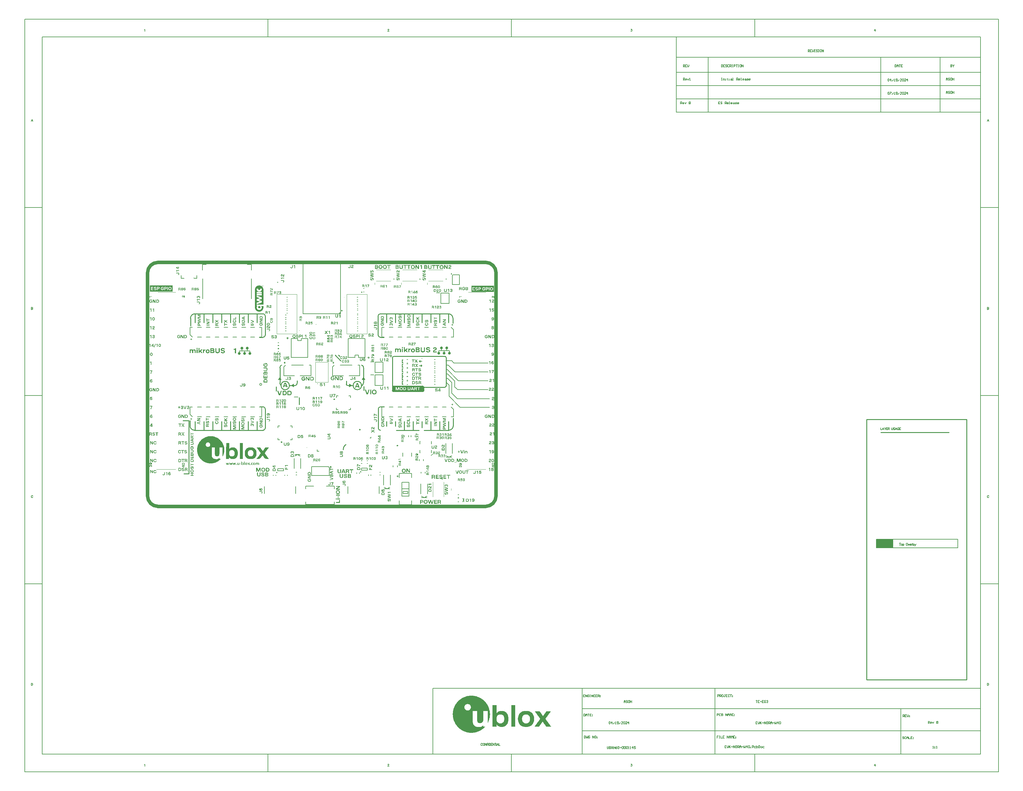
<source format=gto>
G04*
G04 #@! TF.GenerationSoftware,Altium Limited,Altium Designer,24.5.2 (23)*
G04*
G04 Layer_Color=65535*
%FSLAX44Y44*%
%MOMM*%
G71*
G04*
G04 #@! TF.SameCoordinates,92D1E149-34EC-4A89-AFD8-A094A270A496*
G04*
G04*
G04 #@! TF.FilePolarity,Positive*
G04*
G01*
G75*
%ADD10C,0.1270*%
%ADD11C,0.2500*%
%ADD12C,0.2000*%
%ADD13C,0.1275*%
%ADD14C,0.2540*%
%ADD15C,0.1000*%
%ADD16C,0.1500*%
%ADD17C,0.3810*%
%ADD18C,0.1524*%
%ADD19C,0.1016*%
%ADD20C,0.1778*%
%ADD21R,4.8260X2.4130*%
%ADD22C,1.0000*%
G36*
X582499Y686995D02*
Y686981D01*
Y686915D01*
Y686822D01*
X582485Y686702D01*
X582472Y686555D01*
X582445Y686382D01*
X582419Y686196D01*
X582379Y685996D01*
X582339Y685783D01*
X582272Y685571D01*
X582206Y685358D01*
X582113Y685145D01*
X582006Y684932D01*
X581886Y684732D01*
X581740Y684546D01*
X581580Y684386D01*
X581567Y684373D01*
X581540Y684346D01*
X581487Y684306D01*
X581421Y684266D01*
X581327Y684200D01*
X581208Y684133D01*
X581074Y684053D01*
X580928Y683987D01*
X580755Y683907D01*
X580569Y683827D01*
X580356Y683760D01*
X580129Y683707D01*
X579890Y683654D01*
X579624Y683614D01*
X579344Y683587D01*
X579051Y683574D01*
X578905D01*
X578785Y683587D01*
X578652Y683601D01*
X578506Y683614D01*
X578333Y683641D01*
X578146Y683667D01*
X577747Y683747D01*
X577321Y683880D01*
X577108Y683973D01*
X576908Y684066D01*
X576722Y684173D01*
X576536Y684306D01*
X576522Y684319D01*
X576496Y684346D01*
X576456Y684386D01*
X576389Y684439D01*
X576323Y684519D01*
X576243Y684612D01*
X576150Y684732D01*
X576057Y684852D01*
X575977Y684998D01*
X575884Y685158D01*
X575804Y685344D01*
X575724Y685544D01*
X575657Y685757D01*
X575604Y685983D01*
X575564Y686236D01*
X575538Y686502D01*
X577334D01*
Y686476D01*
X577348Y686409D01*
X577388Y686289D01*
X577428Y686156D01*
X577481Y686010D01*
X577574Y685850D01*
X577681Y685704D01*
X577814Y685557D01*
X577827Y685544D01*
X577893Y685504D01*
X577987Y685451D01*
X578120Y685397D01*
X578293Y685331D01*
X578519Y685278D01*
X578772Y685238D01*
X579078Y685224D01*
X579158D01*
X579211Y685238D01*
X579371Y685251D01*
X579557Y685278D01*
X579757Y685331D01*
X579956Y685411D01*
X580156Y685504D01*
X580316Y685650D01*
X580329Y685677D01*
X580382Y685730D01*
X580449Y685837D01*
X580515Y685983D01*
X580595Y686169D01*
X580648Y686396D01*
X580702Y686675D01*
X580715Y686995D01*
Y692451D01*
X582499D01*
Y686995D01*
D02*
G37*
G36*
X416680Y686560D02*
Y686546D01*
Y686480D01*
Y686387D01*
X416666Y686267D01*
X416653Y686121D01*
X416627Y685948D01*
X416600Y685761D01*
X416560Y685562D01*
X416520Y685349D01*
X416454Y685136D01*
X416387Y684923D01*
X416294Y684710D01*
X416187Y684497D01*
X416068Y684297D01*
X415921Y684111D01*
X415761Y683951D01*
X415748Y683938D01*
X415722Y683911D01*
X415668Y683871D01*
X415602Y683831D01*
X415508Y683765D01*
X415389Y683698D01*
X415256Y683618D01*
X415109Y683552D01*
X414936Y683472D01*
X414750Y683392D01*
X414537Y683326D01*
X414311Y683272D01*
X414071Y683219D01*
X413805Y683179D01*
X413525Y683153D01*
X413233Y683139D01*
X413086D01*
X412966Y683153D01*
X412833Y683166D01*
X412687Y683179D01*
X412514Y683206D01*
X412327Y683232D01*
X411928Y683312D01*
X411502Y683445D01*
X411289Y683539D01*
X411090Y683632D01*
X410903Y683738D01*
X410717Y683871D01*
X410704Y683885D01*
X410677Y683911D01*
X410637Y683951D01*
X410571Y684004D01*
X410504Y684084D01*
X410424Y684177D01*
X410331Y684297D01*
X410238Y684417D01*
X410158Y684563D01*
X410065Y684723D01*
X409985Y684909D01*
X409905Y685109D01*
X409839Y685322D01*
X409785Y685548D01*
X409745Y685801D01*
X409719Y686067D01*
X411516D01*
Y686041D01*
X411529Y685974D01*
X411569Y685854D01*
X411609Y685721D01*
X411662Y685575D01*
X411755Y685415D01*
X411862Y685269D01*
X411995Y685122D01*
X412008Y685109D01*
X412075Y685069D01*
X412168Y685016D01*
X412301Y684963D01*
X412474Y684896D01*
X412700Y684843D01*
X412953Y684803D01*
X413259Y684790D01*
X413339D01*
X413392Y684803D01*
X413552Y684816D01*
X413738Y684843D01*
X413938Y684896D01*
X414138Y684976D01*
X414337Y685069D01*
X414497Y685216D01*
X414510Y685242D01*
X414564Y685295D01*
X414630Y685402D01*
X414697Y685548D01*
X414776Y685735D01*
X414830Y685961D01*
X414883Y686240D01*
X414896Y686560D01*
Y692017D01*
X416680D01*
Y686560D01*
D02*
G37*
G36*
X778805Y681351D02*
X775839D01*
X771023Y689449D01*
Y681351D01*
X768824D01*
Y692281D01*
X771757D01*
X776605Y684050D01*
Y692281D01*
X778805D01*
Y681351D01*
D02*
G37*
G36*
X861109Y681097D02*
X858143D01*
X853327Y689195D01*
Y681097D01*
X851128Y681097D01*
Y692027D01*
X854061Y692027D01*
X858909Y683796D01*
Y692027D01*
X861109D01*
Y681097D01*
D02*
G37*
G36*
X588009Y692585D02*
X588115D01*
X588355Y692558D01*
X588621Y692505D01*
X588914Y692451D01*
X589207Y692358D01*
X589473Y692239D01*
X589486D01*
X589499Y692225D01*
X589593Y692172D01*
X589712Y692092D01*
X589859Y691986D01*
X590032Y691853D01*
X590191Y691680D01*
X590364Y691493D01*
X590498Y691280D01*
X590511Y691254D01*
X590551Y691174D01*
X590604Y691054D01*
X590671Y690894D01*
X590724Y690708D01*
X590777Y690482D01*
X590817Y690229D01*
X590830Y689963D01*
Y689949D01*
Y689936D01*
Y689896D01*
Y689843D01*
X590817Y689710D01*
X590804Y689550D01*
X590777Y689350D01*
X590737Y689151D01*
X590684Y688938D01*
X590604Y688738D01*
X590591Y688712D01*
X590564Y688658D01*
X590511Y688552D01*
X590418Y688432D01*
X590311Y688286D01*
X590165Y688139D01*
X589992Y687980D01*
X589779Y687820D01*
X589752Y687806D01*
X589712Y687780D01*
X589672Y687753D01*
X589606Y687713D01*
X589526Y687673D01*
X589433Y687620D01*
X589340Y687567D01*
X589220Y687500D01*
X589087Y687447D01*
X588940Y687367D01*
X588781Y687301D01*
X588621Y687234D01*
X588435Y687154D01*
X588022Y687008D01*
X588009D01*
X587995Y686995D01*
X587916Y686968D01*
X587783Y686928D01*
X587636Y686861D01*
X587463Y686795D01*
X587290Y686715D01*
X587117Y686635D01*
X586971Y686542D01*
X586957Y686529D01*
X586917Y686502D01*
X586851Y686449D01*
X586771Y686396D01*
X586691Y686316D01*
X586598Y686223D01*
X586518Y686130D01*
X586451Y686023D01*
Y686010D01*
X586425Y685970D01*
X586398Y685903D01*
X586372Y685823D01*
X586345Y685717D01*
X586318Y685597D01*
X586292Y685464D01*
X586278Y685318D01*
X590737D01*
Y683720D01*
X584335D01*
Y684972D01*
Y684985D01*
Y685025D01*
Y685105D01*
X584349Y685198D01*
X584362Y685304D01*
X584375Y685437D01*
X584389Y685584D01*
X584415Y685743D01*
X584495Y686090D01*
X584615Y686449D01*
X584681Y686622D01*
X584775Y686808D01*
X584868Y686968D01*
X584987Y687128D01*
X585001Y687141D01*
X585014Y687168D01*
X585054Y687208D01*
X585107Y687261D01*
X585187Y687327D01*
X585267Y687407D01*
X585373Y687500D01*
X585493Y687594D01*
X585626Y687700D01*
X585786Y687806D01*
X585959Y687913D01*
X586145Y688019D01*
X586345Y688126D01*
X586558Y688232D01*
X586798Y688326D01*
X587050Y688419D01*
X587064D01*
X587090Y688432D01*
X587130Y688445D01*
X587197Y688472D01*
X587343Y688525D01*
X587530Y688592D01*
X587743Y688672D01*
X587956Y688752D01*
X588155Y688845D01*
X588328Y688938D01*
X588341Y688951D01*
X588395Y688978D01*
X588475Y689031D01*
X588568Y689084D01*
X588754Y689244D01*
X588834Y689324D01*
X588900Y689417D01*
X588914Y689430D01*
X588927Y689457D01*
X588954Y689510D01*
X588980Y689590D01*
X589007Y689670D01*
X589020Y689763D01*
X589047Y689870D01*
Y689989D01*
Y690016D01*
Y690069D01*
X589034Y690162D01*
X589007Y690269D01*
X588967Y690389D01*
X588900Y690508D01*
X588821Y690641D01*
X588714Y690748D01*
X588701Y690761D01*
X588661Y690788D01*
X588581Y690841D01*
X588475Y690894D01*
X588341Y690948D01*
X588182Y691001D01*
X587982Y691027D01*
X587756Y691041D01*
X587649D01*
X587530Y691027D01*
X587370Y691001D01*
X587197Y690961D01*
X587010Y690894D01*
X586838Y690815D01*
X586665Y690695D01*
X586651Y690681D01*
X586598Y690628D01*
X586531Y690562D01*
X586451Y690442D01*
X586358Y690309D01*
X586278Y690136D01*
X586212Y689936D01*
X586172Y689710D01*
X584375D01*
Y689723D01*
Y689750D01*
Y689790D01*
X584389Y689843D01*
X584402Y689989D01*
X584428Y690176D01*
X584482Y690402D01*
X584548Y690641D01*
X584641Y690881D01*
X584761Y691134D01*
Y691147D01*
X584775Y691161D01*
X584828Y691240D01*
X584921Y691360D01*
X585041Y691520D01*
X585200Y691693D01*
X585387Y691866D01*
X585613Y692039D01*
X585866Y692199D01*
X585879D01*
X585906Y692212D01*
X585946Y692239D01*
X585999Y692265D01*
X586079Y692292D01*
X586159Y692332D01*
X586265Y692358D01*
X586385Y692398D01*
X586651Y692478D01*
X586971Y692531D01*
X587343Y692585D01*
X587743Y692598D01*
X587916D01*
X588009Y692585D01*
D02*
G37*
G36*
X423401Y683286D02*
X421644D01*
Y689967D01*
X421631Y689954D01*
X421591Y689927D01*
X421511Y689887D01*
X421431Y689847D01*
X421311Y689781D01*
X421178Y689727D01*
X421045Y689674D01*
X420886Y689634D01*
X420872D01*
X420819Y689621D01*
X420726Y689608D01*
X420606Y689581D01*
X420473Y689568D01*
X420300Y689541D01*
X420114Y689528D01*
X419448D01*
Y691125D01*
X419941D01*
X420087Y691138D01*
X420273Y691152D01*
X420473Y691178D01*
X420686Y691218D01*
X420899Y691271D01*
X421099Y691338D01*
X421125Y691351D01*
X421178Y691378D01*
X421272Y691431D01*
X421378Y691511D01*
X421511Y691604D01*
X421644Y691724D01*
X421777Y691857D01*
X421897Y692017D01*
X423401D01*
Y683286D01*
D02*
G37*
G36*
X732450Y685483D02*
Y685466D01*
Y685416D01*
Y685333D01*
X732433Y685233D01*
Y685100D01*
X732417Y684950D01*
X732400Y684783D01*
X732383Y684600D01*
X732300Y684200D01*
X732200Y683783D01*
X732050Y683383D01*
X731850Y683000D01*
Y682984D01*
X731817Y682967D01*
X731784Y682917D01*
X731750Y682850D01*
X731617Y682684D01*
X731417Y682467D01*
X731184Y682234D01*
X730900Y682017D01*
X730567Y681784D01*
X730184Y681601D01*
X730167D01*
X730134Y681584D01*
X730084Y681567D01*
X730001Y681534D01*
X729901Y681501D01*
X729767Y681467D01*
X729634Y681417D01*
X729467Y681384D01*
X729301Y681351D01*
X729101Y681301D01*
X728668Y681234D01*
X728185Y681184D01*
X727668Y681167D01*
X727418D01*
X727301Y681184D01*
X727151D01*
X726985Y681201D01*
X726802Y681217D01*
X726402Y681267D01*
X725968Y681351D01*
X725535Y681451D01*
X725119Y681601D01*
X725102D01*
X725069Y681617D01*
X725019Y681651D01*
X724935Y681684D01*
X724752Y681801D01*
X724519Y681951D01*
X724252Y682134D01*
X723969Y682384D01*
X723702Y682667D01*
X723469Y683000D01*
Y683017D01*
X723452Y683050D01*
X723419Y683100D01*
X723386Y683167D01*
X723336Y683267D01*
X723286Y683383D01*
X723236Y683517D01*
X723186Y683667D01*
X723119Y683833D01*
X723069Y684017D01*
X723019Y684233D01*
X722986Y684450D01*
X722919Y684933D01*
X722886Y685483D01*
Y692281D01*
X725119D01*
Y685566D01*
Y685550D01*
Y685516D01*
Y685450D01*
X725135Y685366D01*
Y685266D01*
X725152Y685150D01*
X725202Y684866D01*
X725269Y684583D01*
X725385Y684283D01*
X725535Y684000D01*
X725752Y683767D01*
X725785Y683750D01*
X725868Y683683D01*
X726018Y683600D01*
X726235Y683500D01*
X726502Y683400D01*
X726835Y683317D01*
X727218Y683250D01*
X727668Y683234D01*
X727785D01*
X727885Y683250D01*
X727984D01*
X728101Y683267D01*
X728384Y683300D01*
X728701Y683367D01*
X729018Y683467D01*
X729317Y683584D01*
X729584Y683767D01*
X729617Y683800D01*
X729684Y683867D01*
X729784Y684000D01*
X729901Y684200D01*
X730017Y684450D01*
X730117Y684766D01*
X730184Y685133D01*
X730217Y685566D01*
Y692281D01*
X732450D01*
Y685483D01*
D02*
G37*
G36*
X814754Y685229D02*
Y685212D01*
Y685162D01*
Y685079D01*
X814737Y684979D01*
Y684846D01*
X814721Y684696D01*
X814704Y684529D01*
X814687Y684346D01*
X814604Y683946D01*
X814504Y683529D01*
X814354Y683130D01*
X814154Y682746D01*
Y682730D01*
X814121Y682713D01*
X814088Y682663D01*
X814054Y682596D01*
X813921Y682430D01*
X813721Y682213D01*
X813488Y681980D01*
X813204Y681763D01*
X812871Y681530D01*
X812488Y681347D01*
X812471D01*
X812438Y681330D01*
X812388Y681313D01*
X812305Y681280D01*
X812205Y681247D01*
X812071Y681213D01*
X811938Y681163D01*
X811771Y681130D01*
X811605Y681097D01*
X811405Y681047D01*
X810972Y680980D01*
X810488Y680930D01*
X809972Y680913D01*
X809722D01*
X809605Y680930D01*
X809455D01*
X809289Y680947D01*
X809105Y680963D01*
X808706Y681013D01*
X808272Y681097D01*
X807839Y681197D01*
X807422Y681347D01*
X807406D01*
X807373Y681363D01*
X807322Y681397D01*
X807239Y681430D01*
X807056Y681547D01*
X806823Y681697D01*
X806556Y681880D01*
X806273Y682130D01*
X806006Y682413D01*
X805773Y682746D01*
Y682763D01*
X805756Y682796D01*
X805723Y682846D01*
X805690Y682913D01*
X805640Y683013D01*
X805590Y683130D01*
X805540Y683263D01*
X805490Y683413D01*
X805423Y683579D01*
X805373Y683763D01*
X805323Y683979D01*
X805290Y684196D01*
X805223Y684679D01*
X805190Y685229D01*
Y692027D01*
X807422D01*
Y685312D01*
Y685296D01*
Y685262D01*
Y685196D01*
X807439Y685112D01*
Y685012D01*
X807456Y684896D01*
X807506Y684613D01*
X807572Y684329D01*
X807689Y684029D01*
X807839Y683746D01*
X808056Y683513D01*
X808089Y683496D01*
X808172Y683429D01*
X808322Y683346D01*
X808539Y683246D01*
X808805Y683146D01*
X809139Y683063D01*
X809522Y682996D01*
X809972Y682980D01*
X810089D01*
X810189Y682996D01*
X810288D01*
X810405Y683013D01*
X810688Y683046D01*
X811005Y683113D01*
X811321Y683213D01*
X811621Y683329D01*
X811888Y683513D01*
X811921Y683546D01*
X811988Y683613D01*
X812088Y683746D01*
X812205Y683946D01*
X812321Y684196D01*
X812421Y684512D01*
X812488Y684879D01*
X812521Y685312D01*
Y692027D01*
X814754D01*
Y685229D01*
D02*
G37*
G36*
X697406Y690486D02*
X693573D01*
Y681605D01*
X691340D01*
Y690486D01*
X687475D01*
Y692535D01*
X697406D01*
Y690486D01*
D02*
G37*
G36*
X657566Y692519D02*
X657716D01*
X657882Y692502D01*
X658066Y692469D01*
X658282Y692435D01*
X658732Y692352D01*
X659182Y692202D01*
X659632Y692019D01*
X659832Y691885D01*
X660032Y691752D01*
X660049Y691736D01*
X660082Y691719D01*
X660132Y691669D01*
X660182Y691602D01*
X660265Y691535D01*
X660348Y691435D01*
X660432Y691319D01*
X660532Y691186D01*
X660715Y690869D01*
X660882Y690502D01*
X660932Y690286D01*
X660982Y690053D01*
X661015Y689819D01*
X661031Y689553D01*
Y689536D01*
Y689519D01*
Y689419D01*
X661015Y689269D01*
X660982Y689070D01*
X660948Y688853D01*
X660882Y688620D01*
X660782Y688386D01*
X660665Y688170D01*
X660648Y688153D01*
X660598Y688086D01*
X660515Y687986D01*
X660415Y687853D01*
X660265Y687720D01*
X660115Y687587D01*
X659932Y687437D01*
X659715Y687320D01*
X659732D01*
X659749Y687303D01*
X659832Y687253D01*
X659965Y687187D01*
X660132Y687070D01*
X660315Y686937D01*
X660515Y686753D01*
X660698Y686553D01*
X660865Y686320D01*
X660882Y686287D01*
X660932Y686204D01*
X660998Y686070D01*
X661081Y685887D01*
X661165Y685670D01*
X661232Y685404D01*
X661282Y685120D01*
X661298Y684804D01*
Y684787D01*
Y684771D01*
Y684721D01*
Y684654D01*
X661282Y684471D01*
X661248Y684254D01*
X661198Y684004D01*
X661132Y683721D01*
X661031Y683438D01*
X660898Y683154D01*
X660882Y683121D01*
X660832Y683038D01*
X660732Y682904D01*
X660598Y682738D01*
X660432Y682571D01*
X660232Y682371D01*
X659982Y682188D01*
X659682Y682021D01*
X659665D01*
X659649Y682005D01*
X659599Y681988D01*
X659532Y681955D01*
X659449Y681921D01*
X659365Y681888D01*
X659115Y681821D01*
X658815Y681738D01*
X658465Y681671D01*
X658066Y681621D01*
X657616Y681605D01*
X652350D01*
Y692535D01*
X657432D01*
X657566Y692519D01*
D02*
G37*
G36*
X681093Y692702D02*
X681276D01*
X681510Y692669D01*
X681760Y692635D01*
X682043Y692602D01*
X682359Y692535D01*
X682676Y692452D01*
X683009Y692369D01*
X683359Y692235D01*
X683692Y692102D01*
X684042Y691935D01*
X684359Y691736D01*
X684676Y691519D01*
X684959Y691252D01*
X684975Y691236D01*
X685025Y691186D01*
X685092Y691102D01*
X685192Y690986D01*
X685292Y690836D01*
X685425Y690652D01*
X685559Y690436D01*
X685692Y690186D01*
X685825Y689903D01*
X685958Y689603D01*
X686092Y689253D01*
X686192Y688869D01*
X686292Y688470D01*
X686358Y688036D01*
X686408Y687570D01*
X686425Y687070D01*
Y687037D01*
Y686953D01*
X686408Y686803D01*
Y686620D01*
X686375Y686387D01*
X686342Y686120D01*
X686308Y685837D01*
X686242Y685520D01*
X686158Y685187D01*
X686075Y684837D01*
X685942Y684487D01*
X685808Y684137D01*
X685642Y683804D01*
X685442Y683471D01*
X685225Y683154D01*
X684959Y682871D01*
X684942Y682854D01*
X684892Y682804D01*
X684809Y682738D01*
X684692Y682638D01*
X684542Y682538D01*
X684359Y682421D01*
X684142Y682288D01*
X683892Y682155D01*
X683626Y682005D01*
X683309Y681888D01*
X682976Y681755D01*
X682609Y681655D01*
X682209Y681555D01*
X681776Y681488D01*
X681326Y681438D01*
X680843Y681421D01*
X680726D01*
X680593Y681438D01*
X680410D01*
X680177Y681471D01*
X679927Y681505D01*
X679643Y681538D01*
X679327Y681605D01*
X678994Y681688D01*
X678660Y681771D01*
X678327Y681888D01*
X677977Y682038D01*
X677644Y682205D01*
X677311Y682388D01*
X676994Y682621D01*
X676711Y682871D01*
X676694Y682888D01*
X676644Y682938D01*
X676578Y683021D01*
X676478Y683138D01*
X676378Y683288D01*
X676261Y683471D01*
X676128Y683688D01*
X675994Y683938D01*
X675844Y684221D01*
X675728Y684537D01*
X675594Y684871D01*
X675495Y685254D01*
X675395Y685670D01*
X675328Y686104D01*
X675278Y686570D01*
X675261Y687070D01*
Y687103D01*
Y687187D01*
X675278Y687337D01*
Y687520D01*
X675311Y687753D01*
X675344Y688020D01*
X675378Y688303D01*
X675444Y688620D01*
X675528Y688953D01*
X675611Y689286D01*
X675728Y689636D01*
X675878Y689986D01*
X676044Y690336D01*
X676228Y690652D01*
X676461Y690969D01*
X676711Y691252D01*
X676728Y691269D01*
X676777Y691319D01*
X676861Y691386D01*
X676977Y691486D01*
X677127Y691585D01*
X677311Y691719D01*
X677527Y691852D01*
X677777Y691985D01*
X678061Y692119D01*
X678360Y692252D01*
X678710Y692385D01*
X679077Y692485D01*
X679477Y692585D01*
X679893Y692652D01*
X680360Y692702D01*
X680843Y692719D01*
X680960D01*
X681093Y692702D01*
D02*
G37*
G36*
X668646D02*
X668829D01*
X669063Y692669D01*
X669313Y692635D01*
X669596Y692602D01*
X669913Y692535D01*
X670229Y692452D01*
X670562Y692369D01*
X670912Y692235D01*
X671246Y692102D01*
X671596Y691935D01*
X671912Y691736D01*
X672229Y691519D01*
X672512Y691252D01*
X672529Y691236D01*
X672579Y691186D01*
X672645Y691102D01*
X672745Y690986D01*
X672845Y690836D01*
X672979Y690652D01*
X673112Y690436D01*
X673245Y690186D01*
X673378Y689903D01*
X673512Y689603D01*
X673645Y689253D01*
X673745Y688869D01*
X673845Y688470D01*
X673912Y688036D01*
X673962Y687570D01*
X673978Y687070D01*
Y687037D01*
Y686953D01*
X673962Y686803D01*
Y686620D01*
X673928Y686387D01*
X673895Y686120D01*
X673862Y685837D01*
X673795Y685520D01*
X673712Y685187D01*
X673628Y684837D01*
X673495Y684487D01*
X673362Y684137D01*
X673195Y683804D01*
X672995Y683471D01*
X672778Y683154D01*
X672512Y682871D01*
X672495Y682854D01*
X672445Y682804D01*
X672362Y682738D01*
X672245Y682638D01*
X672095Y682538D01*
X671912Y682421D01*
X671695Y682288D01*
X671445Y682155D01*
X671179Y682005D01*
X670862Y681888D01*
X670529Y681755D01*
X670163Y681655D01*
X669763Y681555D01*
X669329Y681488D01*
X668879Y681438D01*
X668396Y681421D01*
X668280D01*
X668146Y681438D01*
X667963D01*
X667730Y681471D01*
X667480Y681505D01*
X667197Y681538D01*
X666880Y681605D01*
X666547Y681688D01*
X666214Y681771D01*
X665880Y681888D01*
X665530Y682038D01*
X665197Y682205D01*
X664864Y682388D01*
X664547Y682621D01*
X664264Y682871D01*
X664247Y682888D01*
X664197Y682938D01*
X664131Y683021D01*
X664031Y683138D01*
X663931Y683288D01*
X663814Y683471D01*
X663681Y683688D01*
X663548Y683938D01*
X663398Y684221D01*
X663281Y684537D01*
X663148Y684871D01*
X663048Y685254D01*
X662948Y685670D01*
X662881Y686104D01*
X662831Y686570D01*
X662814Y687070D01*
Y687103D01*
Y687187D01*
X662831Y687337D01*
Y687520D01*
X662864Y687753D01*
X662898Y688020D01*
X662931Y688303D01*
X662998Y688620D01*
X663081Y688953D01*
X663164Y689286D01*
X663281Y689636D01*
X663431Y689986D01*
X663598Y690336D01*
X663781Y690652D01*
X664014Y690969D01*
X664264Y691252D01*
X664281Y691269D01*
X664331Y691319D01*
X664414Y691386D01*
X664531Y691486D01*
X664681Y691585D01*
X664864Y691719D01*
X665080Y691852D01*
X665330Y691985D01*
X665614Y692119D01*
X665914Y692252D01*
X666264Y692385D01*
X666630Y692485D01*
X667030Y692585D01*
X667447Y692652D01*
X667913Y692702D01*
X668396Y692719D01*
X668513D01*
X668646Y692702D01*
D02*
G37*
G36*
X787253Y681351D02*
X785053D01*
Y689715D01*
X785037Y689699D01*
X784987Y689665D01*
X784887Y689615D01*
X784787Y689565D01*
X784637Y689482D01*
X784470Y689415D01*
X784303Y689349D01*
X784103Y689299D01*
X784087D01*
X784020Y689282D01*
X783904Y689265D01*
X783754Y689232D01*
X783587Y689215D01*
X783370Y689182D01*
X783137Y689165D01*
X782304Y689165D01*
Y691165D01*
X782921Y691165D01*
X783104Y691182D01*
X783337Y691198D01*
X783587Y691232D01*
X783854Y691282D01*
X784120Y691348D01*
X784370Y691432D01*
X784403Y691448D01*
X784470Y691481D01*
X784587Y691548D01*
X784720Y691648D01*
X784887Y691765D01*
X785053Y691915D01*
X785220Y692081D01*
X785370Y692281D01*
X787253D01*
Y681351D01*
D02*
G37*
G36*
X754728Y690232D02*
X750895D01*
Y681351D01*
X748663D01*
Y690232D01*
X744797D01*
Y692281D01*
X754728D01*
Y690232D01*
D02*
G37*
G36*
X743980D02*
X740148D01*
Y681351D01*
X737915D01*
Y690232D01*
X734050D01*
Y692281D01*
X743980D01*
Y690232D01*
D02*
G37*
G36*
X717071Y692265D02*
X717221D01*
X717387Y692248D01*
X717570Y692215D01*
X717787Y692181D01*
X718237Y692098D01*
X718687Y691948D01*
X719137Y691765D01*
X719337Y691631D01*
X719537Y691498D01*
X719553Y691481D01*
X719587Y691465D01*
X719637Y691415D01*
X719687Y691348D01*
X719770Y691282D01*
X719853Y691181D01*
X719937Y691065D01*
X720037Y690932D01*
X720220Y690615D01*
X720387Y690248D01*
X720436Y690032D01*
X720486Y689799D01*
X720520Y689565D01*
X720536Y689299D01*
Y689282D01*
Y689265D01*
Y689165D01*
X720520Y689015D01*
X720486Y688816D01*
X720453Y688599D01*
X720387Y688366D01*
X720286Y688132D01*
X720170Y687916D01*
X720153Y687899D01*
X720103Y687832D01*
X720020Y687732D01*
X719920Y687599D01*
X719770Y687466D01*
X719620Y687333D01*
X719437Y687183D01*
X719220Y687066D01*
X719237D01*
X719253Y687049D01*
X719337Y686999D01*
X719470Y686933D01*
X719637Y686816D01*
X719820Y686683D01*
X720020Y686499D01*
X720203Y686300D01*
X720370Y686066D01*
X720387Y686033D01*
X720436Y685950D01*
X720503Y685816D01*
X720586Y685633D01*
X720670Y685416D01*
X720736Y685150D01*
X720786Y684866D01*
X720803Y684550D01*
Y684533D01*
Y684517D01*
Y684467D01*
Y684400D01*
X720786Y684217D01*
X720753Y684000D01*
X720703Y683750D01*
X720636Y683467D01*
X720536Y683184D01*
X720403Y682900D01*
X720387Y682867D01*
X720337Y682784D01*
X720237Y682650D01*
X720103Y682484D01*
X719937Y682317D01*
X719737Y682117D01*
X719487Y681934D01*
X719187Y681767D01*
X719170D01*
X719154Y681751D01*
X719103Y681734D01*
X719037Y681701D01*
X718953Y681667D01*
X718870Y681634D01*
X718620Y681567D01*
X718320Y681484D01*
X717970Y681417D01*
X717570Y681367D01*
X717121Y681351D01*
X711855D01*
Y692281D01*
X716937D01*
X717071Y692265D01*
D02*
G37*
G36*
X761609Y692448D02*
X761793D01*
X762026Y692415D01*
X762276Y692381D01*
X762559Y692348D01*
X762876Y692281D01*
X763192Y692198D01*
X763525Y692115D01*
X763875Y691981D01*
X764209Y691848D01*
X764558Y691681D01*
X764875Y691481D01*
X765192Y691265D01*
X765475Y690998D01*
X765492Y690982D01*
X765542Y690932D01*
X765608Y690848D01*
X765708Y690732D01*
X765808Y690582D01*
X765941Y690398D01*
X766075Y690182D01*
X766208Y689932D01*
X766341Y689649D01*
X766475Y689349D01*
X766608Y688999D01*
X766708Y688615D01*
X766808Y688216D01*
X766875Y687782D01*
X766925Y687316D01*
X766941Y686816D01*
Y686783D01*
Y686699D01*
X766925Y686549D01*
Y686366D01*
X766891Y686133D01*
X766858Y685866D01*
X766825Y685583D01*
X766758Y685266D01*
X766675Y684933D01*
X766591Y684583D01*
X766458Y684233D01*
X766325Y683883D01*
X766158Y683550D01*
X765958Y683217D01*
X765742Y682900D01*
X765475Y682617D01*
X765458Y682600D01*
X765408Y682550D01*
X765325Y682484D01*
X765208Y682384D01*
X765058Y682284D01*
X764875Y682167D01*
X764659Y682034D01*
X764408Y681901D01*
X764142Y681751D01*
X763825Y681634D01*
X763492Y681501D01*
X763126Y681401D01*
X762726Y681301D01*
X762292Y681234D01*
X761842Y681184D01*
X761359Y681167D01*
X761243D01*
X761109Y681184D01*
X760926D01*
X760693Y681217D01*
X760443Y681251D01*
X760160Y681284D01*
X759843Y681351D01*
X759510Y681434D01*
X759176Y681517D01*
X758843Y681634D01*
X758493Y681784D01*
X758160Y681951D01*
X757827Y682134D01*
X757510Y682367D01*
X757227Y682617D01*
X757210Y682634D01*
X757160Y682684D01*
X757094Y682767D01*
X756994Y682884D01*
X756894Y683034D01*
X756777Y683217D01*
X756644Y683434D01*
X756511Y683683D01*
X756361Y683967D01*
X756244Y684283D01*
X756111Y684617D01*
X756011Y685000D01*
X755911Y685416D01*
X755844Y685850D01*
X755794Y686316D01*
X755777Y686816D01*
Y686849D01*
Y686933D01*
X755794Y687083D01*
Y687266D01*
X755827Y687499D01*
X755861Y687766D01*
X755894Y688049D01*
X755961Y688366D01*
X756044Y688699D01*
X756127Y689032D01*
X756244Y689382D01*
X756394Y689732D01*
X756561Y690082D01*
X756744Y690398D01*
X756977Y690715D01*
X757227Y690998D01*
X757244Y691015D01*
X757294Y691065D01*
X757377Y691132D01*
X757494Y691232D01*
X757644Y691331D01*
X757827Y691465D01*
X758044Y691598D01*
X758293Y691731D01*
X758577Y691865D01*
X758877Y691998D01*
X759227Y692131D01*
X759593Y692231D01*
X759993Y692331D01*
X760410Y692398D01*
X760876Y692448D01*
X761359Y692465D01*
X761476D01*
X761609Y692448D01*
D02*
G37*
G36*
X868040Y692194D02*
X868174D01*
X868474Y692161D01*
X868807Y692094D01*
X869173Y692027D01*
X869540Y691911D01*
X869873Y691761D01*
X869890D01*
X869906Y691744D01*
X870023Y691677D01*
X870173Y691577D01*
X870356Y691444D01*
X870573Y691277D01*
X870773Y691061D01*
X870990Y690828D01*
X871156Y690561D01*
X871173Y690528D01*
X871223Y690428D01*
X871290Y690278D01*
X871373Y690078D01*
X871440Y689845D01*
X871506Y689561D01*
X871556Y689245D01*
X871573Y688911D01*
Y688895D01*
Y688878D01*
Y688828D01*
Y688762D01*
X871556Y688595D01*
X871539Y688395D01*
X871506Y688145D01*
X871456Y687895D01*
X871389Y687628D01*
X871290Y687378D01*
X871273Y687345D01*
X871239Y687279D01*
X871173Y687145D01*
X871056Y686995D01*
X870923Y686812D01*
X870740Y686629D01*
X870523Y686429D01*
X870256Y686229D01*
X870223Y686212D01*
X870173Y686179D01*
X870123Y686145D01*
X870040Y686096D01*
X869940Y686046D01*
X869823Y685979D01*
X869707Y685912D01*
X869557Y685829D01*
X869390Y685762D01*
X869207Y685662D01*
X869007Y685579D01*
X868807Y685496D01*
X868574Y685396D01*
X868057Y685212D01*
X868040D01*
X868024Y685196D01*
X867924Y685162D01*
X867757Y685112D01*
X867574Y685029D01*
X867357Y684946D01*
X867141Y684846D01*
X866924Y684746D01*
X866741Y684629D01*
X866724Y684613D01*
X866674Y684579D01*
X866591Y684513D01*
X866491Y684446D01*
X866391Y684346D01*
X866274Y684229D01*
X866174Y684113D01*
X866091Y683979D01*
Y683963D01*
X866058Y683913D01*
X866024Y683829D01*
X865991Y683729D01*
X865957Y683596D01*
X865924Y683446D01*
X865891Y683279D01*
X865874Y683096D01*
X871456D01*
Y681097D01*
X863441D01*
Y682663D01*
Y682680D01*
Y682730D01*
Y682830D01*
X863458Y682946D01*
X863475Y683080D01*
X863492Y683246D01*
X863508Y683429D01*
X863541Y683629D01*
X863642Y684063D01*
X863791Y684513D01*
X863875Y684729D01*
X863991Y684962D01*
X864108Y685162D01*
X864258Y685362D01*
X864275Y685379D01*
X864291Y685412D01*
X864341Y685462D01*
X864408Y685529D01*
X864508Y685612D01*
X864608Y685712D01*
X864741Y685829D01*
X864891Y685946D01*
X865058Y686079D01*
X865258Y686212D01*
X865474Y686345D01*
X865708Y686479D01*
X865957Y686612D01*
X866224Y686745D01*
X866524Y686862D01*
X866841Y686979D01*
X866857D01*
X866891Y686995D01*
X866941Y687012D01*
X867024Y687045D01*
X867207Y687112D01*
X867440Y687195D01*
X867707Y687295D01*
X867974Y687395D01*
X868224Y687512D01*
X868440Y687628D01*
X868457Y687645D01*
X868523Y687678D01*
X868624Y687745D01*
X868740Y687812D01*
X868973Y688012D01*
X869073Y688112D01*
X869157Y688228D01*
X869173Y688245D01*
X869190Y688278D01*
X869223Y688345D01*
X869257Y688445D01*
X869290Y688545D01*
X869307Y688661D01*
X869340Y688795D01*
Y688945D01*
Y688978D01*
Y689045D01*
X869323Y689161D01*
X869290Y689295D01*
X869240Y689445D01*
X869157Y689595D01*
X869057Y689761D01*
X868923Y689894D01*
X868907Y689911D01*
X868857Y689945D01*
X868757Y690011D01*
X868624Y690078D01*
X868457Y690144D01*
X868257Y690211D01*
X868007Y690244D01*
X867724Y690261D01*
X867590D01*
X867440Y690244D01*
X867241Y690211D01*
X867024Y690161D01*
X866791Y690078D01*
X866574Y689978D01*
X866357Y689828D01*
X866341Y689811D01*
X866274Y689744D01*
X866191Y689661D01*
X866091Y689511D01*
X865974Y689345D01*
X865874Y689128D01*
X865791Y688878D01*
X865741Y688595D01*
X863492D01*
Y688612D01*
Y688645D01*
Y688695D01*
X863508Y688762D01*
X863525Y688945D01*
X863558Y689178D01*
X863625Y689461D01*
X863708Y689761D01*
X863825Y690061D01*
X863975Y690378D01*
Y690394D01*
X863991Y690411D01*
X864058Y690511D01*
X864175Y690661D01*
X864325Y690861D01*
X864525Y691077D01*
X864758Y691294D01*
X865041Y691511D01*
X865358Y691711D01*
X865374D01*
X865408Y691727D01*
X865458Y691761D01*
X865524Y691794D01*
X865624Y691827D01*
X865724Y691877D01*
X865858Y691911D01*
X866008Y691961D01*
X866341Y692061D01*
X866741Y692127D01*
X867207Y692194D01*
X867707Y692211D01*
X867924D01*
X868040Y692194D01*
D02*
G37*
G36*
X837032Y689978D02*
X833199D01*
Y681097D01*
X830966D01*
Y689978D01*
X827101D01*
Y692027D01*
X837032D01*
Y689978D01*
D02*
G37*
G36*
X826284D02*
X822452D01*
Y681097D01*
X820219D01*
Y689978D01*
X816354D01*
Y692027D01*
X826284D01*
Y689978D01*
D02*
G37*
G36*
X799375Y692011D02*
X799525D01*
X799691Y691994D01*
X799874Y691961D01*
X800091Y691927D01*
X800541Y691844D01*
X800991Y691694D01*
X801441Y691511D01*
X801641Y691377D01*
X801841Y691244D01*
X801857Y691227D01*
X801891Y691211D01*
X801941Y691161D01*
X801991Y691094D01*
X802074Y691028D01*
X802157Y690928D01*
X802241Y690811D01*
X802340Y690678D01*
X802524Y690361D01*
X802690Y689995D01*
X802740Y689778D01*
X802790Y689545D01*
X802824Y689311D01*
X802840Y689045D01*
Y689028D01*
Y689011D01*
Y688911D01*
X802824Y688761D01*
X802790Y688561D01*
X802757Y688345D01*
X802690Y688112D01*
X802590Y687878D01*
X802474Y687662D01*
X802457Y687645D01*
X802407Y687578D01*
X802324Y687478D01*
X802224Y687345D01*
X802074Y687212D01*
X801924Y687078D01*
X801741Y686929D01*
X801524Y686812D01*
X801541D01*
X801557Y686795D01*
X801641Y686745D01*
X801774Y686679D01*
X801941Y686562D01*
X802124Y686429D01*
X802324Y686245D01*
X802507Y686046D01*
X802674Y685812D01*
X802690Y685779D01*
X802740Y685696D01*
X802807Y685562D01*
X802890Y685379D01*
X802974Y685162D01*
X803040Y684896D01*
X803090Y684613D01*
X803107Y684296D01*
Y684279D01*
Y684263D01*
Y684213D01*
Y684146D01*
X803090Y683963D01*
X803057Y683746D01*
X803007Y683496D01*
X802940Y683213D01*
X802840Y682930D01*
X802707Y682646D01*
X802690Y682613D01*
X802640Y682530D01*
X802540Y682396D01*
X802407Y682230D01*
X802241Y682063D01*
X802041Y681863D01*
X801791Y681680D01*
X801491Y681513D01*
X801474D01*
X801457Y681497D01*
X801407Y681480D01*
X801341Y681447D01*
X801257Y681413D01*
X801174Y681380D01*
X800924Y681313D01*
X800624Y681230D01*
X800274Y681163D01*
X799874Y681113D01*
X799425Y681097D01*
X794159D01*
Y692027D01*
X799241D01*
X799375Y692011D01*
D02*
G37*
G36*
X843913Y692194D02*
X844097D01*
X844330Y692161D01*
X844580Y692127D01*
X844863Y692094D01*
X845180Y692027D01*
X845496Y691944D01*
X845829Y691861D01*
X846179Y691727D01*
X846513Y691594D01*
X846862Y691427D01*
X847179Y691227D01*
X847496Y691011D01*
X847779Y690744D01*
X847795Y690728D01*
X847846Y690678D01*
X847912Y690594D01*
X848012Y690478D01*
X848112Y690328D01*
X848245Y690144D01*
X848379Y689928D01*
X848512Y689678D01*
X848645Y689395D01*
X848779Y689095D01*
X848912Y688745D01*
X849012Y688362D01*
X849112Y687962D01*
X849178Y687528D01*
X849229Y687062D01*
X849245Y686562D01*
Y686529D01*
Y686445D01*
X849229Y686295D01*
Y686112D01*
X849195Y685879D01*
X849162Y685612D01*
X849128Y685329D01*
X849062Y685012D01*
X848979Y684679D01*
X848895Y684329D01*
X848762Y683979D01*
X848629Y683629D01*
X848462Y683296D01*
X848262Y682963D01*
X848045Y682646D01*
X847779Y682363D01*
X847762Y682346D01*
X847712Y682296D01*
X847629Y682230D01*
X847512Y682130D01*
X847362Y682030D01*
X847179Y681913D01*
X846962Y681780D01*
X846712Y681647D01*
X846446Y681497D01*
X846129Y681380D01*
X845796Y681247D01*
X845429Y681147D01*
X845030Y681047D01*
X844596Y680980D01*
X844146Y680930D01*
X843663Y680913D01*
X843547D01*
X843413Y680930D01*
X843230D01*
X842997Y680963D01*
X842747Y680997D01*
X842464Y681030D01*
X842147Y681097D01*
X841814Y681180D01*
X841480Y681263D01*
X841147Y681380D01*
X840797Y681530D01*
X840464Y681697D01*
X840131Y681880D01*
X839814Y682113D01*
X839531Y682363D01*
X839514Y682380D01*
X839464Y682430D01*
X839398Y682513D01*
X839298Y682630D01*
X839198Y682780D01*
X839081Y682963D01*
X838948Y683179D01*
X838814Y683429D01*
X838664Y683713D01*
X838548Y684029D01*
X838415Y684363D01*
X838315Y684746D01*
X838215Y685162D01*
X838148Y685596D01*
X838098Y686062D01*
X838081Y686562D01*
Y686595D01*
Y686679D01*
X838098Y686829D01*
Y687012D01*
X838131Y687245D01*
X838165Y687512D01*
X838198Y687795D01*
X838265Y688112D01*
X838348Y688445D01*
X838431Y688778D01*
X838548Y689128D01*
X838698Y689478D01*
X838865Y689828D01*
X839048Y690144D01*
X839281Y690461D01*
X839531Y690744D01*
X839548Y690761D01*
X839598Y690811D01*
X839681Y690878D01*
X839798Y690977D01*
X839948Y691077D01*
X840131Y691211D01*
X840347Y691344D01*
X840597Y691477D01*
X840881Y691611D01*
X841180Y691744D01*
X841530Y691877D01*
X841897Y691977D01*
X842297Y692077D01*
X842713Y692144D01*
X843180Y692194D01*
X843663Y692211D01*
X843780D01*
X843913Y692194D01*
D02*
G37*
G36*
X89148Y686434D02*
X90652D01*
Y684664D01*
X89148D01*
Y680165D01*
X87671D01*
X81921Y684052D01*
Y686434D01*
X87644D01*
Y687565D01*
X89148D01*
Y686434D01*
D02*
G37*
G36*
X90652Y675640D02*
X83971D01*
X83984Y675627D01*
X84011Y675587D01*
X84051Y675507D01*
X84091Y675427D01*
X84157Y675307D01*
X84210Y675174D01*
X84264Y675041D01*
X84304Y674881D01*
Y674868D01*
X84317Y674815D01*
X84330Y674722D01*
X84357Y674602D01*
X84370Y674469D01*
X84397Y674296D01*
X84410Y674109D01*
Y673444D01*
X82813D01*
Y673936D01*
X82800Y674083D01*
X82786Y674269D01*
X82760Y674469D01*
X82720Y674682D01*
X82667Y674895D01*
X82600Y675094D01*
X82587Y675121D01*
X82560Y675174D01*
X82507Y675267D01*
X82427Y675374D01*
X82334Y675507D01*
X82214Y675640D01*
X82081Y675773D01*
X81921Y675893D01*
Y677397D01*
X90652D01*
Y675640D01*
D02*
G37*
G36*
X645540Y677388D02*
X645633Y677374D01*
X645860Y677348D01*
X646113Y677294D01*
X646392Y677228D01*
X646672Y677121D01*
X646951Y676975D01*
X646964D01*
X646978Y676962D01*
X647018Y676935D01*
X647071Y676895D01*
X647191Y676802D01*
X647350Y676669D01*
X647523Y676509D01*
X647697Y676310D01*
X647869Y676070D01*
X648029Y675804D01*
Y675790D01*
X648043Y675764D01*
X648069Y675724D01*
X648083Y675671D01*
X648109Y675604D01*
X648149Y675511D01*
X648216Y675311D01*
X648282Y675058D01*
X648349Y674766D01*
X648389Y674446D01*
X648402Y674087D01*
Y673927D01*
X648389Y673834D01*
Y673741D01*
X648362Y673501D01*
X648335Y673235D01*
X648282Y672942D01*
X648216Y672649D01*
X648122Y672356D01*
Y672343D01*
X648109Y672330D01*
X648096Y672290D01*
X648069Y672237D01*
X648003Y672104D01*
X647909Y671944D01*
X647790Y671758D01*
X647643Y671558D01*
X647470Y671372D01*
X647271Y671199D01*
X647244Y671185D01*
X647164Y671132D01*
X647044Y671066D01*
X646885Y670986D01*
X646685Y670906D01*
X646459Y670839D01*
X646192Y670786D01*
X645900Y670759D01*
Y672596D01*
X645926D01*
X645980Y672609D01*
X646059Y672636D01*
X646166Y672676D01*
X646286Y672742D01*
X646405Y672809D01*
X646512Y672915D01*
X646618Y673049D01*
X646632Y673062D01*
X646658Y673129D01*
X646685Y673208D01*
X646725Y673328D01*
X646778Y673488D01*
X646805Y673661D01*
X646831Y673874D01*
X646845Y674113D01*
Y674220D01*
X646831Y674326D01*
X646805Y674473D01*
X646765Y674632D01*
X646698Y674806D01*
X646618Y674992D01*
X646512Y675165D01*
X646499Y675178D01*
X646445Y675231D01*
X646366Y675311D01*
X646246Y675391D01*
X646099Y675471D01*
X645913Y675551D01*
X645687Y675604D01*
X645421Y675617D01*
X645407D01*
X645394D01*
X645354D01*
X645301Y675604D01*
X645168Y675591D01*
X645008Y675564D01*
X644835Y675498D01*
X644649Y675418D01*
X644489Y675311D01*
X644342Y675152D01*
X644329Y675125D01*
X644289Y675072D01*
X644236Y674978D01*
X644169Y674845D01*
X644103Y674699D01*
X644050Y674513D01*
X644010Y674313D01*
X643996Y674100D01*
Y674020D01*
X644010Y673914D01*
X644023Y673794D01*
X644050Y673661D01*
X644076Y673514D01*
X644129Y673355D01*
X644196Y673208D01*
X644209Y673195D01*
X644223Y673142D01*
X644263Y673089D01*
X644316Y673009D01*
X644462Y672822D01*
X644555Y672742D01*
X644649Y672676D01*
Y670972D01*
X639524Y671332D01*
Y677015D01*
X641122D01*
Y672969D01*
X643025Y672849D01*
X643011Y672862D01*
X642985Y672902D01*
X642932Y672982D01*
X642865Y673075D01*
X642799Y673182D01*
X642732Y673315D01*
X642665Y673475D01*
X642599Y673634D01*
X642586Y673661D01*
X642572Y673714D01*
X642546Y673807D01*
X642519Y673940D01*
X642492Y674087D01*
X642466Y674273D01*
X642439Y674473D01*
Y674806D01*
X642452Y674952D01*
X642479Y675125D01*
X642519Y675338D01*
X642586Y675564D01*
X642665Y675790D01*
X642772Y676030D01*
Y676043D01*
X642785Y676057D01*
X642825Y676136D01*
X642905Y676243D01*
X643011Y676389D01*
X643145Y676549D01*
X643304Y676722D01*
X643504Y676882D01*
X643730Y677028D01*
X643744D01*
X643757Y677041D01*
X643797Y677068D01*
X643837Y677082D01*
X643983Y677148D01*
X644156Y677215D01*
X644382Y677281D01*
X644662Y677348D01*
X644968Y677388D01*
X645301Y677401D01*
X645314D01*
X645341D01*
X645394D01*
X645461D01*
X645540Y677388D01*
D02*
G37*
G36*
X717196Y677334D02*
X717356Y677321D01*
X717555Y677294D01*
X717755Y677254D01*
X717968Y677201D01*
X718168Y677121D01*
X718194Y677108D01*
X718248Y677082D01*
X718354Y677028D01*
X718474Y676935D01*
X718620Y676829D01*
X718767Y676682D01*
X718926Y676509D01*
X719086Y676296D01*
X719100Y676270D01*
X719126Y676230D01*
X719153Y676190D01*
X719193Y676123D01*
X719232Y676043D01*
X719286Y675950D01*
X719339Y675857D01*
X719406Y675737D01*
X719459Y675604D01*
X719539Y675458D01*
X719605Y675298D01*
X719672Y675138D01*
X719752Y674952D01*
X719898Y674539D01*
Y674526D01*
X719911Y674513D01*
X719938Y674433D01*
X719978Y674300D01*
X720044Y674153D01*
X720111Y673980D01*
X720191Y673807D01*
X720271Y673634D01*
X720364Y673488D01*
X720377Y673475D01*
X720404Y673435D01*
X720457Y673368D01*
X720510Y673288D01*
X720590Y673208D01*
X720683Y673115D01*
X720777Y673035D01*
X720883Y672969D01*
X720896D01*
X720936Y672942D01*
X721003Y672915D01*
X721083Y672889D01*
X721189Y672862D01*
X721309Y672836D01*
X721442Y672809D01*
X721588Y672796D01*
Y677254D01*
X723186D01*
Y670853D01*
X721934D01*
X721921D01*
X721881D01*
X721801D01*
X721708Y670866D01*
X721602Y670879D01*
X721469Y670892D01*
X721322Y670906D01*
X721162Y670932D01*
X720816Y671012D01*
X720457Y671132D01*
X720284Y671199D01*
X720098Y671292D01*
X719938Y671385D01*
X719778Y671505D01*
X719765Y671518D01*
X719738Y671531D01*
X719698Y671571D01*
X719645Y671625D01*
X719579Y671704D01*
X719499Y671784D01*
X719406Y671891D01*
X719312Y672010D01*
X719206Y672144D01*
X719100Y672303D01*
X718993Y672476D01*
X718886Y672663D01*
X718780Y672862D01*
X718673Y673075D01*
X718580Y673315D01*
X718487Y673568D01*
Y673581D01*
X718474Y673608D01*
X718461Y673648D01*
X718434Y673714D01*
X718381Y673860D01*
X718314Y674047D01*
X718234Y674260D01*
X718155Y674473D01*
X718061Y674672D01*
X717968Y674845D01*
X717955Y674859D01*
X717928Y674912D01*
X717875Y674992D01*
X717822Y675085D01*
X717662Y675271D01*
X717582Y675351D01*
X717489Y675418D01*
X717476Y675431D01*
X717449Y675444D01*
X717396Y675471D01*
X717316Y675498D01*
X717236Y675524D01*
X717143Y675537D01*
X717037Y675564D01*
X716917D01*
X716890D01*
X716837D01*
X716744Y675551D01*
X716637Y675524D01*
X716517Y675484D01*
X716398Y675418D01*
X716264Y675338D01*
X716158Y675231D01*
X716145Y675218D01*
X716118Y675178D01*
X716065Y675098D01*
X716012Y674992D01*
X715958Y674859D01*
X715905Y674699D01*
X715879Y674499D01*
X715865Y674273D01*
Y674167D01*
X715879Y674047D01*
X715905Y673887D01*
X715945Y673714D01*
X716012Y673528D01*
X716092Y673355D01*
X716211Y673182D01*
X716225Y673168D01*
X716278Y673115D01*
X716344Y673049D01*
X716464Y672969D01*
X716597Y672876D01*
X716770Y672796D01*
X716970Y672729D01*
X717196Y672689D01*
Y670892D01*
X717183D01*
X717156D01*
X717116D01*
X717063Y670906D01*
X716917Y670919D01*
X716730Y670946D01*
X716504Y670999D01*
X716264Y671066D01*
X716025Y671159D01*
X715772Y671279D01*
X715759D01*
X715745Y671292D01*
X715666Y671345D01*
X715546Y671438D01*
X715386Y671558D01*
X715213Y671718D01*
X715040Y671904D01*
X714867Y672130D01*
X714707Y672383D01*
Y672396D01*
X714694Y672423D01*
X714667Y672463D01*
X714641Y672516D01*
X714614Y672596D01*
X714574Y672676D01*
X714548Y672782D01*
X714508Y672902D01*
X714428Y673168D01*
X714374Y673488D01*
X714321Y673860D01*
X714308Y674260D01*
Y674433D01*
X714321Y674526D01*
Y674632D01*
X714348Y674872D01*
X714401Y675138D01*
X714454Y675431D01*
X714548Y675724D01*
X714667Y675990D01*
Y676003D01*
X714681Y676017D01*
X714734Y676110D01*
X714814Y676230D01*
X714920Y676376D01*
X715053Y676549D01*
X715226Y676709D01*
X715413Y676882D01*
X715626Y677015D01*
X715652Y677028D01*
X715732Y677068D01*
X715852Y677121D01*
X716012Y677188D01*
X716198Y677241D01*
X716424Y677294D01*
X716677Y677334D01*
X716943Y677348D01*
X716957D01*
X716970D01*
X717010D01*
X717063D01*
X717196Y677334D01*
D02*
G37*
G36*
X796611Y676449D02*
X798115D01*
Y674679D01*
X796611D01*
Y670180D01*
X795134D01*
X789384Y674067D01*
Y676449D01*
X795107D01*
Y677581D01*
X796611D01*
Y676449D01*
D02*
G37*
G36*
X87671Y670662D02*
X87817Y670649D01*
X87990Y670622D01*
X88177Y670596D01*
X88376Y670556D01*
X88589Y670516D01*
X88802Y670449D01*
X89015Y670383D01*
X89228Y670290D01*
X89441Y670183D01*
X89641Y670063D01*
X89827Y669917D01*
X89987Y669757D01*
X90000Y669744D01*
X90027Y669717D01*
X90067Y669664D01*
X90107Y669597D01*
X90173Y669504D01*
X90240Y669385D01*
X90320Y669251D01*
X90386Y669105D01*
X90466Y668932D01*
X90546Y668746D01*
X90612Y668533D01*
X90666Y668306D01*
X90719Y668067D01*
X90759Y667801D01*
X90785Y667521D01*
X90799Y667228D01*
Y667082D01*
X90785Y666962D01*
X90772Y666829D01*
X90759Y666683D01*
X90732Y666510D01*
X90705Y666323D01*
X90626Y665924D01*
X90493Y665498D01*
X90399Y665285D01*
X90306Y665086D01*
X90200Y664899D01*
X90067Y664713D01*
X90053Y664699D01*
X90027Y664673D01*
X89987Y664633D01*
X89934Y664566D01*
X89854Y664500D01*
X89761Y664420D01*
X89641Y664327D01*
X89521Y664234D01*
X89375Y664154D01*
X89215Y664061D01*
X89029Y663981D01*
X88829Y663901D01*
X88616Y663834D01*
X88390Y663781D01*
X88137Y663741D01*
X87871Y663715D01*
Y665511D01*
X87897D01*
X87964Y665525D01*
X88083Y665565D01*
X88217Y665605D01*
X88363Y665658D01*
X88523Y665751D01*
X88669Y665857D01*
X88816Y665991D01*
X88829Y666004D01*
X88869Y666070D01*
X88922Y666164D01*
X88975Y666297D01*
X89042Y666470D01*
X89095Y666696D01*
X89135Y666949D01*
X89148Y667255D01*
Y667335D01*
X89135Y667388D01*
X89122Y667548D01*
X89095Y667734D01*
X89042Y667934D01*
X88962Y668133D01*
X88869Y668333D01*
X88722Y668493D01*
X88696Y668506D01*
X88643Y668559D01*
X88536Y668626D01*
X88390Y668692D01*
X88203Y668772D01*
X87977Y668826D01*
X87698Y668879D01*
X87378Y668892D01*
X81921D01*
Y670676D01*
X87378D01*
X87391D01*
X87458D01*
X87551D01*
X87671Y670662D01*
D02*
G37*
G36*
X385726Y665729D02*
X385886Y665716D01*
X386086Y665689D01*
X386285Y665649D01*
X386498Y665596D01*
X386698Y665516D01*
X386724Y665503D01*
X386778Y665476D01*
X386884Y665423D01*
X387004Y665330D01*
X387150Y665223D01*
X387297Y665077D01*
X387456Y664904D01*
X387616Y664691D01*
X387630Y664664D01*
X387656Y664624D01*
X387683Y664585D01*
X387723Y664518D01*
X387762Y664438D01*
X387816Y664345D01*
X387869Y664252D01*
X387936Y664132D01*
X387989Y663999D01*
X388069Y663852D01*
X388135Y663693D01*
X388202Y663533D01*
X388282Y663347D01*
X388428Y662934D01*
Y662921D01*
X388441Y662907D01*
X388468Y662828D01*
X388508Y662695D01*
X388574Y662548D01*
X388641Y662375D01*
X388721Y662202D01*
X388801Y662029D01*
X388894Y661883D01*
X388907Y661869D01*
X388934Y661830D01*
X388987Y661763D01*
X389040Y661683D01*
X389120Y661603D01*
X389213Y661510D01*
X389306Y661430D01*
X389413Y661364D01*
X389426D01*
X389466Y661337D01*
X389533Y661310D01*
X389613Y661284D01*
X389719Y661257D01*
X389839Y661230D01*
X389972Y661204D01*
X390118Y661191D01*
Y665649D01*
X391716D01*
Y659247D01*
X390464D01*
X390451D01*
X390411D01*
X390331D01*
X390238Y659261D01*
X390132Y659274D01*
X389999Y659287D01*
X389852Y659301D01*
X389692Y659327D01*
X389346Y659407D01*
X388987Y659527D01*
X388814Y659593D01*
X388628Y659687D01*
X388468Y659780D01*
X388308Y659900D01*
X388295Y659913D01*
X388268Y659926D01*
X388228Y659966D01*
X388175Y660019D01*
X388109Y660099D01*
X388029Y660179D01*
X387936Y660285D01*
X387842Y660405D01*
X387736Y660538D01*
X387630Y660698D01*
X387523Y660871D01*
X387416Y661058D01*
X387310Y661257D01*
X387203Y661470D01*
X387110Y661710D01*
X387017Y661963D01*
Y661976D01*
X387004Y662002D01*
X386991Y662042D01*
X386964Y662109D01*
X386911Y662255D01*
X386844Y662442D01*
X386764Y662655D01*
X386684Y662868D01*
X386591Y663067D01*
X386498Y663240D01*
X386485Y663254D01*
X386458Y663307D01*
X386405Y663387D01*
X386352Y663480D01*
X386192Y663666D01*
X386112Y663746D01*
X386019Y663813D01*
X386006Y663826D01*
X385979Y663839D01*
X385926Y663866D01*
X385846Y663892D01*
X385766Y663919D01*
X385673Y663932D01*
X385566Y663959D01*
X385447D01*
X385420D01*
X385367D01*
X385274Y663946D01*
X385167Y663919D01*
X385047Y663879D01*
X384928Y663813D01*
X384795Y663733D01*
X384688Y663626D01*
X384675Y663613D01*
X384648Y663573D01*
X384595Y663493D01*
X384542Y663387D01*
X384488Y663254D01*
X384435Y663094D01*
X384408Y662894D01*
X384395Y662668D01*
Y662561D01*
X384408Y662442D01*
X384435Y662282D01*
X384475Y662109D01*
X384542Y661923D01*
X384622Y661750D01*
X384741Y661577D01*
X384755Y661563D01*
X384808Y661510D01*
X384874Y661443D01*
X384994Y661364D01*
X385127Y661271D01*
X385300Y661191D01*
X385500Y661124D01*
X385726Y661084D01*
Y659287D01*
X385713D01*
X385686D01*
X385646D01*
X385593Y659301D01*
X385447Y659314D01*
X385260Y659341D01*
X385034Y659394D01*
X384795Y659460D01*
X384555Y659554D01*
X384302Y659673D01*
X384289D01*
X384275Y659687D01*
X384196Y659740D01*
X384076Y659833D01*
X383916Y659953D01*
X383743Y660113D01*
X383570Y660299D01*
X383397Y660525D01*
X383237Y660778D01*
Y660791D01*
X383224Y660818D01*
X383197Y660858D01*
X383171Y660911D01*
X383144Y660991D01*
X383104Y661071D01*
X383078Y661177D01*
X383038Y661297D01*
X382958Y661563D01*
X382905Y661883D01*
X382851Y662255D01*
X382838Y662655D01*
Y662828D01*
X382851Y662921D01*
Y663027D01*
X382878Y663267D01*
X382931Y663533D01*
X382984Y663826D01*
X383078Y664119D01*
X383197Y664385D01*
Y664398D01*
X383211Y664411D01*
X383264Y664505D01*
X383344Y664624D01*
X383450Y664771D01*
X383583Y664944D01*
X383756Y665104D01*
X383943Y665277D01*
X384156Y665410D01*
X384182Y665423D01*
X384262Y665463D01*
X384382Y665516D01*
X384542Y665583D01*
X384728Y665636D01*
X384954Y665689D01*
X385207Y665729D01*
X385473Y665742D01*
X385487D01*
X385500D01*
X385540D01*
X385593D01*
X385726Y665729D01*
D02*
G37*
G36*
X723186Y667432D02*
Y665103D01*
X716384Y663319D01*
X723186Y661549D01*
Y659193D01*
X714454Y656837D01*
Y658701D01*
X721508Y660471D01*
X714454Y662135D01*
Y664491D01*
X721562Y666287D01*
X714454Y668071D01*
Y669801D01*
X723186Y667432D01*
D02*
G37*
G36*
X648255Y667379D02*
Y665050D01*
X641454Y663266D01*
X648255Y661496D01*
Y659140D01*
X639524Y656784D01*
Y658648D01*
X646579Y660418D01*
X639524Y662082D01*
Y664437D01*
X646632Y666234D01*
X639524Y668018D01*
Y669748D01*
X648255Y667379D01*
D02*
G37*
G36*
X798115Y667199D02*
Y664870D01*
X791314Y663086D01*
X798115Y661316D01*
Y658960D01*
X789384Y656605D01*
Y658468D01*
X796439Y660238D01*
X789384Y661902D01*
Y664258D01*
X796492Y666054D01*
X789384Y667838D01*
Y669568D01*
X798115Y667199D01*
D02*
G37*
G36*
X391716Y654283D02*
X385034D01*
X385047Y654270D01*
X385074Y654230D01*
X385114Y654150D01*
X385154Y654070D01*
X385220Y653950D01*
X385274Y653817D01*
X385327Y653684D01*
X385367Y653524D01*
Y653511D01*
X385380Y653458D01*
X385393Y653365D01*
X385420Y653245D01*
X385433Y653112D01*
X385460Y652939D01*
X385473Y652752D01*
Y652087D01*
X383876D01*
Y652579D01*
X383863Y652726D01*
X383849Y652912D01*
X383823Y653112D01*
X383783Y653325D01*
X383730Y653538D01*
X383663Y653737D01*
X383650Y653764D01*
X383623Y653817D01*
X383570Y653910D01*
X383490Y654017D01*
X383397Y654150D01*
X383277Y654283D01*
X383144Y654416D01*
X382984Y654536D01*
Y656040D01*
X391716D01*
Y654283D01*
D02*
G37*
G36*
X720830Y655919D02*
X720936Y655906D01*
X721069Y655879D01*
X721202Y655853D01*
X721362Y655813D01*
X721522Y655760D01*
X721682Y655706D01*
X721841Y655626D01*
X722014Y655533D01*
X722174Y655427D01*
X722334Y655294D01*
X722493Y655161D01*
X722626Y654987D01*
X722640Y654974D01*
X722653Y654948D01*
X722693Y654894D01*
X722733Y654815D01*
X722786Y654708D01*
X722853Y654588D01*
X722919Y654442D01*
X722972Y654282D01*
X723039Y654096D01*
X723106Y653883D01*
X723172Y653643D01*
X723225Y653390D01*
X723265Y653111D01*
X723305Y652818D01*
X723319Y652499D01*
X723332Y652153D01*
Y651940D01*
X723319Y651833D01*
Y651713D01*
X723305Y651567D01*
X723292Y651421D01*
X723252Y651088D01*
X723186Y650755D01*
X723106Y650409D01*
X722999Y650090D01*
Y650076D01*
X722986Y650050D01*
X722959Y650010D01*
X722933Y649957D01*
X722866Y649823D01*
X722760Y649650D01*
X722626Y649464D01*
X722467Y649264D01*
X722280Y649091D01*
X722067Y648932D01*
X722054D01*
X722041Y648918D01*
X721961Y648878D01*
X721841Y648812D01*
X721668Y648745D01*
X721455Y648665D01*
X721216Y648612D01*
X720949Y648559D01*
X720657Y648532D01*
Y650329D01*
X720683D01*
X720750Y650342D01*
X720843Y650382D01*
X720963Y650422D01*
X721096Y650489D01*
X721229Y650582D01*
X721362Y650702D01*
X721469Y650848D01*
X721482Y650875D01*
X721508Y650941D01*
X721548Y651048D01*
X721588Y651194D01*
X721642Y651407D01*
X721682Y651647D01*
X721708Y651953D01*
X721721Y652299D01*
Y652459D01*
X721708Y652539D01*
Y652632D01*
X721682Y652845D01*
X721655Y653084D01*
X721602Y653310D01*
X721535Y653537D01*
X721495Y653630D01*
X721442Y653710D01*
X721429Y653723D01*
X721389Y653776D01*
X721322Y653843D01*
X721229Y653923D01*
X721123Y653989D01*
X720989Y654056D01*
X720830Y654109D01*
X720657Y654122D01*
X720630D01*
X720577D01*
X720484Y654096D01*
X720377Y654069D01*
X720257Y654016D01*
X720124Y653936D01*
X720018Y653830D01*
X719911Y653683D01*
X719898Y653657D01*
X719871Y653603D01*
X719831Y653497D01*
X719778Y653337D01*
X719752Y653231D01*
X719725Y653124D01*
X719712Y653004D01*
X719685Y652858D01*
X719659Y652712D01*
X719632Y652539D01*
X719619Y652365D01*
X719605Y652166D01*
Y652139D01*
X719592Y652086D01*
Y651993D01*
X719579Y651860D01*
X719552Y651700D01*
X719539Y651527D01*
X719499Y651327D01*
X719472Y651128D01*
X719379Y650675D01*
X719246Y650223D01*
X719179Y650010D01*
X719100Y649797D01*
X719006Y649610D01*
X718900Y649437D01*
X718886Y649424D01*
X718873Y649398D01*
X718833Y649358D01*
X718793Y649304D01*
X718727Y649238D01*
X718647Y649171D01*
X718554Y649091D01*
X718447Y649012D01*
X718327Y648932D01*
X718181Y648852D01*
X718035Y648785D01*
X717862Y648719D01*
X717675Y648665D01*
X717462Y648625D01*
X717249Y648599D01*
X717010Y648586D01*
X716997D01*
X716957D01*
X716877D01*
X716784Y648599D01*
X716677Y648612D01*
X716544Y648639D01*
X716411Y648665D01*
X716251Y648705D01*
X716092Y648759D01*
X715919Y648812D01*
X715759Y648892D01*
X715586Y648985D01*
X715426Y649091D01*
X715266Y649224D01*
X715120Y649371D01*
X714987Y649531D01*
X714974Y649544D01*
X714960Y649570D01*
X714920Y649624D01*
X714880Y649704D01*
X714827Y649797D01*
X714774Y649917D01*
X714707Y650050D01*
X714641Y650209D01*
X714587Y650382D01*
X714521Y650569D01*
X714468Y650782D01*
X714415Y651008D01*
X714374Y651247D01*
X714335Y651514D01*
X714321Y651793D01*
X714308Y652086D01*
Y652246D01*
X714321Y652352D01*
Y652485D01*
X714335Y652645D01*
X714361Y652818D01*
X714388Y653018D01*
X714468Y653430D01*
X714574Y653856D01*
X714734Y654282D01*
X714840Y654482D01*
X714947Y654668D01*
X714960Y654681D01*
X714974Y654708D01*
X715013Y654761D01*
X715067Y654828D01*
X715133Y654894D01*
X715213Y654974D01*
X715320Y655067D01*
X715426Y655161D01*
X715559Y655254D01*
X715705Y655347D01*
X715879Y655440D01*
X716052Y655520D01*
X716251Y655586D01*
X716478Y655640D01*
X716704Y655680D01*
X716957Y655706D01*
Y653909D01*
X716930D01*
X716877Y653883D01*
X716784Y653856D01*
X716664Y653803D01*
X716544Y653736D01*
X716411Y653643D01*
X716291Y653523D01*
X716185Y653377D01*
X716171Y653350D01*
X716145Y653297D01*
X716105Y653191D01*
X716052Y653058D01*
X715998Y652871D01*
X715958Y652645D01*
X715932Y652392D01*
X715919Y652086D01*
Y651926D01*
X715932Y651820D01*
X715945Y651700D01*
X715972Y651554D01*
X716052Y651247D01*
X716105Y651088D01*
X716171Y650928D01*
X716251Y650782D01*
X716358Y650662D01*
X716478Y650555D01*
X716611Y650462D01*
X716770Y650409D01*
X716957Y650396D01*
X716983D01*
X717037Y650409D01*
X717130Y650422D01*
X717249Y650449D01*
X717369Y650502D01*
X717489Y650582D01*
X717609Y650675D01*
X717715Y650822D01*
X717729Y650848D01*
X717755Y650915D01*
X717795Y651021D01*
X717808Y651101D01*
X717835Y651181D01*
X717862Y651287D01*
X717888Y651407D01*
X717915Y651540D01*
X717942Y651687D01*
X717968Y651846D01*
X717981Y652020D01*
X718008Y652206D01*
X718021Y652419D01*
Y652499D01*
X718035Y652592D01*
X718048Y652712D01*
X718061Y652871D01*
X718088Y653044D01*
X718114Y653231D01*
X718155Y653430D01*
X718234Y653869D01*
X718367Y654309D01*
X718434Y654522D01*
X718527Y654721D01*
X718620Y654908D01*
X718727Y655081D01*
Y655094D01*
X718753Y655121D01*
X718793Y655161D01*
X718833Y655214D01*
X718900Y655280D01*
X718980Y655347D01*
X719073Y655427D01*
X719179Y655507D01*
X719312Y655586D01*
X719445Y655666D01*
X719605Y655733D01*
X719765Y655799D01*
X719951Y655853D01*
X720164Y655893D01*
X720377Y655919D01*
X720617Y655932D01*
X720630D01*
X720670D01*
X720736D01*
X720830Y655919D01*
D02*
G37*
G36*
X645900Y655866D02*
X646006Y655853D01*
X646139Y655826D01*
X646272Y655799D01*
X646432Y655760D01*
X646592Y655706D01*
X646751Y655653D01*
X646911Y655573D01*
X647084Y655480D01*
X647244Y655374D01*
X647404Y655240D01*
X647563Y655107D01*
X647697Y654934D01*
X647710Y654921D01*
X647723Y654894D01*
X647763Y654841D01*
X647803Y654761D01*
X647856Y654655D01*
X647923Y654535D01*
X647989Y654389D01*
X648043Y654229D01*
X648109Y654043D01*
X648176Y653830D01*
X648242Y653590D01*
X648295Y653337D01*
X648335Y653058D01*
X648375Y652765D01*
X648389Y652445D01*
X648402Y652099D01*
Y651886D01*
X648389Y651780D01*
Y651660D01*
X648375Y651514D01*
X648362Y651367D01*
X648322Y651035D01*
X648255Y650702D01*
X648176Y650356D01*
X648069Y650036D01*
Y650023D01*
X648056Y649996D01*
X648029Y649957D01*
X648003Y649903D01*
X647936Y649770D01*
X647830Y649597D01*
X647697Y649411D01*
X647537Y649211D01*
X647350Y649038D01*
X647138Y648878D01*
X647124D01*
X647111Y648865D01*
X647031Y648825D01*
X646911Y648759D01*
X646738Y648692D01*
X646525Y648612D01*
X646286Y648559D01*
X646020Y648506D01*
X645727Y648479D01*
Y650276D01*
X645753D01*
X645820Y650289D01*
X645913Y650329D01*
X646033Y650369D01*
X646166Y650436D01*
X646299Y650529D01*
X646432Y650649D01*
X646539Y650795D01*
X646552Y650822D01*
X646579Y650888D01*
X646618Y650995D01*
X646658Y651141D01*
X646712Y651354D01*
X646751Y651594D01*
X646778Y651900D01*
X646791Y652246D01*
Y652405D01*
X646778Y652485D01*
Y652579D01*
X646751Y652791D01*
X646725Y653031D01*
X646672Y653257D01*
X646605Y653484D01*
X646565Y653577D01*
X646512Y653657D01*
X646499Y653670D01*
X646459Y653723D01*
X646392Y653790D01*
X646299Y653869D01*
X646192Y653936D01*
X646059Y654003D01*
X645900Y654056D01*
X645727Y654069D01*
X645700D01*
X645647D01*
X645554Y654043D01*
X645447Y654016D01*
X645327Y653963D01*
X645194Y653883D01*
X645088Y653776D01*
X644981Y653630D01*
X644968Y653603D01*
X644941Y653550D01*
X644902Y653444D01*
X644848Y653284D01*
X644822Y653177D01*
X644795Y653071D01*
X644782Y652951D01*
X644755Y652805D01*
X644728Y652658D01*
X644702Y652485D01*
X644688Y652312D01*
X644675Y652113D01*
Y652086D01*
X644662Y652033D01*
Y651940D01*
X644649Y651806D01*
X644622Y651647D01*
X644609Y651474D01*
X644569Y651274D01*
X644542Y651075D01*
X644449Y650622D01*
X644316Y650169D01*
X644249Y649957D01*
X644169Y649743D01*
X644076Y649557D01*
X643970Y649384D01*
X643957Y649371D01*
X643943Y649344D01*
X643903Y649304D01*
X643863Y649251D01*
X643797Y649184D01*
X643717Y649118D01*
X643624Y649038D01*
X643517Y648958D01*
X643398Y648878D01*
X643251Y648799D01*
X643105Y648732D01*
X642932Y648665D01*
X642745Y648612D01*
X642532Y648572D01*
X642319Y648546D01*
X642080Y648532D01*
X642066D01*
X642027D01*
X641947D01*
X641854Y648546D01*
X641747Y648559D01*
X641614Y648586D01*
X641481Y648612D01*
X641321Y648652D01*
X641161Y648705D01*
X640988Y648759D01*
X640829Y648839D01*
X640656Y648932D01*
X640496Y649038D01*
X640336Y649171D01*
X640190Y649318D01*
X640057Y649477D01*
X640043Y649491D01*
X640030Y649517D01*
X639990Y649570D01*
X639950Y649650D01*
X639897Y649743D01*
X639844Y649863D01*
X639777Y649996D01*
X639711Y650156D01*
X639658Y650329D01*
X639591Y650516D01*
X639538Y650728D01*
X639484Y650955D01*
X639445Y651194D01*
X639405Y651460D01*
X639391Y651740D01*
X639378Y652033D01*
Y652193D01*
X639391Y652299D01*
Y652432D01*
X639405Y652592D01*
X639431Y652765D01*
X639458Y652964D01*
X639538Y653377D01*
X639644Y653803D01*
X639804Y654229D01*
X639910Y654428D01*
X640017Y654615D01*
X640030Y654628D01*
X640043Y654655D01*
X640083Y654708D01*
X640137Y654775D01*
X640203Y654841D01*
X640283Y654921D01*
X640389Y655014D01*
X640496Y655107D01*
X640629Y655201D01*
X640776Y655294D01*
X640948Y655387D01*
X641122Y655467D01*
X641321Y655533D01*
X641547Y655586D01*
X641774Y655626D01*
X642027Y655653D01*
Y653856D01*
X642000D01*
X641947Y653830D01*
X641854Y653803D01*
X641734Y653750D01*
X641614Y653683D01*
X641481Y653590D01*
X641361Y653470D01*
X641255Y653324D01*
X641241Y653297D01*
X641215Y653244D01*
X641175Y653138D01*
X641122Y653004D01*
X641068Y652818D01*
X641028Y652592D01*
X641002Y652339D01*
X640988Y652033D01*
Y651873D01*
X641002Y651767D01*
X641015Y651647D01*
X641042Y651500D01*
X641122Y651194D01*
X641175Y651035D01*
X641241Y650875D01*
X641321Y650728D01*
X641428Y650609D01*
X641547Y650502D01*
X641681Y650409D01*
X641840Y650356D01*
X642027Y650342D01*
X642053D01*
X642106Y650356D01*
X642200Y650369D01*
X642319Y650396D01*
X642439Y650449D01*
X642559Y650529D01*
X642679Y650622D01*
X642785Y650768D01*
X642799Y650795D01*
X642825Y650862D01*
X642865Y650968D01*
X642878Y651048D01*
X642905Y651128D01*
X642932Y651234D01*
X642958Y651354D01*
X642985Y651487D01*
X643011Y651634D01*
X643038Y651793D01*
X643051Y651966D01*
X643078Y652153D01*
X643091Y652365D01*
Y652445D01*
X643105Y652539D01*
X643118Y652658D01*
X643131Y652818D01*
X643158Y652991D01*
X643185Y653177D01*
X643224Y653377D01*
X643304Y653816D01*
X643437Y654256D01*
X643504Y654468D01*
X643597Y654668D01*
X643690Y654854D01*
X643797Y655027D01*
Y655041D01*
X643823Y655067D01*
X643863Y655107D01*
X643903Y655161D01*
X643970Y655227D01*
X644050Y655294D01*
X644143Y655374D01*
X644249Y655453D01*
X644382Y655533D01*
X644516Y655613D01*
X644675Y655680D01*
X644835Y655746D01*
X645021Y655799D01*
X645234Y655839D01*
X645447Y655866D01*
X645687Y655879D01*
X645700D01*
X645740D01*
X645807D01*
X645900Y655866D01*
D02*
G37*
G36*
X795760Y655686D02*
X795866Y655673D01*
X795999Y655646D01*
X796132Y655620D01*
X796292Y655580D01*
X796452Y655527D01*
X796611Y655473D01*
X796771Y655394D01*
X796944Y655300D01*
X797104Y655194D01*
X797264Y655061D01*
X797423Y654928D01*
X797557Y654755D01*
X797570Y654741D01*
X797583Y654715D01*
X797623Y654661D01*
X797663Y654582D01*
X797716Y654475D01*
X797783Y654355D01*
X797849Y654209D01*
X797903Y654049D01*
X797969Y653863D01*
X798036Y653650D01*
X798102Y653410D01*
X798155Y653157D01*
X798195Y652878D01*
X798235Y652585D01*
X798249Y652266D01*
X798262Y651920D01*
Y651707D01*
X798249Y651600D01*
Y651480D01*
X798235Y651334D01*
X798222Y651188D01*
X798182Y650855D01*
X798115Y650522D01*
X798036Y650176D01*
X797929Y649857D01*
Y649843D01*
X797916Y649817D01*
X797889Y649777D01*
X797863Y649724D01*
X797796Y649591D01*
X797690Y649417D01*
X797557Y649231D01*
X797397Y649032D01*
X797210Y648858D01*
X796998Y648699D01*
X796984D01*
X796971Y648685D01*
X796891Y648645D01*
X796771Y648579D01*
X796598Y648512D01*
X796385Y648432D01*
X796146Y648379D01*
X795880Y648326D01*
X795587Y648299D01*
Y650096D01*
X795613D01*
X795680Y650109D01*
X795773Y650150D01*
X795893Y650189D01*
X796026Y650256D01*
X796159Y650349D01*
X796292Y650469D01*
X796399Y650615D01*
X796412Y650642D01*
X796439Y650708D01*
X796478Y650815D01*
X796518Y650961D01*
X796572Y651174D01*
X796611Y651414D01*
X796638Y651720D01*
X796651Y652066D01*
Y652226D01*
X796638Y652306D01*
Y652399D01*
X796611Y652612D01*
X796585Y652851D01*
X796532Y653078D01*
X796465Y653304D01*
X796425Y653397D01*
X796372Y653477D01*
X796359Y653490D01*
X796319Y653543D01*
X796252Y653610D01*
X796159Y653690D01*
X796052Y653756D01*
X795919Y653823D01*
X795760Y653876D01*
X795587Y653889D01*
X795560D01*
X795507D01*
X795414Y653863D01*
X795307Y653836D01*
X795187Y653783D01*
X795054Y653703D01*
X794948Y653597D01*
X794841Y653450D01*
X794828Y653424D01*
X794801Y653370D01*
X794762Y653264D01*
X794708Y653104D01*
X794682Y652998D01*
X794655Y652891D01*
X794642Y652772D01*
X794615Y652625D01*
X794588Y652479D01*
X794562Y652306D01*
X794548Y652133D01*
X794535Y651933D01*
Y651906D01*
X794522Y651853D01*
Y651760D01*
X794509Y651627D01*
X794482Y651467D01*
X794469Y651294D01*
X794429Y651095D01*
X794402Y650895D01*
X794309Y650442D01*
X794176Y649990D01*
X794109Y649777D01*
X794029Y649564D01*
X793936Y649378D01*
X793830Y649204D01*
X793817Y649191D01*
X793803Y649165D01*
X793763Y649125D01*
X793723Y649071D01*
X793657Y649005D01*
X793577Y648938D01*
X793484Y648858D01*
X793377Y648779D01*
X793258Y648699D01*
X793111Y648619D01*
X792965Y648552D01*
X792792Y648486D01*
X792605Y648432D01*
X792392Y648393D01*
X792179Y648366D01*
X791940Y648353D01*
X791926D01*
X791887D01*
X791807D01*
X791714Y648366D01*
X791607Y648379D01*
X791474Y648406D01*
X791341Y648432D01*
X791181Y648473D01*
X791021Y648526D01*
X790848Y648579D01*
X790689Y648659D01*
X790516Y648752D01*
X790356Y648858D01*
X790196Y648991D01*
X790050Y649138D01*
X789917Y649298D01*
X789903Y649311D01*
X789890Y649338D01*
X789850Y649391D01*
X789810Y649471D01*
X789757Y649564D01*
X789704Y649684D01*
X789637Y649817D01*
X789571Y649976D01*
X789518Y650150D01*
X789451Y650336D01*
X789398Y650549D01*
X789344Y650775D01*
X789305Y651015D01*
X789265Y651281D01*
X789251Y651560D01*
X789238Y651853D01*
Y652013D01*
X789251Y652119D01*
Y652252D01*
X789265Y652412D01*
X789291Y652585D01*
X789318Y652785D01*
X789398Y653197D01*
X789504Y653623D01*
X789664Y654049D01*
X789770Y654249D01*
X789877Y654435D01*
X789890Y654448D01*
X789903Y654475D01*
X789943Y654528D01*
X789997Y654595D01*
X790063Y654661D01*
X790143Y654741D01*
X790249Y654835D01*
X790356Y654928D01*
X790489Y655021D01*
X790636Y655114D01*
X790808Y655207D01*
X790982Y655287D01*
X791181Y655353D01*
X791407Y655407D01*
X791634Y655447D01*
X791887Y655473D01*
Y653677D01*
X791860D01*
X791807Y653650D01*
X791714Y653623D01*
X791594Y653570D01*
X791474Y653503D01*
X791341Y653410D01*
X791221Y653290D01*
X791115Y653144D01*
X791101Y653118D01*
X791075Y653064D01*
X791035Y652958D01*
X790982Y652825D01*
X790928Y652638D01*
X790888Y652412D01*
X790862Y652159D01*
X790848Y651853D01*
Y651693D01*
X790862Y651587D01*
X790875Y651467D01*
X790902Y651321D01*
X790982Y651015D01*
X791035Y650855D01*
X791101Y650695D01*
X791181Y650549D01*
X791288Y650429D01*
X791407Y650322D01*
X791541Y650229D01*
X791700Y650176D01*
X791887Y650163D01*
X791913D01*
X791966Y650176D01*
X792060Y650189D01*
X792179Y650216D01*
X792299Y650269D01*
X792419Y650349D01*
X792539Y650442D01*
X792645Y650589D01*
X792659Y650615D01*
X792685Y650682D01*
X792725Y650788D01*
X792738Y650868D01*
X792765Y650948D01*
X792792Y651055D01*
X792818Y651174D01*
X792845Y651307D01*
X792871Y651454D01*
X792898Y651613D01*
X792911Y651787D01*
X792938Y651973D01*
X792951Y652186D01*
Y652266D01*
X792965Y652359D01*
X792978Y652479D01*
X792991Y652638D01*
X793018Y652811D01*
X793045Y652998D01*
X793084Y653197D01*
X793164Y653637D01*
X793297Y654076D01*
X793364Y654289D01*
X793457Y654488D01*
X793550Y654675D01*
X793657Y654848D01*
Y654861D01*
X793683Y654888D01*
X793723Y654928D01*
X793763Y654981D01*
X793830Y655047D01*
X793910Y655114D01*
X794003Y655194D01*
X794109Y655274D01*
X794242Y655353D01*
X794376Y655433D01*
X794535Y655500D01*
X794695Y655566D01*
X794881Y655620D01*
X795094Y655660D01*
X795307Y655686D01*
X795547Y655700D01*
X795560D01*
X795600D01*
X795667D01*
X795760Y655686D01*
D02*
G37*
G36*
X388734Y649305D02*
X388881Y649292D01*
X389054Y649265D01*
X389240Y649239D01*
X389440Y649199D01*
X389652Y649159D01*
X389865Y649092D01*
X390078Y649026D01*
X390291Y648932D01*
X390504Y648826D01*
X390704Y648706D01*
X390890Y648560D01*
X391050Y648400D01*
X391063Y648387D01*
X391090Y648360D01*
X391130Y648307D01*
X391170Y648240D01*
X391236Y648147D01*
X391303Y648027D01*
X391383Y647894D01*
X391449Y647748D01*
X391529Y647575D01*
X391609Y647389D01*
X391676Y647176D01*
X391729Y646949D01*
X391782Y646710D01*
X391822Y646444D01*
X391849Y646164D01*
X391862Y645871D01*
Y645725D01*
X391849Y645605D01*
X391835Y645472D01*
X391822Y645326D01*
X391795Y645153D01*
X391769Y644966D01*
X391689Y644567D01*
X391556Y644141D01*
X391463Y643928D01*
X391369Y643728D01*
X391263Y643542D01*
X391130Y643356D01*
X391117Y643342D01*
X391090Y643316D01*
X391050Y643276D01*
X390997Y643209D01*
X390917Y643143D01*
X390824Y643063D01*
X390704Y642970D01*
X390584Y642877D01*
X390438Y642797D01*
X390278Y642704D01*
X390092Y642624D01*
X389892Y642544D01*
X389679Y642477D01*
X389453Y642424D01*
X389200Y642384D01*
X388934Y642357D01*
Y644154D01*
X388960D01*
X389027Y644168D01*
X389147Y644208D01*
X389280Y644248D01*
X389426Y644301D01*
X389586Y644394D01*
X389732Y644500D01*
X389879Y644633D01*
X389892Y644647D01*
X389932Y644713D01*
X389985Y644807D01*
X390038Y644940D01*
X390105Y645113D01*
X390158Y645339D01*
X390198Y645592D01*
X390211Y645898D01*
Y645978D01*
X390198Y646031D01*
X390185Y646191D01*
X390158Y646377D01*
X390105Y646577D01*
X390025Y646776D01*
X389932Y646976D01*
X389786Y647136D01*
X389759Y647149D01*
X389706Y647202D01*
X389599Y647269D01*
X389453Y647335D01*
X389267Y647415D01*
X389040Y647468D01*
X388761Y647522D01*
X388441Y647535D01*
X382984D01*
Y649318D01*
X388441D01*
X388455D01*
X388521D01*
X388614D01*
X388734Y649305D01*
D02*
G37*
G36*
X678375Y635239D02*
X678465D01*
X678656Y635216D01*
X678880Y635182D01*
X679127Y635138D01*
X679363Y635070D01*
X679588Y634980D01*
X679599D01*
X679610Y634969D01*
X679677Y634935D01*
X679790Y634868D01*
X679913Y634790D01*
X680048Y634688D01*
X680194Y634554D01*
X680329Y634419D01*
X680452Y634251D01*
X680463Y634228D01*
X680497Y634172D01*
X680553Y634082D01*
X680609Y633959D01*
X680665Y633813D01*
X680733Y633644D01*
X680778Y633454D01*
X680800Y633251D01*
X679307D01*
Y633263D01*
X679285Y633308D01*
X679262Y633364D01*
X679228Y633431D01*
X679172Y633510D01*
X679105Y633600D01*
X679026Y633678D01*
X678925Y633757D01*
X678914Y633768D01*
X678869Y633790D01*
X678813Y633813D01*
X678723Y633858D01*
X678611Y633891D01*
X678476Y633914D01*
X678330Y633936D01*
X678151Y633948D01*
X678083D01*
X678038Y633936D01*
X677926Y633925D01*
X677769Y633891D01*
X677600Y633835D01*
X677421Y633757D01*
X677252Y633644D01*
X677095Y633487D01*
X677084Y633465D01*
X677062Y633442D01*
X677028Y633397D01*
X677005Y633353D01*
X676972Y633285D01*
X676927Y633218D01*
X676893Y633128D01*
X676848Y633027D01*
X676815Y632926D01*
X676770Y632802D01*
X676736Y632668D01*
X676702Y632510D01*
X676680Y632353D01*
X676646Y632185D01*
X676635Y631994D01*
X676646Y632005D01*
X676691Y632039D01*
X676747Y632084D01*
X676837Y632151D01*
X676938Y632219D01*
X677062Y632286D01*
X677196Y632353D01*
X677354Y632410D01*
X677376Y632421D01*
X677432Y632432D01*
X677522Y632454D01*
X677645Y632488D01*
X677791Y632522D01*
X677960Y632544D01*
X678151Y632556D01*
X678353Y632567D01*
X678465D01*
X678588Y632556D01*
X678757Y632533D01*
X678948Y632499D01*
X679150Y632454D01*
X679374Y632398D01*
X679588Y632309D01*
X679599D01*
X679610Y632297D01*
X679689Y632264D01*
X679790Y632196D01*
X679924Y632118D01*
X680070Y632005D01*
X680228Y631871D01*
X680374Y631713D01*
X680519Y631523D01*
Y631511D01*
X680531Y631500D01*
X680553Y631466D01*
X680576Y631433D01*
X680632Y631320D01*
X680699Y631163D01*
X680766Y630973D01*
X680823Y630759D01*
X680867Y630501D01*
X680879Y630220D01*
Y630209D01*
Y630164D01*
Y630108D01*
X680867Y630018D01*
X680856Y629917D01*
X680834Y629794D01*
X680811Y629670D01*
X680778Y629524D01*
X680744Y629378D01*
X680688Y629221D01*
X680632Y629053D01*
X680553Y628895D01*
X680463Y628738D01*
X680362Y628592D01*
X680239Y628446D01*
X680104Y628312D01*
X680093Y628301D01*
X680070Y628278D01*
X680025Y628244D01*
X679958Y628211D01*
X679880Y628154D01*
X679790Y628098D01*
X679677Y628042D01*
X679554Y627975D01*
X679408Y627908D01*
X679251Y627851D01*
X679082Y627795D01*
X678892Y627739D01*
X678701Y627705D01*
X678487Y627672D01*
X678252Y627649D01*
X678016Y627638D01*
X677915D01*
X677803Y627649D01*
X677657Y627661D01*
X677488Y627672D01*
X677309Y627705D01*
X677118Y627739D01*
X676927Y627784D01*
X676904Y627795D01*
X676848Y627818D01*
X676747Y627851D01*
X676635Y627896D01*
X676500Y627964D01*
X676354Y628042D01*
X676208Y628132D01*
X676062Y628244D01*
X676040Y628267D01*
X675984Y628323D01*
X675894Y628413D01*
X675793Y628548D01*
X675669Y628705D01*
X675546Y628907D01*
X675422Y629131D01*
X675321Y629378D01*
Y629389D01*
X675310Y629412D01*
X675299Y629457D01*
X675276Y629513D01*
X675265Y629580D01*
X675243Y629670D01*
X675220Y629771D01*
X675198Y629883D01*
X675164Y630007D01*
X675142Y630153D01*
X675119Y630310D01*
X675108Y630479D01*
X675086Y630658D01*
X675074Y630849D01*
X675063Y631062D01*
Y631276D01*
Y631287D01*
Y631320D01*
Y631388D01*
Y631466D01*
X675074Y631556D01*
Y631669D01*
X675086Y631792D01*
X675097Y631927D01*
X675131Y632230D01*
X675175Y632544D01*
X675232Y632859D01*
X675321Y633162D01*
Y633173D01*
X675333Y633195D01*
X675344Y633240D01*
X675366Y633296D01*
X675400Y633364D01*
X675434Y633442D01*
X675512Y633622D01*
X675613Y633824D01*
X675748Y634037D01*
X675905Y634251D01*
X676074Y634453D01*
X676096Y634475D01*
X676141Y634520D01*
X676220Y634588D01*
X676332Y634677D01*
X676467Y634767D01*
X676624Y634868D01*
X676792Y634969D01*
X676983Y635048D01*
X676994D01*
X677005Y635059D01*
X677039Y635070D01*
X677073Y635081D01*
X677185Y635115D01*
X677331Y635149D01*
X677511Y635182D01*
X677713Y635216D01*
X677926Y635239D01*
X678162Y635250D01*
X678308D01*
X678375Y635239D01*
D02*
G37*
G36*
X829492Y633715D02*
X829582D01*
X829773Y633692D01*
X829998Y633658D01*
X830245Y633614D01*
X830480Y633546D01*
X830705Y633456D01*
X830716D01*
X830727Y633445D01*
X830795Y633411D01*
X830907Y633344D01*
X831031Y633266D01*
X831165Y633164D01*
X831311Y633030D01*
X831446Y632895D01*
X831569Y632727D01*
X831581Y632704D01*
X831614Y632648D01*
X831670Y632558D01*
X831727Y632435D01*
X831783Y632289D01*
X831850Y632121D01*
X831895Y631930D01*
X831917Y631727D01*
X830424D01*
Y631739D01*
X830402Y631784D01*
X830379Y631840D01*
X830346Y631907D01*
X830290Y631986D01*
X830222Y632076D01*
X830144Y632154D01*
X830043Y632233D01*
X830031Y632244D01*
X829986Y632266D01*
X829930Y632289D01*
X829840Y632334D01*
X829728Y632367D01*
X829594Y632390D01*
X829447Y632412D01*
X829268Y632424D01*
X829201D01*
X829156Y632412D01*
X829043Y632401D01*
X828886Y632367D01*
X828718Y632311D01*
X828538Y632233D01*
X828370Y632121D01*
X828213Y631963D01*
X828201Y631941D01*
X828179Y631918D01*
X828145Y631874D01*
X828123Y631829D01*
X828089Y631761D01*
X828044Y631694D01*
X828010Y631604D01*
X827966Y631503D01*
X827932Y631402D01*
X827887Y631278D01*
X827853Y631144D01*
X827820Y630987D01*
X827797Y630829D01*
X827764Y630661D01*
X827752Y630470D01*
X827764Y630481D01*
X827808Y630515D01*
X827865Y630560D01*
X827954Y630627D01*
X828055Y630695D01*
X828179Y630762D01*
X828314Y630829D01*
X828471Y630886D01*
X828493Y630897D01*
X828549Y630908D01*
X828639Y630930D01*
X828763Y630964D01*
X828909Y630998D01*
X829077Y631020D01*
X829268Y631031D01*
X829470Y631043D01*
X829582D01*
X829706Y631031D01*
X829874Y631009D01*
X830065Y630975D01*
X830267Y630930D01*
X830492Y630874D01*
X830705Y630784D01*
X830716D01*
X830727Y630773D01*
X830806Y630740D01*
X830907Y630672D01*
X831042Y630594D01*
X831188Y630481D01*
X831345Y630347D01*
X831491Y630189D01*
X831637Y629999D01*
Y629987D01*
X831648Y629976D01*
X831670Y629943D01*
X831693Y629909D01*
X831749Y629796D01*
X831816Y629639D01*
X831884Y629449D01*
X831940Y629235D01*
X831985Y628977D01*
X831996Y628696D01*
Y628685D01*
Y628640D01*
Y628584D01*
X831985Y628494D01*
X831974Y628393D01*
X831951Y628270D01*
X831929Y628146D01*
X831895Y628000D01*
X831861Y627854D01*
X831805Y627697D01*
X831749Y627529D01*
X831670Y627371D01*
X831581Y627214D01*
X831480Y627068D01*
X831356Y626922D01*
X831221Y626788D01*
X831210Y626777D01*
X831188Y626754D01*
X831143Y626720D01*
X831075Y626687D01*
X830997Y626631D01*
X830907Y626574D01*
X830795Y626518D01*
X830671Y626451D01*
X830525Y626384D01*
X830368Y626327D01*
X830200Y626271D01*
X830009Y626215D01*
X829818Y626181D01*
X829605Y626148D01*
X829369Y626125D01*
X829133Y626114D01*
X829032D01*
X828920Y626125D01*
X828774Y626137D01*
X828605Y626148D01*
X828426Y626181D01*
X828235Y626215D01*
X828044Y626260D01*
X828022Y626271D01*
X827966Y626294D01*
X827865Y626327D01*
X827752Y626372D01*
X827618Y626440D01*
X827472Y626518D01*
X827326Y626608D01*
X827180Y626720D01*
X827157Y626743D01*
X827101Y626799D01*
X827011Y626889D01*
X826910Y627024D01*
X826787Y627181D01*
X826663Y627383D01*
X826540Y627607D01*
X826439Y627854D01*
Y627865D01*
X826428Y627888D01*
X826416Y627933D01*
X826394Y627989D01*
X826383Y628056D01*
X826360Y628146D01*
X826338Y628247D01*
X826315Y628359D01*
X826282Y628483D01*
X826259Y628629D01*
X826237Y628786D01*
X826225Y628955D01*
X826203Y629134D01*
X826192Y629325D01*
X826180Y629538D01*
Y629752D01*
Y629763D01*
Y629796D01*
Y629864D01*
Y629943D01*
X826192Y630032D01*
Y630145D01*
X826203Y630268D01*
X826214Y630403D01*
X826248Y630706D01*
X826293Y631020D01*
X826349Y631335D01*
X826439Y631638D01*
Y631649D01*
X826450Y631671D01*
X826461Y631716D01*
X826484Y631772D01*
X826517Y631840D01*
X826551Y631918D01*
X826630Y632098D01*
X826731Y632300D01*
X826865Y632513D01*
X827023Y632727D01*
X827191Y632929D01*
X827213Y632951D01*
X827258Y632996D01*
X827337Y633064D01*
X827449Y633153D01*
X827584Y633243D01*
X827741Y633344D01*
X827909Y633445D01*
X828100Y633524D01*
X828112D01*
X828123Y633535D01*
X828157Y633546D01*
X828190Y633558D01*
X828302Y633591D01*
X828448Y633625D01*
X828628Y633658D01*
X828830Y633692D01*
X829043Y633715D01*
X829279Y633726D01*
X829425D01*
X829492Y633715D01*
D02*
G37*
G36*
X330776Y635365D02*
X331051D01*
Y635273D01*
X331234D01*
Y635181D01*
X331417D01*
Y635090D01*
X331509D01*
Y634998D01*
X331601D01*
Y634906D01*
X331784D01*
Y634815D01*
X331876D01*
Y634632D01*
X331967D01*
Y634540D01*
X332059D01*
Y634357D01*
X332151D01*
Y634173D01*
X332242D01*
Y633898D01*
X332334D01*
Y633440D01*
X332425D01*
Y633074D01*
X332334D01*
Y632707D01*
X332242D01*
Y632340D01*
X332151D01*
Y632249D01*
X332059D01*
Y632065D01*
X331967D01*
Y631882D01*
X331876D01*
Y631791D01*
X331784D01*
Y631699D01*
X331692D01*
Y631607D01*
X331509D01*
Y631516D01*
X331417D01*
Y631424D01*
X331234D01*
Y631332D01*
X331051D01*
Y631241D01*
X330776D01*
Y631149D01*
X329585D01*
Y631241D01*
X329310D01*
Y631332D01*
X329126D01*
Y631424D01*
X328943D01*
Y631516D01*
X328851D01*
Y631607D01*
X328668D01*
Y631699D01*
X328577D01*
Y631791D01*
X328485D01*
Y631882D01*
X328393D01*
Y632065D01*
X328302D01*
Y632157D01*
X328210D01*
Y632340D01*
X328118D01*
Y632615D01*
X328027D01*
Y633074D01*
X327935D01*
Y633532D01*
X328027D01*
Y633990D01*
X328118D01*
Y634265D01*
X328210D01*
Y634448D01*
X328302D01*
Y634540D01*
X328393D01*
Y634723D01*
X328485D01*
Y634815D01*
X328577D01*
Y634906D01*
X328668D01*
Y634998D01*
X328760D01*
Y635090D01*
X328943D01*
Y635181D01*
X329126D01*
Y635273D01*
X329218D01*
Y635365D01*
X329493D01*
Y635456D01*
X330776D01*
Y635365D01*
D02*
G37*
G36*
X636147Y634784D02*
X636135Y634773D01*
X636113Y634750D01*
X636068Y634694D01*
X636012Y634638D01*
X635933Y634548D01*
X635855Y634458D01*
X635765Y634346D01*
X635664Y634234D01*
X635439Y633964D01*
X635204Y633661D01*
X634968Y633325D01*
X634743Y632988D01*
X634732Y632976D01*
X634721Y632943D01*
X634687Y632898D01*
X634654Y632831D01*
X634609Y632741D01*
X634553Y632651D01*
X634485Y632527D01*
X634418Y632404D01*
X634351Y632269D01*
X634283Y632112D01*
X634137Y631786D01*
X633991Y631427D01*
X633857Y631045D01*
Y631034D01*
X633845Y631001D01*
X633823Y630944D01*
X633812Y630866D01*
X633778Y630765D01*
X633755Y630653D01*
X633722Y630518D01*
X633688Y630372D01*
X633654Y630215D01*
X633621Y630035D01*
X633587Y629855D01*
X633553Y629653D01*
X633486Y629227D01*
X633441Y628778D01*
X631802D01*
Y628800D01*
X631813Y628856D01*
X631824Y628957D01*
X631836Y629092D01*
X631858Y629260D01*
X631881Y629451D01*
X631914Y629664D01*
X631959Y629900D01*
X632004Y630159D01*
X632060Y630417D01*
X632206Y630989D01*
X632296Y631270D01*
X632397Y631562D01*
X632509Y631854D01*
X632633Y632134D01*
X632644Y632157D01*
X632667Y632202D01*
X632700Y632280D01*
X632756Y632381D01*
X632824Y632516D01*
X632913Y632662D01*
X633003Y632831D01*
X633116Y633021D01*
X633239Y633212D01*
X633363Y633425D01*
X633508Y633639D01*
X633666Y633863D01*
X634002Y634312D01*
X634384Y634750D01*
X630567D01*
Y636142D01*
X636147D01*
Y634784D01*
D02*
G37*
G36*
X627850Y628778D02*
X626368D01*
Y634413D01*
X626357Y634402D01*
X626323Y634380D01*
X626256Y634346D01*
X626189Y634312D01*
X626087Y634256D01*
X625975Y634211D01*
X625863Y634166D01*
X625728Y634133D01*
X625717D01*
X625672Y634122D01*
X625594Y634110D01*
X625493Y634088D01*
X625380Y634077D01*
X625234Y634054D01*
X625077Y634043D01*
X624516D01*
Y635390D01*
X624931D01*
X625055Y635401D01*
X625212Y635413D01*
X625380Y635435D01*
X625560Y635469D01*
X625740Y635514D01*
X625908Y635570D01*
X625930Y635581D01*
X625975Y635603D01*
X626054Y635648D01*
X626144Y635716D01*
X626256Y635794D01*
X626368Y635895D01*
X626480Y636008D01*
X626581Y636142D01*
X627850D01*
Y628778D01*
D02*
G37*
G36*
X619688Y636131D02*
X619778D01*
X620003Y636109D01*
X620261Y636075D01*
X620519Y636019D01*
X620777Y635951D01*
X621024Y635850D01*
X621035D01*
X621047Y635839D01*
X621080Y635817D01*
X621125Y635794D01*
X621238Y635727D01*
X621372Y635637D01*
X621518Y635525D01*
X621664Y635390D01*
X621799Y635233D01*
X621922Y635053D01*
X621934Y635031D01*
X621967Y634964D01*
X622012Y634863D01*
X622068Y634728D01*
X622113Y634559D01*
X622158Y634369D01*
X622192Y634155D01*
X622203Y633931D01*
Y633919D01*
Y633908D01*
Y633875D01*
Y633830D01*
X622192Y633706D01*
X622169Y633560D01*
X622136Y633392D01*
X622080Y633201D01*
X622012Y633021D01*
X621922Y632853D01*
X621911Y632831D01*
X621866Y632786D01*
X621810Y632707D01*
X621720Y632606D01*
X621619Y632494D01*
X621496Y632381D01*
X621350Y632280D01*
X621181Y632179D01*
X621193Y632168D01*
X621238Y632146D01*
X621294Y632101D01*
X621372Y632045D01*
X621451Y631966D01*
X621541Y631865D01*
X621619Y631753D01*
X621687Y631629D01*
X621698Y631618D01*
X621709Y631573D01*
X621743Y631494D01*
X621777Y631394D01*
X621821Y631281D01*
X621866Y631135D01*
X621900Y630978D01*
X621934Y630810D01*
X622091Y629743D01*
Y629732D01*
X622102Y629698D01*
X622113Y629642D01*
X622124Y629586D01*
X622158Y629417D01*
X622203Y629249D01*
Y629238D01*
X622214Y629216D01*
X622237Y629170D01*
X622248Y629114D01*
X622282Y629036D01*
X622315Y628957D01*
X622394Y628778D01*
X620800D01*
Y628789D01*
X620788Y628811D01*
X620777Y628856D01*
X620755Y628912D01*
X620710Y629047D01*
X620665Y629204D01*
Y629216D01*
X620654Y629238D01*
X620643Y629283D01*
X620631Y629350D01*
X620609Y629496D01*
X620575Y629664D01*
X620440Y630540D01*
Y630551D01*
Y630563D01*
X620429Y630619D01*
X620407Y630709D01*
X620373Y630810D01*
X620339Y630922D01*
X620283Y631034D01*
X620227Y631147D01*
X620149Y631236D01*
X620137Y631247D01*
X620104Y631270D01*
X620047Y631304D01*
X619969Y631348D01*
X619857Y631382D01*
X619722Y631416D01*
X619553Y631438D01*
X619352Y631450D01*
X617578D01*
Y628778D01*
X616073D01*
Y636142D01*
X619599D01*
X619688Y636131D01*
D02*
G37*
G36*
X720159Y632825D02*
X716746D01*
X716645Y631219D01*
X716656Y631231D01*
X716690Y631253D01*
X716757Y631298D01*
X716836Y631354D01*
X716926Y631410D01*
X717038Y631466D01*
X717172Y631523D01*
X717307Y631579D01*
X717330Y631590D01*
X717375Y631601D01*
X717453Y631624D01*
X717565Y631646D01*
X717689Y631669D01*
X717846Y631691D01*
X718015Y631713D01*
X718295D01*
X718419Y631702D01*
X718565Y631680D01*
X718744Y631646D01*
X718935Y631590D01*
X719126Y631523D01*
X719328Y631433D01*
X719339D01*
X719351Y631422D01*
X719418Y631388D01*
X719508Y631320D01*
X719631Y631231D01*
X719766Y631118D01*
X719912Y630984D01*
X720047Y630815D01*
X720170Y630625D01*
Y630613D01*
X720181Y630602D01*
X720204Y630568D01*
X720215Y630535D01*
X720271Y630411D01*
X720327Y630265D01*
X720383Y630074D01*
X720440Y629839D01*
X720473Y629580D01*
X720484Y629300D01*
Y629288D01*
Y629266D01*
Y629221D01*
Y629165D01*
X720473Y629098D01*
X720462Y629019D01*
X720440Y628828D01*
X720395Y628615D01*
X720339Y628379D01*
X720249Y628143D01*
X720125Y627908D01*
Y627896D01*
X720114Y627885D01*
X720091Y627851D01*
X720058Y627807D01*
X719979Y627705D01*
X719867Y627571D01*
X719732Y627425D01*
X719564Y627279D01*
X719362Y627133D01*
X719137Y626998D01*
X719126D01*
X719103Y626987D01*
X719070Y626964D01*
X719025Y626953D01*
X718969Y626931D01*
X718890Y626897D01*
X718722Y626841D01*
X718509Y626785D01*
X718261Y626729D01*
X717992Y626695D01*
X717689Y626684D01*
X717554D01*
X717476Y626695D01*
X717397D01*
X717195Y626717D01*
X716970Y626740D01*
X716723Y626785D01*
X716476Y626841D01*
X716229Y626920D01*
X716218D01*
X716207Y626931D01*
X716173Y626942D01*
X716128Y626964D01*
X716016Y627021D01*
X715881Y627099D01*
X715724Y627200D01*
X715556Y627324D01*
X715399Y627470D01*
X715253Y627638D01*
X715241Y627661D01*
X715197Y627728D01*
X715141Y627829D01*
X715073Y627964D01*
X715006Y628132D01*
X714950Y628323D01*
X714905Y628548D01*
X714882Y628795D01*
X716432D01*
Y628772D01*
X716443Y628727D01*
X716465Y628660D01*
X716499Y628570D01*
X716555Y628469D01*
X716611Y628368D01*
X716701Y628278D01*
X716813Y628188D01*
X716824Y628177D01*
X716881Y628155D01*
X716948Y628132D01*
X717049Y628098D01*
X717184Y628054D01*
X717330Y628031D01*
X717509Y628009D01*
X717711Y627997D01*
X717801D01*
X717891Y628009D01*
X718015Y628031D01*
X718149Y628065D01*
X718295Y628121D01*
X718452Y628188D01*
X718598Y628278D01*
X718609Y628289D01*
X718654Y628334D01*
X718722Y628402D01*
X718789Y628503D01*
X718857Y628626D01*
X718924Y628783D01*
X718969Y628974D01*
X718980Y629199D01*
Y629210D01*
Y629221D01*
Y629255D01*
X718969Y629300D01*
X718958Y629412D01*
X718935Y629547D01*
X718879Y629693D01*
X718812Y629850D01*
X718722Y629985D01*
X718587Y630108D01*
X718565Y630119D01*
X718520Y630153D01*
X718441Y630198D01*
X718329Y630254D01*
X718205Y630310D01*
X718048Y630355D01*
X717880Y630389D01*
X717700Y630400D01*
X717633D01*
X717543Y630389D01*
X717442Y630378D01*
X717330Y630355D01*
X717206Y630333D01*
X717072Y630288D01*
X716948Y630232D01*
X716937Y630220D01*
X716892Y630209D01*
X716847Y630175D01*
X716780Y630131D01*
X716622Y630007D01*
X716555Y629928D01*
X716499Y629850D01*
X715062D01*
X715365Y634172D01*
X720159D01*
Y632825D01*
D02*
G37*
G36*
X686211Y627762D02*
X684730D01*
Y633397D01*
X684718Y633386D01*
X684685Y633364D01*
X684617Y633330D01*
X684550Y633296D01*
X684449Y633240D01*
X684336Y633195D01*
X684224Y633150D01*
X684090Y633117D01*
X684078D01*
X684033Y633106D01*
X683955Y633094D01*
X683854Y633072D01*
X683742Y633061D01*
X683596Y633038D01*
X683438Y633027D01*
X682877D01*
Y634374D01*
X683292D01*
X683416Y634385D01*
X683573Y634397D01*
X683742Y634419D01*
X683921Y634453D01*
X684101Y634498D01*
X684269Y634554D01*
X684292Y634565D01*
X684336Y634588D01*
X684415Y634632D01*
X684505Y634700D01*
X684617Y634778D01*
X684730Y634879D01*
X684842Y634992D01*
X684943Y635126D01*
X686211D01*
Y627762D01*
D02*
G37*
G36*
X671224Y635115D02*
X671313D01*
X671538Y635093D01*
X671796Y635059D01*
X672054Y635003D01*
X672313Y634935D01*
X672560Y634835D01*
X672571D01*
X672582Y634823D01*
X672616Y634801D01*
X672661Y634778D01*
X672773Y634711D01*
X672908Y634621D01*
X673054Y634509D01*
X673199Y634374D01*
X673334Y634217D01*
X673458Y634037D01*
X673469Y634015D01*
X673503Y633948D01*
X673548Y633847D01*
X673604Y633712D01*
X673649Y633543D01*
X673693Y633353D01*
X673727Y633139D01*
X673738Y632915D01*
Y632904D01*
Y632892D01*
Y632859D01*
Y632814D01*
X673727Y632690D01*
X673705Y632544D01*
X673671Y632376D01*
X673615Y632185D01*
X673548Y632005D01*
X673458Y631837D01*
X673447Y631814D01*
X673402Y631770D01*
X673345Y631691D01*
X673256Y631590D01*
X673155Y631478D01*
X673031Y631365D01*
X672885Y631264D01*
X672717Y631163D01*
X672728Y631152D01*
X672773Y631130D01*
X672829Y631085D01*
X672908Y631029D01*
X672986Y630950D01*
X673076Y630849D01*
X673155Y630737D01*
X673222Y630613D01*
X673233Y630602D01*
X673244Y630557D01*
X673278Y630479D01*
X673312Y630378D01*
X673357Y630265D01*
X673402Y630119D01*
X673435Y629962D01*
X673469Y629794D01*
X673626Y628727D01*
Y628716D01*
X673637Y628682D01*
X673649Y628626D01*
X673660Y628570D01*
X673693Y628401D01*
X673738Y628233D01*
Y628222D01*
X673750Y628200D01*
X673772Y628154D01*
X673783Y628098D01*
X673817Y628020D01*
X673851Y627941D01*
X673929Y627762D01*
X672335D01*
Y627773D01*
X672324Y627795D01*
X672313Y627840D01*
X672290Y627896D01*
X672245Y628031D01*
X672200Y628188D01*
Y628200D01*
X672189Y628222D01*
X672178Y628267D01*
X672167Y628334D01*
X672144Y628480D01*
X672111Y628648D01*
X671976Y629524D01*
Y629535D01*
Y629547D01*
X671965Y629603D01*
X671942Y629693D01*
X671908Y629794D01*
X671875Y629906D01*
X671819Y630018D01*
X671762Y630131D01*
X671684Y630220D01*
X671673Y630232D01*
X671639Y630254D01*
X671583Y630288D01*
X671504Y630332D01*
X671392Y630366D01*
X671257Y630400D01*
X671089Y630422D01*
X670887Y630434D01*
X669113D01*
Y627762D01*
X667609D01*
Y635126D01*
X671134D01*
X671224Y635115D01*
D02*
G37*
G36*
X727333Y632814D02*
X727321Y632803D01*
X727299Y632780D01*
X727254Y632724D01*
X727198Y632668D01*
X727119Y632578D01*
X727041Y632488D01*
X726951Y632376D01*
X726850Y632264D01*
X726626Y631994D01*
X726390Y631691D01*
X726154Y631354D01*
X725929Y631017D01*
X725918Y631006D01*
X725907Y630973D01*
X725873Y630928D01*
X725840Y630860D01*
X725795Y630770D01*
X725739Y630681D01*
X725671Y630557D01*
X725604Y630434D01*
X725536Y630299D01*
X725469Y630142D01*
X725323Y629816D01*
X725177Y629457D01*
X725042Y629075D01*
Y629064D01*
X725031Y629030D01*
X725009Y628974D01*
X724998Y628895D01*
X724964Y628795D01*
X724941Y628682D01*
X724908Y628548D01*
X724874Y628402D01*
X724840Y628244D01*
X724807Y628065D01*
X724773Y627885D01*
X724739Y627683D01*
X724672Y627256D01*
X724627Y626807D01*
X722988D01*
Y626830D01*
X722999Y626886D01*
X723010Y626987D01*
X723022Y627122D01*
X723044Y627290D01*
X723067Y627481D01*
X723100Y627694D01*
X723145Y627930D01*
X723190Y628188D01*
X723246Y628447D01*
X723392Y629019D01*
X723482Y629300D01*
X723583Y629592D01*
X723695Y629883D01*
X723819Y630164D01*
X723830Y630187D01*
X723852Y630232D01*
X723886Y630310D01*
X723942Y630411D01*
X724010Y630546D01*
X724099Y630692D01*
X724189Y630860D01*
X724302Y631051D01*
X724425Y631242D01*
X724548Y631455D01*
X724695Y631669D01*
X724852Y631893D01*
X725188Y632342D01*
X725570Y632780D01*
X721753D01*
Y634172D01*
X727333D01*
Y632814D01*
D02*
G37*
G36*
X710874Y634161D02*
X710964D01*
X711189Y634138D01*
X711447Y634105D01*
X711705Y634049D01*
X711963Y633981D01*
X712210Y633880D01*
X712222D01*
X712233Y633869D01*
X712266Y633847D01*
X712311Y633824D01*
X712424Y633757D01*
X712558Y633667D01*
X712704Y633555D01*
X712850Y633420D01*
X712985Y633263D01*
X713108Y633083D01*
X713120Y633061D01*
X713153Y632993D01*
X713198Y632892D01*
X713254Y632758D01*
X713299Y632589D01*
X713344Y632398D01*
X713378Y632185D01*
X713389Y631960D01*
Y631949D01*
Y631938D01*
Y631904D01*
Y631859D01*
X713378Y631736D01*
X713355Y631590D01*
X713322Y631422D01*
X713266Y631231D01*
X713198Y631051D01*
X713108Y630883D01*
X713097Y630860D01*
X713052Y630815D01*
X712996Y630737D01*
X712906Y630636D01*
X712805Y630523D01*
X712682Y630411D01*
X712536Y630310D01*
X712367Y630209D01*
X712379Y630198D01*
X712424Y630175D01*
X712480Y630131D01*
X712558Y630074D01*
X712637Y629996D01*
X712727Y629895D01*
X712805Y629782D01*
X712873Y629659D01*
X712884Y629648D01*
X712895Y629603D01*
X712929Y629524D01*
X712962Y629423D01*
X713007Y629311D01*
X713052Y629165D01*
X713086Y629008D01*
X713120Y628839D01*
X713277Y627773D01*
Y627762D01*
X713288Y627728D01*
X713299Y627672D01*
X713310Y627616D01*
X713344Y627447D01*
X713389Y627279D01*
Y627268D01*
X713400Y627245D01*
X713423Y627200D01*
X713434Y627144D01*
X713468Y627066D01*
X713501Y626987D01*
X713580Y626807D01*
X711986D01*
Y626819D01*
X711974Y626841D01*
X711963Y626886D01*
X711941Y626942D01*
X711896Y627077D01*
X711851Y627234D01*
Y627245D01*
X711840Y627268D01*
X711829Y627313D01*
X711817Y627380D01*
X711795Y627526D01*
X711761Y627694D01*
X711627Y628570D01*
Y628581D01*
Y628592D01*
X711615Y628649D01*
X711593Y628738D01*
X711559Y628839D01*
X711525Y628952D01*
X711469Y629064D01*
X711413Y629176D01*
X711335Y629266D01*
X711323Y629277D01*
X711290Y629300D01*
X711234Y629333D01*
X711155Y629378D01*
X711043Y629412D01*
X710908Y629446D01*
X710740Y629468D01*
X710537Y629479D01*
X708764D01*
Y626807D01*
X707259D01*
Y634172D01*
X710785D01*
X710874Y634161D01*
D02*
G37*
G36*
X907439Y629339D02*
X907572Y629325D01*
X907718Y629312D01*
X907878Y629299D01*
X908224Y629245D01*
X908597Y629179D01*
X908969Y629072D01*
X909302Y628939D01*
X909315D01*
X909342Y628926D01*
X909382Y628899D01*
X909449Y628859D01*
X909595Y628780D01*
X909781Y628647D01*
X909981Y628500D01*
X910194Y628314D01*
X910380Y628114D01*
X910553Y627875D01*
Y627861D01*
X910567Y627848D01*
X910620Y627768D01*
X910686Y627635D01*
X910753Y627475D01*
X910833Y627276D01*
X910913Y627049D01*
X910966Y626796D01*
X910993Y626544D01*
X909196D01*
Y626570D01*
X909182Y626623D01*
X909143Y626703D01*
X909102Y626810D01*
X909023Y626930D01*
X908930Y627063D01*
X908796Y627209D01*
X908623Y627342D01*
X908597Y627355D01*
X908530Y627395D01*
X908410Y627462D01*
X908251Y627528D01*
X908038Y627595D01*
X907785Y627662D01*
X907479Y627702D01*
X907119Y627715D01*
X906986D01*
X906840Y627702D01*
X906654Y627675D01*
X906427Y627648D01*
X906188Y627595D01*
X905948Y627515D01*
X905709Y627422D01*
X905695D01*
X905682Y627409D01*
X905602Y627369D01*
X905496Y627302D01*
X905349Y627209D01*
X905190Y627076D01*
X905030Y626916D01*
X904870Y626730D01*
X904724Y626504D01*
Y626490D01*
X904710Y626477D01*
X904697Y626437D01*
X904670Y626384D01*
X904644Y626331D01*
X904604Y626251D01*
X904551Y626064D01*
X904484Y625825D01*
X904417Y625532D01*
X904378Y625213D01*
X904364Y624840D01*
Y624827D01*
Y624800D01*
Y624734D01*
Y624667D01*
X904378Y624574D01*
Y624481D01*
X904404Y624241D01*
X904457Y623962D01*
X904511Y623682D01*
X904604Y623403D01*
X904724Y623150D01*
Y623136D01*
X904737Y623123D01*
X904790Y623043D01*
X904870Y622937D01*
X904977Y622804D01*
X905123Y622657D01*
X905296Y622511D01*
X905482Y622364D01*
X905709Y622245D01*
X905722D01*
X905735Y622231D01*
X905815Y622205D01*
X905948Y622151D01*
X906121Y622112D01*
X906334Y622058D01*
X906574Y622005D01*
X906840Y621978D01*
X907119Y621965D01*
X907226D01*
X907319Y621978D01*
X907412D01*
X907519Y621992D01*
X907772Y622018D01*
X908051Y622072D01*
X908317Y622151D01*
X908570Y622258D01*
X908690Y622324D01*
X908783Y622404D01*
X908810Y622431D01*
X908863Y622484D01*
X908930Y622591D01*
X909023Y622724D01*
X909116Y622883D01*
X909182Y623083D01*
X909236Y623309D01*
X909262Y623562D01*
Y623802D01*
X906827D01*
Y625372D01*
X911019D01*
Y623655D01*
Y623642D01*
Y623615D01*
Y623562D01*
Y623496D01*
X911006Y623416D01*
X910993Y623309D01*
X910966Y623083D01*
X910913Y622817D01*
X910833Y622524D01*
X910713Y622231D01*
X910567Y621939D01*
Y621925D01*
X910540Y621912D01*
X910513Y621872D01*
X910487Y621819D01*
X910380Y621672D01*
X910234Y621513D01*
X910034Y621313D01*
X909808Y621113D01*
X909528Y620927D01*
X909209Y620754D01*
X909196D01*
X909169Y620741D01*
X909116Y620714D01*
X909049Y620687D01*
X908956Y620661D01*
X908863Y620621D01*
X908730Y620581D01*
X908597Y620541D01*
X908437Y620501D01*
X908277Y620461D01*
X908091Y620421D01*
X907891Y620395D01*
X907465Y620341D01*
X906986Y620328D01*
X906853D01*
X906760Y620341D01*
X906640D01*
X906494Y620355D01*
X906347Y620368D01*
X906174Y620395D01*
X905802Y620448D01*
X905403Y620541D01*
X905003Y620661D01*
X904617Y620834D01*
X904604D01*
X904577Y620860D01*
X904524Y620887D01*
X904457Y620927D01*
X904378Y620980D01*
X904284Y621047D01*
X904058Y621207D01*
X903819Y621419D01*
X903566Y621686D01*
X903313Y621992D01*
X903100Y622338D01*
Y622351D01*
X903073Y622391D01*
X903047Y622444D01*
X903020Y622524D01*
X902980Y622617D01*
X902927Y622737D01*
X902887Y622870D01*
X902834Y623030D01*
X902781Y623203D01*
X902740Y623389D01*
X902687Y623602D01*
X902647Y623815D01*
X902621Y624055D01*
X902594Y624308D01*
X902568Y624840D01*
Y624867D01*
Y624933D01*
X902581Y625053D01*
Y625199D01*
X902607Y625386D01*
X902634Y625599D01*
X902674Y625838D01*
X902714Y626091D01*
X902781Y626357D01*
X902860Y626637D01*
X902953Y626916D01*
X903073Y627196D01*
X903206Y627475D01*
X903366Y627728D01*
X903552Y627981D01*
X903765Y628207D01*
X903779Y628221D01*
X903819Y628261D01*
X903885Y628314D01*
X903992Y628380D01*
X904111Y628474D01*
X904258Y628567D01*
X904431Y628673D01*
X904631Y628780D01*
X904857Y628886D01*
X905110Y628993D01*
X905389Y629086D01*
X905682Y629179D01*
X906001Y629245D01*
X906347Y629299D01*
X906707Y629339D01*
X907093Y629352D01*
X907319D01*
X907439Y629339D01*
D02*
G37*
G36*
X822341Y633591D02*
X822431D01*
X822655Y633569D01*
X822914Y633535D01*
X823172Y633479D01*
X823430Y633411D01*
X823677Y633311D01*
X823688D01*
X823699Y633299D01*
X823733Y633277D01*
X823778Y633254D01*
X823890Y633187D01*
X824025Y633097D01*
X824171Y632985D01*
X824317Y632850D01*
X824452Y632693D01*
X824575Y632513D01*
X824586Y632491D01*
X824620Y632424D01*
X824665Y632323D01*
X824721Y632188D01*
X824766Y632019D01*
X824811Y631829D01*
X824845Y631615D01*
X824856Y631391D01*
Y631380D01*
Y631368D01*
Y631335D01*
Y631290D01*
X824845Y631166D01*
X824822Y631020D01*
X824788Y630852D01*
X824732Y630661D01*
X824665Y630481D01*
X824575Y630313D01*
X824564Y630290D01*
X824519Y630246D01*
X824463Y630167D01*
X824373Y630066D01*
X824272Y629954D01*
X824148Y629841D01*
X824003Y629740D01*
X823834Y629639D01*
X823845Y629628D01*
X823890Y629606D01*
X823946Y629561D01*
X824025Y629505D01*
X824104Y629426D01*
X824193Y629325D01*
X824272Y629213D01*
X824339Y629089D01*
X824351Y629078D01*
X824362Y629033D01*
X824396Y628955D01*
X824429Y628853D01*
X824474Y628741D01*
X824519Y628595D01*
X824553Y628438D01*
X824586Y628270D01*
X824743Y627203D01*
Y627192D01*
X824755Y627158D01*
X824766Y627102D01*
X824777Y627046D01*
X824811Y626878D01*
X824856Y626709D01*
Y626698D01*
X824867Y626675D01*
X824890Y626631D01*
X824901Y626574D01*
X824934Y626496D01*
X824968Y626417D01*
X825047Y626238D01*
X823452D01*
Y626249D01*
X823441Y626271D01*
X823430Y626316D01*
X823408Y626372D01*
X823363Y626507D01*
X823318Y626664D01*
Y626675D01*
X823307Y626698D01*
X823295Y626743D01*
X823284Y626810D01*
X823262Y626956D01*
X823228Y627124D01*
X823093Y628000D01*
Y628011D01*
Y628023D01*
X823082Y628079D01*
X823059Y628169D01*
X823026Y628270D01*
X822992Y628382D01*
X822936Y628494D01*
X822880Y628606D01*
X822801Y628696D01*
X822790Y628708D01*
X822756Y628730D01*
X822700Y628764D01*
X822622Y628809D01*
X822509Y628842D01*
X822375Y628876D01*
X822206Y628898D01*
X822004Y628910D01*
X820230D01*
Y626238D01*
X818726D01*
Y633602D01*
X822251D01*
X822341Y633591D01*
D02*
G37*
G36*
X836026Y633715D02*
X836127D01*
X836251Y633692D01*
X836386Y633681D01*
X836543Y633647D01*
X836711Y633614D01*
X836891Y633558D01*
X837070Y633501D01*
X837250Y633423D01*
X837441Y633333D01*
X837621Y633232D01*
X837789Y633097D01*
X837958Y632962D01*
X838103Y632794D01*
X838115Y632783D01*
X838137Y632749D01*
X838171Y632693D01*
X838227Y632626D01*
X838283Y632525D01*
X838350Y632401D01*
X838418Y632255D01*
X838496Y632087D01*
X838564Y631896D01*
X838631Y631683D01*
X838698Y631458D01*
X838755Y631189D01*
X838811Y630908D01*
X838844Y630605D01*
X838867Y630279D01*
X838878Y629920D01*
Y629897D01*
Y629830D01*
Y629729D01*
X838867Y629594D01*
X838856Y629437D01*
X838833Y629246D01*
X838811Y629044D01*
X838777Y628820D01*
X838743Y628595D01*
X838687Y628348D01*
X838631Y628112D01*
X838552Y627877D01*
X838463Y627641D01*
X838362Y627428D01*
X838238Y627214D01*
X838103Y627035D01*
X838092Y627024D01*
X838070Y627001D01*
X838025Y626945D01*
X837958Y626889D01*
X837879Y626821D01*
X837789Y626743D01*
X837677Y626664D01*
X837542Y626574D01*
X837396Y626485D01*
X837228Y626406D01*
X837048Y626327D01*
X836846Y626260D01*
X836633Y626204D01*
X836408Y626159D01*
X836161Y626125D01*
X835892Y626114D01*
X835824D01*
X835757Y626125D01*
X835656D01*
X835533Y626148D01*
X835387Y626159D01*
X835229Y626193D01*
X835072Y626226D01*
X834893Y626283D01*
X834713Y626339D01*
X834522Y626417D01*
X834342Y626507D01*
X834163Y626608D01*
X833983Y626732D01*
X833815Y626878D01*
X833669Y627035D01*
X833658Y627046D01*
X833635Y627080D01*
X833602Y627136D01*
X833545Y627214D01*
X833489Y627304D01*
X833433Y627428D01*
X833354Y627574D01*
X833287Y627742D01*
X833220Y627933D01*
X833152Y628146D01*
X833085Y628382D01*
X833029Y628640D01*
X832973Y628921D01*
X832939Y629235D01*
X832917Y629561D01*
X832905Y629920D01*
Y629931D01*
Y629943D01*
Y630010D01*
Y630111D01*
X832917Y630246D01*
X832928Y630403D01*
X832950Y630582D01*
X832973Y630796D01*
X833006Y631009D01*
X833096Y631480D01*
X833152Y631716D01*
X833231Y631952D01*
X833321Y632188D01*
X833422Y632401D01*
X833534Y632614D01*
X833669Y632794D01*
X833680Y632805D01*
X833702Y632839D01*
X833747Y632884D01*
X833815Y632940D01*
X833893Y633007D01*
X833983Y633086D01*
X834107Y633176D01*
X834230Y633266D01*
X834387Y633344D01*
X834545Y633434D01*
X834735Y633513D01*
X834926Y633580D01*
X835139Y633636D01*
X835375Y633681D01*
X835622Y633715D01*
X835892Y633726D01*
X835959D01*
X836026Y633715D01*
D02*
G37*
G36*
X106604Y627365D02*
X106694D01*
X106885Y627342D01*
X107110Y627309D01*
X107357Y627264D01*
X107592Y627196D01*
X107817Y627106D01*
X107828D01*
X107839Y627095D01*
X107907Y627062D01*
X108019Y626994D01*
X108142Y626916D01*
X108277Y626814D01*
X108423Y626680D01*
X108558Y626545D01*
X108681Y626377D01*
X108693Y626354D01*
X108726Y626298D01*
X108782Y626208D01*
X108839Y626085D01*
X108895Y625939D01*
X108962Y625770D01*
X109007Y625580D01*
X109029Y625378D01*
X107536D01*
Y625389D01*
X107514Y625434D01*
X107491Y625490D01*
X107458Y625557D01*
X107402Y625636D01*
X107334Y625726D01*
X107256Y625804D01*
X107155Y625883D01*
X107143Y625894D01*
X107098Y625916D01*
X107042Y625939D01*
X106952Y625984D01*
X106840Y626017D01*
X106706Y626040D01*
X106559Y626062D01*
X106380Y626074D01*
X106313D01*
X106268Y626062D01*
X106155Y626051D01*
X105998Y626017D01*
X105830Y625961D01*
X105650Y625883D01*
X105482Y625770D01*
X105325Y625613D01*
X105313Y625591D01*
X105291Y625568D01*
X105257Y625523D01*
X105235Y625479D01*
X105201Y625411D01*
X105156Y625344D01*
X105122Y625254D01*
X105078Y625153D01*
X105044Y625052D01*
X104999Y624928D01*
X104965Y624794D01*
X104932Y624636D01*
X104909Y624479D01*
X104875Y624311D01*
X104864Y624120D01*
X104875Y624131D01*
X104920Y624165D01*
X104977Y624210D01*
X105066Y624277D01*
X105167Y624345D01*
X105291Y624412D01*
X105426Y624479D01*
X105583Y624535D01*
X105605Y624547D01*
X105661Y624558D01*
X105751Y624580D01*
X105875Y624614D01*
X106021Y624648D01*
X106189Y624670D01*
X106380Y624682D01*
X106582Y624693D01*
X106694D01*
X106818Y624682D01*
X106986Y624659D01*
X107177Y624625D01*
X107379Y624580D01*
X107604Y624524D01*
X107817Y624435D01*
X107828D01*
X107839Y624423D01*
X107918Y624390D01*
X108019Y624322D01*
X108154Y624244D01*
X108300Y624131D01*
X108457Y623997D01*
X108603Y623839D01*
X108749Y623649D01*
Y623637D01*
X108760Y623626D01*
X108782Y623592D01*
X108805Y623559D01*
X108861Y623447D01*
X108928Y623289D01*
X108996Y623098D01*
X109052Y622885D01*
X109097Y622627D01*
X109108Y622346D01*
Y622335D01*
Y622290D01*
Y622234D01*
X109097Y622144D01*
X109086Y622043D01*
X109063Y621920D01*
X109041Y621796D01*
X109007Y621650D01*
X108973Y621504D01*
X108917Y621347D01*
X108861Y621179D01*
X108782Y621021D01*
X108693Y620864D01*
X108592Y620718D01*
X108468Y620572D01*
X108333Y620438D01*
X108322Y620426D01*
X108300Y620404D01*
X108255Y620370D01*
X108187Y620337D01*
X108109Y620280D01*
X108019Y620224D01*
X107907Y620168D01*
X107783Y620101D01*
X107637Y620034D01*
X107480Y619977D01*
X107312Y619921D01*
X107121Y619865D01*
X106930Y619832D01*
X106717Y619798D01*
X106481Y619775D01*
X106245Y619764D01*
X106144D01*
X106032Y619775D01*
X105886Y619787D01*
X105717Y619798D01*
X105538Y619832D01*
X105347Y619865D01*
X105156Y619910D01*
X105134Y619921D01*
X105078Y619944D01*
X104977Y619977D01*
X104864Y620022D01*
X104729Y620090D01*
X104584Y620168D01*
X104438Y620258D01*
X104292Y620370D01*
X104269Y620393D01*
X104213Y620449D01*
X104123Y620539D01*
X104022Y620673D01*
X103899Y620831D01*
X103775Y621033D01*
X103652Y621257D01*
X103551Y621504D01*
Y621516D01*
X103539Y621538D01*
X103528Y621583D01*
X103506Y621639D01*
X103495Y621706D01*
X103472Y621796D01*
X103450Y621897D01*
X103427Y622010D01*
X103393Y622133D01*
X103371Y622279D01*
X103349Y622436D01*
X103337Y622604D01*
X103315Y622784D01*
X103304Y622975D01*
X103293Y623188D01*
Y623402D01*
Y623413D01*
Y623447D01*
Y623514D01*
Y623592D01*
X103304Y623682D01*
Y623795D01*
X103315Y623918D01*
X103326Y624053D01*
X103360Y624356D01*
X103405Y624670D01*
X103461Y624985D01*
X103551Y625288D01*
Y625299D01*
X103562Y625321D01*
X103573Y625366D01*
X103596Y625422D01*
X103629Y625490D01*
X103663Y625568D01*
X103742Y625748D01*
X103843Y625950D01*
X103977Y626163D01*
X104135Y626377D01*
X104303Y626579D01*
X104325Y626601D01*
X104370Y626646D01*
X104449Y626713D01*
X104561Y626803D01*
X104696Y626893D01*
X104853Y626994D01*
X105021Y627095D01*
X105212Y627174D01*
X105224D01*
X105235Y627185D01*
X105268Y627196D01*
X105302Y627207D01*
X105414Y627241D01*
X105560Y627275D01*
X105740Y627309D01*
X105942Y627342D01*
X106155Y627365D01*
X106391Y627376D01*
X106537D01*
X106604Y627365D01*
D02*
G37*
G36*
X146860Y625905D02*
X143447D01*
X143346Y624300D01*
X143357Y624311D01*
X143391Y624333D01*
X143458Y624378D01*
X143537Y624435D01*
X143627Y624491D01*
X143739Y624547D01*
X143874Y624603D01*
X144008Y624659D01*
X144031Y624670D01*
X144076Y624682D01*
X144154Y624704D01*
X144267Y624726D01*
X144390Y624749D01*
X144547Y624771D01*
X144716Y624794D01*
X144996D01*
X145120Y624782D01*
X145266Y624760D01*
X145445Y624726D01*
X145636Y624670D01*
X145827Y624603D01*
X146029Y624513D01*
X146040D01*
X146052Y624502D01*
X146119Y624468D01*
X146209Y624401D01*
X146332Y624311D01*
X146467Y624199D01*
X146613Y624064D01*
X146748Y623896D01*
X146871Y623705D01*
Y623694D01*
X146882Y623682D01*
X146905Y623649D01*
X146916Y623615D01*
X146972Y623491D01*
X147028Y623345D01*
X147085Y623155D01*
X147141Y622919D01*
X147174Y622661D01*
X147185Y622380D01*
Y622369D01*
Y622346D01*
Y622301D01*
Y622245D01*
X147174Y622178D01*
X147163Y622099D01*
X147141Y621908D01*
X147096Y621695D01*
X147040Y621459D01*
X146950Y621224D01*
X146826Y620988D01*
Y620977D01*
X146815Y620965D01*
X146793Y620932D01*
X146759Y620887D01*
X146680Y620786D01*
X146568Y620651D01*
X146433Y620505D01*
X146265Y620359D01*
X146063Y620213D01*
X145838Y620079D01*
X145827D01*
X145805Y620067D01*
X145771Y620045D01*
X145726Y620034D01*
X145670Y620011D01*
X145591Y619977D01*
X145423Y619921D01*
X145210Y619865D01*
X144963Y619809D01*
X144693Y619775D01*
X144390Y619764D01*
X144255D01*
X144177Y619775D01*
X144098D01*
X143896Y619798D01*
X143672Y619820D01*
X143425Y619865D01*
X143178Y619921D01*
X142931Y620000D01*
X142919D01*
X142908Y620011D01*
X142874Y620022D01*
X142830Y620045D01*
X142717Y620101D01*
X142583Y620179D01*
X142425Y620280D01*
X142257Y620404D01*
X142100Y620550D01*
X141954Y620718D01*
X141943Y620741D01*
X141898Y620808D01*
X141842Y620909D01*
X141774Y621044D01*
X141707Y621212D01*
X141651Y621403D01*
X141606Y621628D01*
X141583Y621875D01*
X143133D01*
Y621852D01*
X143144Y621807D01*
X143166Y621740D01*
X143200Y621650D01*
X143256Y621549D01*
X143312Y621448D01*
X143402Y621358D01*
X143514Y621269D01*
X143526Y621257D01*
X143582Y621235D01*
X143649Y621212D01*
X143750Y621179D01*
X143885Y621134D01*
X144031Y621111D01*
X144210Y621089D01*
X144412Y621078D01*
X144502D01*
X144592Y621089D01*
X144716Y621111D01*
X144850Y621145D01*
X144996Y621201D01*
X145154Y621269D01*
X145299Y621358D01*
X145311Y621370D01*
X145356Y621414D01*
X145423Y621482D01*
X145490Y621583D01*
X145558Y621706D01*
X145625Y621864D01*
X145670Y622054D01*
X145681Y622279D01*
Y622290D01*
Y622301D01*
Y622335D01*
X145670Y622380D01*
X145659Y622492D01*
X145636Y622627D01*
X145580Y622773D01*
X145513Y622930D01*
X145423Y623065D01*
X145288Y623188D01*
X145266Y623200D01*
X145221Y623233D01*
X145142Y623278D01*
X145030Y623334D01*
X144907Y623390D01*
X144749Y623435D01*
X144581Y623469D01*
X144401Y623480D01*
X144334D01*
X144244Y623469D01*
X144143Y623458D01*
X144031Y623435D01*
X143907Y623413D01*
X143773Y623368D01*
X143649Y623312D01*
X143638Y623301D01*
X143593Y623289D01*
X143548Y623256D01*
X143481Y623211D01*
X143323Y623087D01*
X143256Y623009D01*
X143200Y622930D01*
X141763D01*
X142066Y627252D01*
X146860D01*
Y625905D01*
D02*
G37*
G36*
X916729Y629192D02*
X916849D01*
X916982Y629179D01*
X917128Y629152D01*
X917301Y629126D01*
X917661Y629059D01*
X918020Y628939D01*
X918379Y628793D01*
X918539Y628686D01*
X918699Y628580D01*
X918712Y628567D01*
X918739Y628553D01*
X918779Y628513D01*
X918819Y628460D01*
X918885Y628407D01*
X918952Y628327D01*
X919018Y628234D01*
X919098Y628128D01*
X919244Y627875D01*
X919378Y627582D01*
X919417Y627409D01*
X919457Y627222D01*
X919484Y627036D01*
X919497Y626823D01*
Y626810D01*
Y626796D01*
Y626717D01*
X919484Y626597D01*
X919457Y626437D01*
X919431Y626264D01*
X919378Y626078D01*
X919298Y625891D01*
X919204Y625718D01*
X919191Y625705D01*
X919151Y625652D01*
X919085Y625572D01*
X919005Y625466D01*
X918885Y625359D01*
X918765Y625253D01*
X918619Y625133D01*
X918446Y625040D01*
X918459D01*
X918473Y625026D01*
X918539Y624986D01*
X918645Y624933D01*
X918779Y624840D01*
X918925Y624734D01*
X919085Y624587D01*
X919231Y624427D01*
X919364Y624241D01*
X919378Y624214D01*
X919417Y624148D01*
X919471Y624041D01*
X919537Y623895D01*
X919604Y623722D01*
X919657Y623509D01*
X919697Y623283D01*
X919710Y623030D01*
Y623017D01*
Y623003D01*
Y622963D01*
Y622910D01*
X919697Y622764D01*
X919670Y622591D01*
X919630Y622391D01*
X919577Y622165D01*
X919497Y621939D01*
X919391Y621712D01*
X919378Y621686D01*
X919338Y621619D01*
X919258Y621513D01*
X919151Y621380D01*
X919018Y621246D01*
X918858Y621087D01*
X918659Y620940D01*
X918419Y620807D01*
X918406D01*
X918393Y620794D01*
X918353Y620781D01*
X918299Y620754D01*
X918233Y620727D01*
X918166Y620701D01*
X917967Y620648D01*
X917727Y620581D01*
X917448Y620528D01*
X917128Y620488D01*
X916769Y620475D01*
X912563D01*
Y629206D01*
X916622D01*
X916729Y629192D01*
D02*
G37*
G36*
X898135D02*
X898242D01*
X898508Y629166D01*
X898814Y629126D01*
X899120Y629059D01*
X899426Y628979D01*
X899719Y628859D01*
X899733D01*
X899746Y628846D01*
X899786Y628820D01*
X899839Y628793D01*
X899972Y628713D01*
X900132Y628607D01*
X900305Y628474D01*
X900478Y628314D01*
X900638Y628128D01*
X900784Y627915D01*
X900797Y627888D01*
X900837Y627808D01*
X900891Y627688D01*
X900957Y627528D01*
X901010Y627329D01*
X901064Y627103D01*
X901104Y626850D01*
X901117Y626584D01*
Y626570D01*
Y626557D01*
Y626517D01*
Y626464D01*
X901104Y626317D01*
X901077Y626144D01*
X901037Y625945D01*
X900970Y625718D01*
X900891Y625505D01*
X900784Y625306D01*
X900771Y625279D01*
X900717Y625226D01*
X900651Y625133D01*
X900545Y625013D01*
X900425Y624880D01*
X900278Y624747D01*
X900105Y624627D01*
X899906Y624507D01*
X899919Y624494D01*
X899972Y624467D01*
X900039Y624414D01*
X900132Y624347D01*
X900225Y624254D01*
X900331Y624135D01*
X900425Y624002D01*
X900505Y623855D01*
X900518Y623842D01*
X900531Y623788D01*
X900571Y623695D01*
X900611Y623576D01*
X900664Y623442D01*
X900717Y623270D01*
X900757Y623083D01*
X900797Y622883D01*
X900984Y621619D01*
Y621606D01*
X900997Y621566D01*
X901010Y621499D01*
X901024Y621433D01*
X901064Y621233D01*
X901117Y621034D01*
Y621020D01*
X901130Y620993D01*
X901157Y620940D01*
X901170Y620874D01*
X901210Y620781D01*
X901250Y620687D01*
X901343Y620475D01*
X899453D01*
Y620488D01*
X899440Y620514D01*
X899426Y620568D01*
X899400Y620634D01*
X899347Y620794D01*
X899293Y620980D01*
Y620993D01*
X899280Y621020D01*
X899267Y621073D01*
X899253Y621153D01*
X899227Y621326D01*
X899187Y621526D01*
X899027Y622564D01*
Y622577D01*
Y622591D01*
X899014Y622657D01*
X898987Y622764D01*
X898947Y622883D01*
X898907Y623017D01*
X898841Y623150D01*
X898774Y623283D01*
X898681Y623389D01*
X898668Y623403D01*
X898628Y623429D01*
X898561Y623469D01*
X898468Y623522D01*
X898335Y623562D01*
X898175Y623602D01*
X897976Y623629D01*
X897736Y623642D01*
X895633D01*
Y620475D01*
X893850D01*
Y629206D01*
X898029D01*
X898135Y629192D01*
D02*
G37*
G36*
X354292Y625919D02*
X354427Y625908D01*
X354595Y625886D01*
X354764Y625852D01*
X354943Y625807D01*
X355112Y625740D01*
X355134Y625729D01*
X355179Y625706D01*
X355269Y625661D01*
X355370Y625583D01*
X355493Y625493D01*
X355617Y625369D01*
X355751Y625223D01*
X355886Y625044D01*
X355897Y625021D01*
X355920Y624988D01*
X355942Y624954D01*
X355976Y624898D01*
X356010Y624830D01*
X356055Y624752D01*
X356100Y624673D01*
X356156Y624572D01*
X356201Y624460D01*
X356268Y624336D01*
X356324Y624202D01*
X356380Y624067D01*
X356448Y623910D01*
X356571Y623562D01*
Y623551D01*
X356582Y623539D01*
X356605Y623472D01*
X356638Y623360D01*
X356695Y623236D01*
X356751Y623090D01*
X356818Y622944D01*
X356885Y622798D01*
X356964Y622675D01*
X356975Y622664D01*
X356998Y622630D01*
X357043Y622574D01*
X357088Y622506D01*
X357155Y622439D01*
X357234Y622360D01*
X357312Y622293D01*
X357402Y622237D01*
X357413D01*
X357447Y622215D01*
X357503Y622192D01*
X357570Y622170D01*
X357660Y622147D01*
X357761Y622125D01*
X357873Y622102D01*
X357997Y622091D01*
Y625852D01*
X359344D01*
Y620452D01*
X358289D01*
X358278D01*
X358244D01*
X358176D01*
X358098Y620463D01*
X358008Y620474D01*
X357896Y620486D01*
X357772Y620497D01*
X357638Y620519D01*
X357346Y620587D01*
X357043Y620688D01*
X356897Y620744D01*
X356740Y620822D01*
X356605Y620901D01*
X356470Y621002D01*
X356459Y621013D01*
X356436Y621025D01*
X356403Y621058D01*
X356358Y621103D01*
X356302Y621171D01*
X356234Y621238D01*
X356156Y621328D01*
X356077Y621429D01*
X355987Y621541D01*
X355897Y621676D01*
X355808Y621822D01*
X355718Y621979D01*
X355628Y622147D01*
X355538Y622327D01*
X355460Y622529D01*
X355381Y622742D01*
Y622753D01*
X355370Y622776D01*
X355359Y622810D01*
X355336Y622866D01*
X355291Y622989D01*
X355235Y623146D01*
X355168Y623326D01*
X355100Y623506D01*
X355022Y623674D01*
X354943Y623820D01*
X354932Y623831D01*
X354910Y623876D01*
X354865Y623943D01*
X354820Y624022D01*
X354685Y624179D01*
X354618Y624247D01*
X354539Y624303D01*
X354528Y624314D01*
X354505Y624325D01*
X354460Y624348D01*
X354393Y624370D01*
X354326Y624393D01*
X354247Y624404D01*
X354157Y624426D01*
X354056D01*
X354034D01*
X353989D01*
X353910Y624415D01*
X353820Y624393D01*
X353719Y624359D01*
X353618Y624303D01*
X353506Y624235D01*
X353416Y624146D01*
X353405Y624134D01*
X353383Y624101D01*
X353338Y624033D01*
X353293Y623943D01*
X353248Y623831D01*
X353203Y623697D01*
X353181Y623528D01*
X353169Y623337D01*
Y623247D01*
X353181Y623146D01*
X353203Y623012D01*
X353237Y622866D01*
X353293Y622709D01*
X353360Y622563D01*
X353461Y622417D01*
X353473Y622405D01*
X353517Y622360D01*
X353573Y622304D01*
X353675Y622237D01*
X353787Y622158D01*
X353933Y622091D01*
X354101Y622035D01*
X354292Y622001D01*
Y620486D01*
X354281D01*
X354258D01*
X354225D01*
X354180Y620497D01*
X354056Y620508D01*
X353899Y620531D01*
X353708Y620575D01*
X353506Y620632D01*
X353304Y620710D01*
X353091Y620811D01*
X353080D01*
X353068Y620822D01*
X353001Y620867D01*
X352900Y620946D01*
X352765Y621047D01*
X352619Y621182D01*
X352473Y621339D01*
X352327Y621530D01*
X352193Y621743D01*
Y621754D01*
X352181Y621777D01*
X352159Y621810D01*
X352136Y621855D01*
X352114Y621923D01*
X352080Y621990D01*
X352058Y622080D01*
X352024Y622181D01*
X351957Y622405D01*
X351912Y622675D01*
X351867Y622989D01*
X351856Y623326D01*
Y623472D01*
X351867Y623551D01*
Y623640D01*
X351889Y623843D01*
X351934Y624067D01*
X351979Y624314D01*
X352058Y624561D01*
X352159Y624785D01*
Y624797D01*
X352170Y624808D01*
X352215Y624887D01*
X352282Y624988D01*
X352372Y625111D01*
X352485Y625257D01*
X352631Y625392D01*
X352788Y625538D01*
X352967Y625650D01*
X352990Y625661D01*
X353057Y625695D01*
X353158Y625740D01*
X353293Y625796D01*
X353450Y625841D01*
X353641Y625886D01*
X353854Y625919D01*
X354079Y625931D01*
X354090D01*
X354101D01*
X354135D01*
X354180D01*
X354292Y625919D01*
D02*
G37*
G36*
X130750Y627241D02*
X130839D01*
X131064Y627219D01*
X131322Y627185D01*
X131580Y627129D01*
X131839Y627062D01*
X132086Y626960D01*
X132097D01*
X132108Y626949D01*
X132142Y626927D01*
X132186Y626904D01*
X132299Y626837D01*
X132434Y626747D01*
X132579Y626635D01*
X132725Y626500D01*
X132860Y626343D01*
X132984Y626163D01*
X132995Y626141D01*
X133028Y626074D01*
X133073Y625973D01*
X133130Y625838D01*
X133174Y625669D01*
X133219Y625479D01*
X133253Y625265D01*
X133264Y625041D01*
Y625029D01*
Y625018D01*
Y624985D01*
Y624940D01*
X133253Y624816D01*
X133231Y624670D01*
X133197Y624502D01*
X133141Y624311D01*
X133073Y624131D01*
X132984Y623963D01*
X132972Y623941D01*
X132928Y623896D01*
X132871Y623817D01*
X132781Y623716D01*
X132681Y623604D01*
X132557Y623491D01*
X132411Y623390D01*
X132243Y623289D01*
X132254Y623278D01*
X132299Y623256D01*
X132355Y623211D01*
X132434Y623155D01*
X132512Y623076D01*
X132602Y622975D01*
X132681Y622863D01*
X132748Y622739D01*
X132759Y622728D01*
X132770Y622683D01*
X132804Y622604D01*
X132838Y622504D01*
X132883Y622391D01*
X132928Y622245D01*
X132961Y622088D01*
X132995Y621920D01*
X133152Y620853D01*
Y620842D01*
X133163Y620808D01*
X133174Y620752D01*
X133186Y620696D01*
X133219Y620527D01*
X133264Y620359D01*
Y620348D01*
X133275Y620326D01*
X133298Y620280D01*
X133309Y620224D01*
X133343Y620146D01*
X133377Y620067D01*
X133455Y619888D01*
X131861D01*
Y619899D01*
X131850Y619921D01*
X131839Y619966D01*
X131816Y620022D01*
X131771Y620157D01*
X131726Y620314D01*
Y620326D01*
X131715Y620348D01*
X131704Y620393D01*
X131692Y620460D01*
X131670Y620606D01*
X131636Y620774D01*
X131502Y621650D01*
Y621661D01*
Y621673D01*
X131490Y621729D01*
X131468Y621819D01*
X131434Y621920D01*
X131401Y622032D01*
X131344Y622144D01*
X131288Y622257D01*
X131210Y622346D01*
X131199Y622357D01*
X131165Y622380D01*
X131109Y622414D01*
X131030Y622458D01*
X130918Y622492D01*
X130783Y622526D01*
X130615Y622548D01*
X130413Y622560D01*
X128639D01*
Y619888D01*
X127135D01*
Y627252D01*
X130660D01*
X130750Y627241D01*
D02*
G37*
G36*
X92627D02*
X92717D01*
X92941Y627219D01*
X93200Y627185D01*
X93458Y627129D01*
X93716Y627062D01*
X93963Y626960D01*
X93974D01*
X93986Y626949D01*
X94019Y626927D01*
X94064Y626904D01*
X94176Y626837D01*
X94311Y626747D01*
X94457Y626635D01*
X94603Y626500D01*
X94738Y626343D01*
X94861Y626163D01*
X94872Y626141D01*
X94906Y626074D01*
X94951Y625973D01*
X95007Y625838D01*
X95052Y625669D01*
X95097Y625479D01*
X95131Y625265D01*
X95142Y625041D01*
Y625029D01*
Y625018D01*
Y624985D01*
Y624940D01*
X95131Y624816D01*
X95108Y624670D01*
X95075Y624502D01*
X95018Y624311D01*
X94951Y624131D01*
X94861Y623963D01*
X94850Y623941D01*
X94805Y623896D01*
X94749Y623817D01*
X94659Y623716D01*
X94558Y623604D01*
X94435Y623491D01*
X94289Y623390D01*
X94120Y623289D01*
X94131Y623278D01*
X94176Y623256D01*
X94233Y623211D01*
X94311Y623155D01*
X94390Y623076D01*
X94480Y622975D01*
X94558Y622863D01*
X94625Y622739D01*
X94637Y622728D01*
X94648Y622683D01*
X94682Y622604D01*
X94715Y622504D01*
X94760Y622391D01*
X94805Y622245D01*
X94839Y622088D01*
X94872Y621920D01*
X95030Y620853D01*
Y620842D01*
X95041Y620808D01*
X95052Y620752D01*
X95063Y620696D01*
X95097Y620527D01*
X95142Y620359D01*
Y620348D01*
X95153Y620326D01*
X95176Y620280D01*
X95187Y620224D01*
X95220Y620146D01*
X95254Y620067D01*
X95333Y619888D01*
X93738D01*
Y619899D01*
X93727Y619921D01*
X93716Y619966D01*
X93694Y620022D01*
X93649Y620157D01*
X93604Y620314D01*
Y620326D01*
X93593Y620348D01*
X93581Y620393D01*
X93570Y620460D01*
X93548Y620606D01*
X93514Y620774D01*
X93379Y621650D01*
Y621661D01*
Y621673D01*
X93368Y621729D01*
X93346Y621819D01*
X93312Y621920D01*
X93278Y622032D01*
X93222Y622144D01*
X93166Y622257D01*
X93087Y622346D01*
X93076Y622357D01*
X93042Y622380D01*
X92986Y622414D01*
X92908Y622458D01*
X92795Y622492D01*
X92661Y622526D01*
X92492Y622548D01*
X92290Y622560D01*
X90516D01*
Y619888D01*
X89012D01*
Y627252D01*
X92537D01*
X92627Y627241D01*
D02*
G37*
G36*
X137744Y627365D02*
X137845D01*
X137968Y627353D01*
X138092Y627342D01*
X138361Y627297D01*
X138653Y627241D01*
X138923Y627163D01*
X139181Y627062D01*
X139192D01*
X139203Y627050D01*
X139237Y627028D01*
X139282Y627005D01*
X139394Y626938D01*
X139529Y626848D01*
X139675Y626725D01*
X139821Y626590D01*
X139956Y626433D01*
X140068Y626264D01*
X140079Y626242D01*
X140113Y626186D01*
X140146Y626085D01*
X140203Y625961D01*
X140247Y625804D01*
X140281Y625636D01*
X140315Y625445D01*
X140326Y625254D01*
Y625243D01*
Y625232D01*
Y625198D01*
Y625153D01*
X140315Y625041D01*
X140292Y624906D01*
X140247Y624760D01*
X140203Y624592D01*
X140124Y624435D01*
X140023Y624277D01*
X140012Y624266D01*
X139967Y624210D01*
X139911Y624143D01*
X139821Y624064D01*
X139708Y623963D01*
X139574Y623862D01*
X139417Y623772D01*
X139248Y623682D01*
X139259D01*
X139271Y623671D01*
X139338Y623637D01*
X139450Y623581D01*
X139574Y623503D01*
X139708Y623402D01*
X139854Y623278D01*
X140000Y623143D01*
X140124Y622975D01*
X140135Y622952D01*
X140169Y622896D01*
X140225Y622807D01*
X140281Y622672D01*
X140326Y622526D01*
X140382Y622346D01*
X140416Y622144D01*
X140427Y621920D01*
Y621908D01*
Y621897D01*
Y621864D01*
Y621819D01*
X140416Y621706D01*
X140393Y621560D01*
X140348Y621381D01*
X140303Y621201D01*
X140225Y621010D01*
X140124Y620819D01*
X140113Y620797D01*
X140068Y620741D01*
X139989Y620651D01*
X139888Y620539D01*
X139753Y620415D01*
X139596Y620292D01*
X139394Y620157D01*
X139170Y620045D01*
X139158D01*
X139136Y620034D01*
X139102Y620022D01*
X139057Y620000D01*
X138990Y619977D01*
X138911Y619955D01*
X138822Y619933D01*
X138709Y619910D01*
X138597Y619876D01*
X138474Y619854D01*
X138328Y619832D01*
X138182Y619809D01*
X137845Y619775D01*
X137474Y619764D01*
X137306D01*
X137216Y619775D01*
X137115D01*
X137003Y619787D01*
X136879Y619798D01*
X136610Y619832D01*
X136329Y619888D01*
X136037Y619955D01*
X135779Y620045D01*
X135768D01*
X135745Y620056D01*
X135712Y620079D01*
X135678Y620101D01*
X135555Y620168D01*
X135420Y620247D01*
X135263Y620359D01*
X135094Y620494D01*
X134948Y620651D01*
X134814Y620819D01*
Y620831D01*
X134802Y620842D01*
X134769Y620909D01*
X134713Y621010D01*
X134668Y621145D01*
X134612Y621302D01*
X134555Y621493D01*
X134522Y621695D01*
X134510Y621920D01*
Y621931D01*
Y621942D01*
Y621976D01*
Y622021D01*
X134522Y622133D01*
X134544Y622279D01*
X134589Y622447D01*
X134634Y622616D01*
X134713Y622807D01*
X134814Y622975D01*
X134825Y622997D01*
X134870Y623054D01*
X134948Y623132D01*
X135038Y623233D01*
X135173Y623345D01*
X135319Y623469D01*
X135498Y623581D01*
X135701Y623682D01*
X135678Y623694D01*
X135622Y623727D01*
X135532Y623772D01*
X135420Y623839D01*
X135296Y623918D01*
X135162Y624019D01*
X135038Y624143D01*
X134915Y624277D01*
X134903Y624300D01*
X134870Y624345D01*
X134825Y624435D01*
X134769Y624547D01*
X134713Y624682D01*
X134668Y624850D01*
X134634Y625041D01*
X134623Y625254D01*
Y625265D01*
Y625276D01*
Y625344D01*
X134634Y625445D01*
X134656Y625580D01*
X134690Y625737D01*
X134735Y625905D01*
X134791Y626085D01*
X134881Y626264D01*
Y626276D01*
X134892Y626287D01*
X134937Y626343D01*
X134993Y626433D01*
X135094Y626545D01*
X135206Y626669D01*
X135364Y626803D01*
X135555Y626938D01*
X135768Y627062D01*
X135779D01*
X135802Y627073D01*
X135835Y627095D01*
X135880Y627106D01*
X135948Y627140D01*
X136026Y627163D01*
X136116Y627185D01*
X136217Y627219D01*
X136340Y627252D01*
X136464Y627275D01*
X136610Y627309D01*
X136756Y627331D01*
X136924Y627342D01*
X137093Y627365D01*
X137474Y627376D01*
X137654D01*
X137744Y627365D01*
D02*
G37*
G36*
X99621D02*
X99722D01*
X99846Y627353D01*
X99969Y627342D01*
X100239Y627297D01*
X100531Y627241D01*
X100800Y627163D01*
X101058Y627062D01*
X101070D01*
X101081Y627050D01*
X101115Y627028D01*
X101159Y627005D01*
X101272Y626938D01*
X101406Y626848D01*
X101552Y626725D01*
X101698Y626590D01*
X101833Y626433D01*
X101945Y626264D01*
X101957Y626242D01*
X101990Y626186D01*
X102024Y626085D01*
X102080Y625961D01*
X102125Y625804D01*
X102159Y625636D01*
X102192Y625445D01*
X102204Y625254D01*
Y625243D01*
Y625232D01*
Y625198D01*
Y625153D01*
X102192Y625041D01*
X102170Y624906D01*
X102125Y624760D01*
X102080Y624592D01*
X102001Y624435D01*
X101900Y624277D01*
X101889Y624266D01*
X101844Y624210D01*
X101788Y624143D01*
X101698Y624064D01*
X101586Y623963D01*
X101451Y623862D01*
X101294Y623772D01*
X101126Y623682D01*
X101137D01*
X101148Y623671D01*
X101215Y623637D01*
X101328Y623581D01*
X101451Y623503D01*
X101586Y623402D01*
X101732Y623278D01*
X101878Y623143D01*
X102001Y622975D01*
X102013Y622952D01*
X102046Y622896D01*
X102102Y622807D01*
X102159Y622672D01*
X102204Y622526D01*
X102260Y622346D01*
X102293Y622144D01*
X102304Y621920D01*
Y621908D01*
Y621897D01*
Y621864D01*
Y621819D01*
X102293Y621706D01*
X102271Y621560D01*
X102226Y621381D01*
X102181Y621201D01*
X102102Y621010D01*
X102001Y620819D01*
X101990Y620797D01*
X101945Y620741D01*
X101867Y620651D01*
X101766Y620539D01*
X101631Y620415D01*
X101474Y620292D01*
X101272Y620157D01*
X101047Y620045D01*
X101036D01*
X101013Y620034D01*
X100980Y620022D01*
X100935Y620000D01*
X100868Y619977D01*
X100789Y619955D01*
X100699Y619933D01*
X100587Y619910D01*
X100475Y619876D01*
X100351Y619854D01*
X100205Y619832D01*
X100059Y619809D01*
X99722Y619775D01*
X99352Y619764D01*
X99184D01*
X99094Y619775D01*
X98993D01*
X98880Y619787D01*
X98757Y619798D01*
X98487Y619832D01*
X98207Y619888D01*
X97915Y619955D01*
X97657Y620045D01*
X97645D01*
X97623Y620056D01*
X97589Y620079D01*
X97556Y620101D01*
X97432Y620168D01*
X97297Y620247D01*
X97140Y620359D01*
X96972Y620494D01*
X96826Y620651D01*
X96691Y620819D01*
Y620831D01*
X96680Y620842D01*
X96646Y620909D01*
X96590Y621010D01*
X96545Y621145D01*
X96489Y621302D01*
X96433Y621493D01*
X96399Y621695D01*
X96388Y621920D01*
Y621931D01*
Y621942D01*
Y621976D01*
Y622021D01*
X96399Y622133D01*
X96422Y622279D01*
X96467Y622447D01*
X96511Y622616D01*
X96590Y622807D01*
X96691Y622975D01*
X96702Y622997D01*
X96747Y623054D01*
X96826Y623132D01*
X96916Y623233D01*
X97050Y623345D01*
X97196Y623469D01*
X97376Y623581D01*
X97578Y623682D01*
X97556Y623694D01*
X97500Y623727D01*
X97410Y623772D01*
X97297Y623839D01*
X97174Y623918D01*
X97039Y624019D01*
X96916Y624143D01*
X96792Y624277D01*
X96781Y624300D01*
X96747Y624345D01*
X96702Y624435D01*
X96646Y624547D01*
X96590Y624682D01*
X96545Y624850D01*
X96511Y625041D01*
X96500Y625254D01*
Y625265D01*
Y625276D01*
Y625344D01*
X96511Y625445D01*
X96534Y625580D01*
X96568Y625737D01*
X96613Y625905D01*
X96669Y626085D01*
X96758Y626264D01*
Y626276D01*
X96770Y626287D01*
X96815Y626343D01*
X96871Y626433D01*
X96972Y626545D01*
X97084Y626669D01*
X97241Y626803D01*
X97432Y626938D01*
X97645Y627062D01*
X97657D01*
X97679Y627073D01*
X97713Y627095D01*
X97758Y627106D01*
X97825Y627140D01*
X97904Y627163D01*
X97993Y627185D01*
X98095Y627219D01*
X98218Y627252D01*
X98342Y627275D01*
X98487Y627309D01*
X98633Y627331D01*
X98802Y627342D01*
X98970Y627365D01*
X99352Y627376D01*
X99531D01*
X99621Y627365D01*
D02*
G37*
G36*
X858393Y618441D02*
Y618428D01*
Y618388D01*
Y618321D01*
X858379Y618242D01*
Y618135D01*
X858366Y618015D01*
X858353Y617882D01*
X858339Y617736D01*
X858273Y617416D01*
X858193Y617084D01*
X858073Y616764D01*
X857913Y616458D01*
Y616445D01*
X857887Y616432D01*
X857860Y616392D01*
X857834Y616338D01*
X857727Y616205D01*
X857567Y616032D01*
X857381Y615846D01*
X857155Y615673D01*
X856889Y615486D01*
X856582Y615340D01*
X856569D01*
X856543Y615327D01*
X856503Y615313D01*
X856436Y615287D01*
X856356Y615260D01*
X856250Y615234D01*
X856143Y615194D01*
X856010Y615167D01*
X855877Y615140D01*
X855717Y615101D01*
X855371Y615047D01*
X854985Y615007D01*
X854573Y614994D01*
X854373D01*
X854280Y615007D01*
X854160D01*
X854027Y615021D01*
X853881Y615034D01*
X853561Y615074D01*
X853215Y615140D01*
X852869Y615220D01*
X852536Y615340D01*
X852523D01*
X852496Y615353D01*
X852457Y615380D01*
X852390Y615407D01*
X852244Y615500D01*
X852057Y615620D01*
X851844Y615766D01*
X851618Y615966D01*
X851405Y616192D01*
X851219Y616458D01*
Y616471D01*
X851205Y616498D01*
X851179Y616538D01*
X851152Y616591D01*
X851112Y616671D01*
X851072Y616764D01*
X851032Y616871D01*
X850993Y616991D01*
X850939Y617124D01*
X850899Y617270D01*
X850859Y617443D01*
X850833Y617616D01*
X850779Y618002D01*
X850753Y618441D01*
Y623871D01*
X852536D01*
Y618508D01*
Y618494D01*
Y618468D01*
Y618415D01*
X852550Y618348D01*
Y618268D01*
X852563Y618175D01*
X852603Y617949D01*
X852656Y617723D01*
X852749Y617483D01*
X852869Y617257D01*
X853042Y617070D01*
X853069Y617057D01*
X853135Y617004D01*
X853255Y616937D01*
X853428Y616857D01*
X853641Y616777D01*
X853907Y616711D01*
X854213Y616658D01*
X854573Y616644D01*
X854666D01*
X854746Y616658D01*
X854826D01*
X854919Y616671D01*
X855145Y616698D01*
X855398Y616751D01*
X855651Y616831D01*
X855890Y616924D01*
X856103Y617070D01*
X856130Y617097D01*
X856183Y617150D01*
X856263Y617257D01*
X856356Y617416D01*
X856449Y617616D01*
X856529Y617869D01*
X856582Y618162D01*
X856609Y618508D01*
Y623871D01*
X858393D01*
Y618441D01*
D02*
G37*
G36*
X871982Y624005D02*
X872088D01*
X872328Y623978D01*
X872594Y623925D01*
X872873Y623871D01*
X873166Y623778D01*
X873432Y623659D01*
X873446D01*
X873459Y623645D01*
X873552Y623592D01*
X873672Y623512D01*
X873818Y623406D01*
X873991Y623273D01*
X874165Y623113D01*
X874324Y622927D01*
X874471Y622714D01*
X874484Y622687D01*
X874524Y622620D01*
X874590Y622501D01*
X874657Y622341D01*
X874710Y622155D01*
X874777Y621942D01*
X874817Y621715D01*
X874830Y621463D01*
Y621449D01*
Y621436D01*
Y621396D01*
Y621343D01*
X874817Y621223D01*
X874790Y621063D01*
X874750Y620877D01*
X874697Y620677D01*
X874630Y620478D01*
X874524Y620291D01*
X874510Y620265D01*
X874471Y620211D01*
X874404Y620132D01*
X874298Y620025D01*
X874178Y619905D01*
X874031Y619785D01*
X873858Y619666D01*
X873659Y619559D01*
X873672D01*
X873685Y619546D01*
X873752Y619506D01*
X873858Y619440D01*
X873991Y619360D01*
X874138Y619240D01*
X874298Y619107D01*
X874444Y618947D01*
X874577Y618774D01*
X874590Y618747D01*
X874630Y618681D01*
X874684Y618574D01*
X874750Y618441D01*
X874817Y618255D01*
X874870Y618055D01*
X874910Y617829D01*
X874923Y617576D01*
Y617563D01*
Y617523D01*
Y617470D01*
X874910Y617390D01*
X874896Y617283D01*
X874883Y617177D01*
X874817Y616911D01*
X874710Y616618D01*
X874644Y616458D01*
X874564Y616312D01*
X874471Y616152D01*
X874351Y616006D01*
X874218Y615859D01*
X874071Y615713D01*
X874058Y615700D01*
X874031Y615686D01*
X873978Y615646D01*
X873912Y615606D01*
X873832Y615553D01*
X873725Y615486D01*
X873592Y615420D01*
X873446Y615353D01*
X873286Y615287D01*
X873100Y615220D01*
X872913Y615167D01*
X872687Y615101D01*
X872461Y615061D01*
X872208Y615021D01*
X871942Y615007D01*
X871649Y614994D01*
X871503D01*
X871383Y615007D01*
X871250Y615021D01*
X871103Y615034D01*
X870930Y615047D01*
X870744Y615087D01*
X870345Y615167D01*
X869919Y615287D01*
X869706Y615367D01*
X869506Y615460D01*
X869320Y615566D01*
X869133Y615686D01*
X869120Y615700D01*
X869093Y615726D01*
X869054Y615766D01*
X868987Y615819D01*
X868921Y615886D01*
X868841Y615979D01*
X868747Y616085D01*
X868654Y616205D01*
X868574Y616338D01*
X868481Y616498D01*
X868401Y616658D01*
X868322Y616844D01*
X868255Y617044D01*
X868202Y617257D01*
X868162Y617483D01*
X868135Y617723D01*
X869959D01*
Y617696D01*
X869985Y617629D01*
X870012Y617523D01*
X870052Y617390D01*
X870118Y617257D01*
X870211Y617110D01*
X870318Y616977D01*
X870451Y616871D01*
X870464Y616857D01*
X870531Y616831D01*
X870624Y616791D01*
X870744Y616751D01*
X870917Y616698D01*
X871117Y616658D01*
X871356Y616631D01*
X871622Y616618D01*
X871755D01*
X871902Y616631D01*
X872075Y616658D01*
X872261Y616698D01*
X872448Y616751D01*
X872634Y616831D01*
X872780Y616937D01*
X872794Y616951D01*
X872833Y616991D01*
X872900Y617070D01*
X872967Y617164D01*
X873020Y617283D01*
X873086Y617416D01*
X873126Y617576D01*
X873140Y617762D01*
Y617789D01*
Y617842D01*
X873126Y617922D01*
X873100Y618029D01*
X873060Y618162D01*
X873007Y618282D01*
X872927Y618415D01*
X872820Y618534D01*
X872807Y618548D01*
X872767Y618588D01*
X872687Y618628D01*
X872581Y618694D01*
X872448Y618747D01*
X872274Y618787D01*
X872062Y618827D01*
X871822Y618840D01*
X870158D01*
Y620305D01*
X871928D01*
X872035Y620318D01*
X872181Y620345D01*
X872328Y620371D01*
X872487Y620411D01*
X872634Y620478D01*
X872754Y620571D01*
X872767Y620584D01*
X872794Y620624D01*
X872847Y620677D01*
X872900Y620770D01*
X872953Y620877D01*
X873007Y620997D01*
X873033Y621143D01*
X873046Y621303D01*
Y621329D01*
Y621383D01*
X873033Y621476D01*
X872993Y621582D01*
X872953Y621715D01*
X872887Y621848D01*
X872794Y621968D01*
X872661Y622088D01*
X872647Y622101D01*
X872594Y622141D01*
X872514Y622181D01*
X872394Y622248D01*
X872248Y622301D01*
X872075Y622341D01*
X871862Y622381D01*
X871636Y622394D01*
X871543D01*
X871436Y622381D01*
X871303Y622368D01*
X871143Y622341D01*
X870970Y622301D01*
X870797Y622248D01*
X870624Y622181D01*
X870611Y622168D01*
X870558Y622141D01*
X870478Y622088D01*
X870385Y622008D01*
X870278Y621902D01*
X870185Y621755D01*
X870105Y621596D01*
X870039Y621396D01*
X868202D01*
Y621409D01*
Y621436D01*
X868215Y621476D01*
Y621529D01*
X868242Y621675D01*
X868282Y621862D01*
X868348Y622061D01*
X868441Y622301D01*
X868561Y622527D01*
X868708Y622753D01*
Y622767D01*
X868734Y622780D01*
X868787Y622847D01*
X868894Y622953D01*
X869027Y623086D01*
X869200Y623233D01*
X869413Y623392D01*
X869652Y623539D01*
X869932Y623672D01*
X869945D01*
X869972Y623685D01*
X870012Y623699D01*
X870065Y623725D01*
X870145Y623752D01*
X870225Y623778D01*
X870331Y623818D01*
X870451Y623845D01*
X870704Y623912D01*
X871010Y623965D01*
X871356Y624005D01*
X871729Y624018D01*
X871902D01*
X871982Y624005D01*
D02*
G37*
G36*
X772449Y618475D02*
X772539D01*
X772730Y618452D01*
X772955Y618419D01*
X773202Y618374D01*
X773437Y618306D01*
X773662Y618216D01*
X773673D01*
X773684Y618205D01*
X773752Y618172D01*
X773864Y618104D01*
X773987Y618026D01*
X774122Y617924D01*
X774268Y617790D01*
X774403Y617655D01*
X774526Y617487D01*
X774538Y617464D01*
X774571Y617408D01*
X774627Y617318D01*
X774684Y617195D01*
X774740Y617049D01*
X774807Y616880D01*
X774852Y616690D01*
X774874Y616488D01*
X773381D01*
Y616499D01*
X773359Y616544D01*
X773336Y616600D01*
X773303Y616667D01*
X773247Y616746D01*
X773179Y616836D01*
X773101Y616914D01*
X772999Y616993D01*
X772988Y617004D01*
X772943Y617026D01*
X772887Y617049D01*
X772797Y617094D01*
X772685Y617127D01*
X772550Y617150D01*
X772404Y617172D01*
X772225Y617184D01*
X772158D01*
X772113Y617172D01*
X772000Y617161D01*
X771843Y617127D01*
X771675Y617071D01*
X771495Y616993D01*
X771327Y616880D01*
X771170Y616723D01*
X771158Y616701D01*
X771136Y616678D01*
X771102Y616633D01*
X771080Y616589D01*
X771046Y616521D01*
X771001Y616454D01*
X770967Y616364D01*
X770922Y616263D01*
X770889Y616162D01*
X770844Y616038D01*
X770810Y615904D01*
X770777Y615746D01*
X770754Y615589D01*
X770720Y615421D01*
X770709Y615230D01*
X770720Y615241D01*
X770765Y615275D01*
X770822Y615320D01*
X770911Y615387D01*
X771012Y615455D01*
X771136Y615522D01*
X771271Y615589D01*
X771428Y615645D01*
X771450Y615657D01*
X771506Y615668D01*
X771596Y615690D01*
X771720Y615724D01*
X771866Y615758D01*
X772034Y615780D01*
X772225Y615792D01*
X772427Y615803D01*
X772539D01*
X772663Y615792D01*
X772831Y615769D01*
X773022Y615735D01*
X773224Y615690D01*
X773448Y615634D01*
X773662Y615545D01*
X773673D01*
X773684Y615533D01*
X773763Y615500D01*
X773864Y615432D01*
X773999Y615354D01*
X774145Y615241D01*
X774302Y615107D01*
X774448Y614949D01*
X774594Y614759D01*
Y614747D01*
X774605Y614736D01*
X774627Y614702D01*
X774650Y614669D01*
X774706Y614557D01*
X774773Y614399D01*
X774841Y614208D01*
X774897Y613995D01*
X774942Y613737D01*
X774953Y613456D01*
Y613445D01*
Y613400D01*
Y613344D01*
X774942Y613254D01*
X774930Y613153D01*
X774908Y613030D01*
X774886Y612906D01*
X774852Y612760D01*
X774818Y612614D01*
X774762Y612457D01*
X774706Y612289D01*
X774627Y612132D01*
X774538Y611974D01*
X774436Y611828D01*
X774313Y611682D01*
X774178Y611548D01*
X774167Y611536D01*
X774145Y611514D01*
X774100Y611480D01*
X774032Y611447D01*
X773954Y611390D01*
X773864Y611334D01*
X773752Y611278D01*
X773628Y611211D01*
X773482Y611144D01*
X773325Y611087D01*
X773157Y611031D01*
X772966Y610975D01*
X772775Y610942D01*
X772562Y610908D01*
X772326Y610885D01*
X772090Y610874D01*
X771989D01*
X771877Y610885D01*
X771731Y610897D01*
X771562Y610908D01*
X771383Y610942D01*
X771192Y610975D01*
X771001Y611020D01*
X770979Y611031D01*
X770922Y611054D01*
X770822Y611087D01*
X770709Y611132D01*
X770574Y611200D01*
X770428Y611278D01*
X770283Y611368D01*
X770137Y611480D01*
X770114Y611503D01*
X770058Y611559D01*
X769968Y611649D01*
X769867Y611783D01*
X769744Y611941D01*
X769620Y612143D01*
X769497Y612367D01*
X769396Y612614D01*
Y612626D01*
X769384Y612648D01*
X769373Y612693D01*
X769351Y612749D01*
X769340Y612816D01*
X769317Y612906D01*
X769295Y613007D01*
X769272Y613120D01*
X769239Y613243D01*
X769216Y613389D01*
X769194Y613546D01*
X769182Y613714D01*
X769160Y613894D01*
X769149Y614085D01*
X769137Y614298D01*
Y614512D01*
Y614523D01*
Y614557D01*
Y614624D01*
Y614702D01*
X769149Y614792D01*
Y614905D01*
X769160Y615028D01*
X769171Y615163D01*
X769205Y615466D01*
X769250Y615780D01*
X769306Y616095D01*
X769396Y616398D01*
Y616409D01*
X769407Y616431D01*
X769418Y616476D01*
X769441Y616532D01*
X769474Y616600D01*
X769508Y616678D01*
X769586Y616858D01*
X769688Y617060D01*
X769822Y617273D01*
X769979Y617487D01*
X770148Y617689D01*
X770170Y617711D01*
X770215Y617756D01*
X770294Y617823D01*
X770406Y617913D01*
X770541Y618003D01*
X770698Y618104D01*
X770866Y618205D01*
X771057Y618284D01*
X771068D01*
X771080Y618295D01*
X771113Y618306D01*
X771147Y618317D01*
X771259Y618351D01*
X771405Y618385D01*
X771585Y618419D01*
X771787Y618452D01*
X772000Y618475D01*
X772236Y618486D01*
X772382D01*
X772449Y618475D01*
D02*
G37*
G36*
X71755Y616458D02*
X6985D01*
Y633730D01*
X71755D01*
Y616458D01*
D02*
G37*
G36*
X832647Y623047D02*
X832737D01*
X832939Y623024D01*
X833164Y622979D01*
X833410Y622934D01*
X833658Y622856D01*
X833882Y622755D01*
X833893D01*
X833904Y622743D01*
X833983Y622699D01*
X834084Y622631D01*
X834208Y622542D01*
X834354Y622429D01*
X834488Y622283D01*
X834634Y622126D01*
X834746Y621946D01*
X834758Y621924D01*
X834791Y621857D01*
X834836Y621756D01*
X834893Y621621D01*
X834937Y621464D01*
X834982Y621273D01*
X835016Y621059D01*
X835027Y620835D01*
Y620824D01*
Y620812D01*
Y620779D01*
Y620734D01*
X835016Y620622D01*
X835005Y620487D01*
X834982Y620318D01*
X834949Y620150D01*
X834904Y619971D01*
X834836Y619802D01*
X834825Y619780D01*
X834803Y619735D01*
X834758Y619645D01*
X834679Y619544D01*
X834589Y619420D01*
X834466Y619297D01*
X834320Y619162D01*
X834140Y619027D01*
X834118Y619016D01*
X834084Y618994D01*
X834051Y618971D01*
X833994Y618938D01*
X833927Y618904D01*
X833848Y618859D01*
X833770Y618814D01*
X833669Y618758D01*
X833557Y618713D01*
X833433Y618646D01*
X833298Y618590D01*
X833164Y618534D01*
X833006Y618466D01*
X832658Y618343D01*
X832647D01*
X832636Y618331D01*
X832569Y618309D01*
X832456Y618275D01*
X832333Y618219D01*
X832187Y618163D01*
X832041Y618096D01*
X831895Y618028D01*
X831771Y617950D01*
X831760Y617938D01*
X831727Y617916D01*
X831670Y617871D01*
X831603Y617826D01*
X831536Y617759D01*
X831457Y617680D01*
X831390Y617602D01*
X831334Y617512D01*
Y617501D01*
X831311Y617467D01*
X831289Y617411D01*
X831266Y617343D01*
X831244Y617254D01*
X831221Y617153D01*
X831199Y617040D01*
X831188Y616917D01*
X834949D01*
Y615570D01*
X829548D01*
Y616625D01*
Y616636D01*
Y616670D01*
Y616737D01*
X829560Y616816D01*
X829571Y616906D01*
X829582Y617018D01*
X829593Y617141D01*
X829616Y617276D01*
X829683Y617568D01*
X829784Y617871D01*
X829840Y618017D01*
X829919Y618174D01*
X829998Y618309D01*
X830099Y618444D01*
X830110Y618455D01*
X830121Y618477D01*
X830155Y618511D01*
X830200Y618556D01*
X830267Y618612D01*
X830334Y618679D01*
X830424Y618758D01*
X830525Y618837D01*
X830638Y618926D01*
X830772Y619016D01*
X830918Y619106D01*
X831075Y619196D01*
X831244Y619286D01*
X831423Y619375D01*
X831626Y619454D01*
X831839Y619533D01*
X831850D01*
X831872Y619544D01*
X831906Y619555D01*
X831962Y619578D01*
X832086Y619622D01*
X832243Y619679D01*
X832423Y619746D01*
X832602Y619813D01*
X832771Y619892D01*
X832916Y619971D01*
X832928Y619982D01*
X832973Y620004D01*
X833040Y620049D01*
X833119Y620094D01*
X833276Y620229D01*
X833343Y620296D01*
X833399Y620375D01*
X833410Y620386D01*
X833422Y620408D01*
X833444Y620453D01*
X833467Y620521D01*
X833489Y620588D01*
X833500Y620667D01*
X833523Y620756D01*
Y620857D01*
Y620880D01*
Y620925D01*
X833512Y621003D01*
X833489Y621093D01*
X833455Y621194D01*
X833399Y621295D01*
X833332Y621408D01*
X833242Y621497D01*
X833231Y621509D01*
X833197Y621531D01*
X833130Y621576D01*
X833040Y621621D01*
X832928Y621666D01*
X832793Y621711D01*
X832625Y621733D01*
X832434Y621744D01*
X832344D01*
X832243Y621733D01*
X832108Y621711D01*
X831962Y621677D01*
X831805Y621621D01*
X831659Y621553D01*
X831513Y621452D01*
X831502Y621441D01*
X831457Y621396D01*
X831401Y621340D01*
X831334Y621239D01*
X831255Y621127D01*
X831188Y620981D01*
X831132Y620812D01*
X831098Y620622D01*
X829582D01*
Y620633D01*
Y620655D01*
Y620689D01*
X829593Y620734D01*
X829605Y620857D01*
X829627Y621015D01*
X829672Y621205D01*
X829728Y621408D01*
X829807Y621610D01*
X829908Y621823D01*
Y621834D01*
X829919Y621845D01*
X829964Y621913D01*
X830042Y622014D01*
X830144Y622149D01*
X830278Y622295D01*
X830435Y622440D01*
X830626Y622586D01*
X830840Y622721D01*
X830851D01*
X830873Y622732D01*
X830907Y622755D01*
X830952Y622777D01*
X831019Y622800D01*
X831087Y622833D01*
X831176Y622856D01*
X831277Y622890D01*
X831502Y622957D01*
X831771Y623002D01*
X832086Y623047D01*
X832423Y623058D01*
X832569D01*
X832647Y623047D01*
D02*
G37*
G36*
X824856Y622923D02*
X824968D01*
X825114Y622912D01*
X825282Y622890D01*
X825473Y622856D01*
X825675Y622822D01*
X825889Y622766D01*
X826113Y622710D01*
X826338Y622631D01*
X826562Y622542D01*
X826776Y622440D01*
X827000Y622317D01*
X827202Y622171D01*
X827393Y622014D01*
X827404Y622003D01*
X827438Y621969D01*
X827483Y621913D01*
X827550Y621845D01*
X827617Y621744D01*
X827707Y621632D01*
X827797Y621486D01*
X827887Y621329D01*
X827977Y621149D01*
X828067Y620936D01*
X828156Y620712D01*
X828224Y620465D01*
X828291Y620195D01*
X828336Y619903D01*
X828370Y619589D01*
X828381Y619252D01*
Y619230D01*
Y619173D01*
X828370Y619072D01*
Y618949D01*
X828347Y618792D01*
X828325Y618612D01*
X828302Y618410D01*
X828257Y618197D01*
X828201Y617983D01*
X828145Y617748D01*
X828055Y617512D01*
X827965Y617287D01*
X827853Y617063D01*
X827719Y616850D01*
X827573Y616647D01*
X827393Y616468D01*
X827382Y616456D01*
X827348Y616434D01*
X827292Y616389D01*
X827213Y616333D01*
X827112Y616254D01*
X826989Y616187D01*
X826854Y616097D01*
X826686Y616019D01*
X826506Y615940D01*
X826304Y615850D01*
X826079Y615783D01*
X825844Y615716D01*
X825574Y615648D01*
X825305Y615603D01*
X825002Y615581D01*
X824687Y615570D01*
X821656D01*
Y622934D01*
X824766D01*
X824856Y622923D01*
D02*
G37*
G36*
X839192Y623047D02*
X839293D01*
X839417Y623024D01*
X839552Y623013D01*
X839709Y622979D01*
X839877Y622946D01*
X840057Y622890D01*
X840236Y622833D01*
X840416Y622755D01*
X840607Y622665D01*
X840787Y622564D01*
X840955Y622429D01*
X841123Y622295D01*
X841269Y622126D01*
X841281Y622115D01*
X841303Y622081D01*
X841337Y622025D01*
X841393Y621958D01*
X841449Y621857D01*
X841516Y621733D01*
X841584Y621587D01*
X841662Y621419D01*
X841730Y621228D01*
X841797Y621015D01*
X841864Y620790D01*
X841920Y620521D01*
X841977Y620240D01*
X842010Y619937D01*
X842033Y619611D01*
X842044Y619252D01*
Y619230D01*
Y619162D01*
Y619061D01*
X842033Y618926D01*
X842021Y618769D01*
X841999Y618578D01*
X841977Y618376D01*
X841943Y618152D01*
X841909Y617927D01*
X841853Y617680D01*
X841797Y617444D01*
X841718Y617209D01*
X841628Y616973D01*
X841527Y616760D01*
X841404Y616546D01*
X841269Y616367D01*
X841258Y616356D01*
X841236Y616333D01*
X841191Y616277D01*
X841123Y616221D01*
X841045Y616153D01*
X840955Y616075D01*
X840843Y615996D01*
X840708Y615906D01*
X840562Y615817D01*
X840394Y615738D01*
X840214Y615659D01*
X840012Y615592D01*
X839799Y615536D01*
X839574Y615491D01*
X839327Y615457D01*
X839058Y615446D01*
X838990D01*
X838923Y615457D01*
X838822D01*
X838698Y615480D01*
X838552Y615491D01*
X838395Y615525D01*
X838238Y615558D01*
X838058Y615615D01*
X837879Y615671D01*
X837688Y615749D01*
X837508Y615839D01*
X837329Y615940D01*
X837149Y616064D01*
X836981Y616209D01*
X836835Y616367D01*
X836824Y616378D01*
X836801Y616412D01*
X836767Y616468D01*
X836711Y616546D01*
X836655Y616636D01*
X836599Y616760D01*
X836520Y616906D01*
X836453Y617074D01*
X836386Y617265D01*
X836318Y617478D01*
X836251Y617714D01*
X836195Y617972D01*
X836139Y618253D01*
X836105Y618567D01*
X836083Y618893D01*
X836071Y619252D01*
Y619263D01*
Y619274D01*
Y619342D01*
Y619443D01*
X836083Y619578D01*
X836094Y619735D01*
X836116Y619914D01*
X836139Y620128D01*
X836172Y620341D01*
X836262Y620812D01*
X836318Y621048D01*
X836397Y621284D01*
X836487Y621520D01*
X836588Y621733D01*
X836700Y621946D01*
X836835Y622126D01*
X836846Y622137D01*
X836868Y622171D01*
X836913Y622216D01*
X836981Y622272D01*
X837059Y622339D01*
X837149Y622418D01*
X837272Y622508D01*
X837396Y622598D01*
X837553Y622676D01*
X837710Y622766D01*
X837901Y622845D01*
X838092Y622912D01*
X838305Y622968D01*
X838541Y623013D01*
X838788Y623047D01*
X839058Y623058D01*
X839125D01*
X839192Y623047D01*
D02*
G37*
G36*
X994283Y615442D02*
X929513D01*
Y632714D01*
X994283D01*
Y615442D01*
D02*
G37*
G36*
X865101Y615140D02*
X863344D01*
Y621822D01*
X863331Y621809D01*
X863290Y621782D01*
X863211Y621742D01*
X863131Y621702D01*
X863011Y621636D01*
X862878Y621582D01*
X862745Y621529D01*
X862585Y621489D01*
X862572D01*
X862519Y621476D01*
X862425Y621463D01*
X862306Y621436D01*
X862172Y621423D01*
X862000Y621396D01*
X861813Y621383D01*
X861148D01*
Y622980D01*
X861640D01*
X861786Y622993D01*
X861973Y623006D01*
X862172Y623033D01*
X862385Y623073D01*
X862598Y623126D01*
X862798Y623193D01*
X862825Y623206D01*
X862878Y623233D01*
X862971Y623286D01*
X863078Y623366D01*
X863211Y623459D01*
X863344Y623579D01*
X863477Y623712D01*
X863597Y623871D01*
X865101D01*
Y615140D01*
D02*
G37*
G36*
X353349Y619206D02*
X353372Y619183D01*
X353428Y619138D01*
X353484Y619082D01*
X353573Y619004D01*
X353663Y618925D01*
X353776Y618835D01*
X353888Y618734D01*
X354157Y618510D01*
X354460Y618274D01*
X354797Y618038D01*
X355134Y617814D01*
X355145Y617802D01*
X355179Y617791D01*
X355224Y617757D01*
X355291Y617724D01*
X355381Y617679D01*
X355471Y617623D01*
X355594Y617556D01*
X355718Y617488D01*
X355853Y617421D01*
X356010Y617353D01*
X356335Y617207D01*
X356695Y617062D01*
X357076Y616927D01*
X357088D01*
X357121Y616916D01*
X357177Y616893D01*
X357256Y616882D01*
X357357Y616848D01*
X357469Y616826D01*
X357604Y616792D01*
X357750Y616758D01*
X357907Y616725D01*
X358087Y616691D01*
X358266Y616657D01*
X358468Y616624D01*
X358895Y616556D01*
X359344Y616511D01*
Y614872D01*
X359322D01*
X359266Y614883D01*
X359165Y614895D01*
X359030Y614906D01*
X358861Y614928D01*
X358671Y614951D01*
X358457Y614985D01*
X358221Y615029D01*
X357963Y615074D01*
X357705Y615131D01*
X357132Y615276D01*
X356852Y615366D01*
X356560Y615467D01*
X356268Y615579D01*
X355987Y615703D01*
X355965Y615714D01*
X355920Y615737D01*
X355841Y615770D01*
X355740Y615826D01*
X355606Y615894D01*
X355460Y615984D01*
X355291Y616073D01*
X355100Y616186D01*
X354910Y616309D01*
X354696Y616433D01*
X354483Y616579D01*
X354258Y616736D01*
X353809Y617073D01*
X353372Y617454D01*
Y613637D01*
X351979D01*
Y619217D01*
X353338D01*
X353349Y619206D01*
D02*
G37*
G36*
X359344Y610696D02*
X359333D01*
X359310Y610685D01*
X359266Y610673D01*
X359209Y610651D01*
X359075Y610606D01*
X358918Y610561D01*
X358906D01*
X358884Y610550D01*
X358839Y610539D01*
X358772Y610527D01*
X358626Y610505D01*
X358457Y610471D01*
X357581Y610337D01*
X357570D01*
X357559D01*
X357503Y610325D01*
X357413Y610303D01*
X357312Y610269D01*
X357200Y610236D01*
X357088Y610179D01*
X356975Y610123D01*
X356885Y610045D01*
X356874Y610033D01*
X356852Y610000D01*
X356818Y609944D01*
X356773Y609865D01*
X356740Y609753D01*
X356706Y609618D01*
X356683Y609450D01*
X356672Y609248D01*
Y607474D01*
X359344D01*
Y605969D01*
X351979D01*
Y609495D01*
X351991Y609584D01*
Y609674D01*
X352013Y609899D01*
X352047Y610157D01*
X352103Y610415D01*
X352170Y610673D01*
X352271Y610920D01*
Y610932D01*
X352282Y610943D01*
X352305Y610977D01*
X352327Y611021D01*
X352395Y611134D01*
X352485Y611268D01*
X352597Y611414D01*
X352732Y611560D01*
X352889Y611695D01*
X353068Y611819D01*
X353091Y611830D01*
X353158Y611864D01*
X353259Y611908D01*
X353394Y611964D01*
X353562Y612009D01*
X353753Y612054D01*
X353966Y612088D01*
X354191Y612099D01*
X354202D01*
X354213D01*
X354247D01*
X354292D01*
X354416Y612088D01*
X354562Y612066D01*
X354730Y612032D01*
X354921Y611976D01*
X355100Y611908D01*
X355269Y611819D01*
X355291Y611807D01*
X355336Y611762D01*
X355415Y611706D01*
X355516Y611617D01*
X355628Y611515D01*
X355740Y611392D01*
X355841Y611246D01*
X355942Y611078D01*
X355954Y611089D01*
X355976Y611134D01*
X356021Y611190D01*
X356077Y611268D01*
X356156Y611347D01*
X356257Y611437D01*
X356369Y611515D01*
X356493Y611583D01*
X356504Y611594D01*
X356549Y611605D01*
X356627Y611639D01*
X356728Y611673D01*
X356841Y611717D01*
X356987Y611762D01*
X357144Y611796D01*
X357312Y611830D01*
X358379Y611987D01*
X358390D01*
X358424Y611998D01*
X358480Y612009D01*
X358536Y612021D01*
X358704Y612054D01*
X358873Y612099D01*
X358884D01*
X358906Y612110D01*
X358951Y612133D01*
X359007Y612144D01*
X359086Y612178D01*
X359165Y612211D01*
X359344Y612290D01*
Y610696D01*
D02*
G37*
G36*
X767431Y613535D02*
X768385D01*
Y612266D01*
X767431D01*
Y610998D01*
X765938D01*
Y612266D01*
X762143D01*
Y613512D01*
X765421Y618362D01*
X767431D01*
Y613535D01*
D02*
G37*
G36*
X759808Y610998D02*
X758326D01*
Y616633D01*
X758315Y616622D01*
X758281Y616600D01*
X758214Y616566D01*
X758146Y616532D01*
X758045Y616476D01*
X757933Y616431D01*
X757821Y616386D01*
X757686Y616353D01*
X757675D01*
X757630Y616342D01*
X757551Y616330D01*
X757450Y616308D01*
X757338Y616297D01*
X757192Y616274D01*
X757035Y616263D01*
X756474D01*
Y617610D01*
X756889D01*
X757012Y617621D01*
X757170Y617633D01*
X757338Y617655D01*
X757518Y617689D01*
X757697Y617734D01*
X757866Y617790D01*
X757888Y617801D01*
X757933Y617823D01*
X758012Y617868D01*
X758102Y617936D01*
X758214Y618014D01*
X758326Y618115D01*
X758438Y618228D01*
X758539Y618362D01*
X759808D01*
Y610998D01*
D02*
G37*
G36*
X751646Y618351D02*
X751736D01*
X751960Y618329D01*
X752219Y618295D01*
X752477Y618239D01*
X752735Y618172D01*
X752982Y618070D01*
X752993D01*
X753005Y618059D01*
X753038Y618037D01*
X753083Y618014D01*
X753195Y617947D01*
X753330Y617857D01*
X753476Y617745D01*
X753622Y617610D01*
X753757Y617453D01*
X753880Y617273D01*
X753892Y617251D01*
X753925Y617184D01*
X753970Y617082D01*
X754026Y616948D01*
X754071Y616779D01*
X754116Y616589D01*
X754150Y616375D01*
X754161Y616151D01*
Y616139D01*
Y616128D01*
Y616095D01*
Y616050D01*
X754150Y615926D01*
X754127Y615780D01*
X754093Y615612D01*
X754037Y615421D01*
X753970Y615241D01*
X753880Y615073D01*
X753869Y615051D01*
X753824Y615006D01*
X753768Y614927D01*
X753678Y614826D01*
X753577Y614714D01*
X753454Y614601D01*
X753308Y614500D01*
X753139Y614399D01*
X753150Y614388D01*
X753195Y614366D01*
X753251Y614321D01*
X753330Y614265D01*
X753409Y614186D01*
X753499Y614085D01*
X753577Y613973D01*
X753644Y613849D01*
X753656Y613838D01*
X753667Y613793D01*
X753701Y613714D01*
X753734Y613614D01*
X753779Y613501D01*
X753824Y613355D01*
X753858Y613198D01*
X753892Y613030D01*
X754049Y611963D01*
Y611952D01*
X754060Y611918D01*
X754071Y611862D01*
X754082Y611806D01*
X754116Y611637D01*
X754161Y611469D01*
Y611458D01*
X754172Y611436D01*
X754195Y611390D01*
X754206Y611334D01*
X754240Y611256D01*
X754273Y611177D01*
X754352Y610998D01*
X752757D01*
Y611009D01*
X752746Y611031D01*
X752735Y611076D01*
X752713Y611132D01*
X752668Y611267D01*
X752623Y611424D01*
Y611436D01*
X752612Y611458D01*
X752600Y611503D01*
X752589Y611570D01*
X752567Y611716D01*
X752533Y611884D01*
X752398Y612760D01*
Y612771D01*
Y612783D01*
X752387Y612839D01*
X752365Y612929D01*
X752331Y613030D01*
X752297Y613142D01*
X752241Y613254D01*
X752185Y613367D01*
X752106Y613456D01*
X752095Y613467D01*
X752061Y613490D01*
X752005Y613524D01*
X751927Y613568D01*
X751814Y613602D01*
X751680Y613636D01*
X751511Y613658D01*
X751309Y613670D01*
X749536D01*
Y610998D01*
X748031D01*
Y618362D01*
X751556D01*
X751646Y618351D01*
D02*
G37*
G36*
X380930Y617205D02*
X381020D01*
X381222Y617182D01*
X381446Y617137D01*
X381682Y617092D01*
X381929Y617014D01*
X382154Y616913D01*
X382165D01*
X382176Y616902D01*
X382255Y616857D01*
X382356Y616789D01*
X382479Y616699D01*
X382625Y616587D01*
X382771Y616452D01*
X382906Y616295D01*
X383029Y616116D01*
X383041Y616093D01*
X383074Y616037D01*
X383130Y615936D01*
X383187Y615801D01*
X383232Y615644D01*
X383288Y615465D01*
X383321Y615274D01*
X383333Y615060D01*
Y615049D01*
Y615038D01*
Y615004D01*
Y614959D01*
X383321Y614858D01*
X383299Y614724D01*
X383265Y614566D01*
X383220Y614398D01*
X383164Y614230D01*
X383074Y614072D01*
X383063Y614050D01*
X383029Y614005D01*
X382973Y613938D01*
X382883Y613848D01*
X382782Y613747D01*
X382659Y613646D01*
X382513Y613545D01*
X382345Y613455D01*
X382356D01*
X382367Y613444D01*
X382423Y613410D01*
X382513Y613354D01*
X382625Y613287D01*
X382749Y613186D01*
X382883Y613073D01*
X383007Y612938D01*
X383119Y612793D01*
X383130Y612770D01*
X383164Y612714D01*
X383209Y612624D01*
X383265Y612512D01*
X383321Y612355D01*
X383366Y612186D01*
X383400Y611995D01*
X383411Y611782D01*
Y611771D01*
Y611737D01*
Y611692D01*
X383400Y611625D01*
X383389Y611535D01*
X383377Y611445D01*
X383321Y611221D01*
X383232Y610974D01*
X383175Y610839D01*
X383108Y610716D01*
X383029Y610581D01*
X382928Y610457D01*
X382816Y610334D01*
X382693Y610210D01*
X382681Y610199D01*
X382659Y610188D01*
X382614Y610154D01*
X382558Y610121D01*
X382491Y610076D01*
X382401Y610019D01*
X382289Y609963D01*
X382165Y609907D01*
X382030Y609851D01*
X381873Y609795D01*
X381716Y609750D01*
X381525Y609694D01*
X381334Y609660D01*
X381121Y609627D01*
X380896Y609615D01*
X380649Y609604D01*
X380526D01*
X380425Y609615D01*
X380312Y609627D01*
X380189Y609638D01*
X380043Y609649D01*
X379886Y609683D01*
X379549Y609750D01*
X379190Y609851D01*
X379010Y609919D01*
X378842Y609997D01*
X378685Y610087D01*
X378527Y610188D01*
X378516Y610199D01*
X378494Y610222D01*
X378460Y610255D01*
X378404Y610300D01*
X378348Y610356D01*
X378280Y610435D01*
X378202Y610525D01*
X378123Y610626D01*
X378056Y610738D01*
X377977Y610873D01*
X377910Y611007D01*
X377843Y611165D01*
X377786Y611333D01*
X377742Y611513D01*
X377708Y611703D01*
X377686Y611906D01*
X379224D01*
Y611883D01*
X379246Y611827D01*
X379268Y611737D01*
X379302Y611625D01*
X379358Y611513D01*
X379437Y611389D01*
X379527Y611277D01*
X379639Y611187D01*
X379650Y611176D01*
X379706Y611153D01*
X379785Y611120D01*
X379886Y611086D01*
X380032Y611041D01*
X380200Y611007D01*
X380402Y610985D01*
X380627Y610974D01*
X380739D01*
X380863Y610985D01*
X381009Y611007D01*
X381166Y611041D01*
X381323Y611086D01*
X381480Y611153D01*
X381604Y611243D01*
X381615Y611255D01*
X381648Y611288D01*
X381705Y611356D01*
X381761Y611434D01*
X381806Y611535D01*
X381862Y611647D01*
X381895Y611782D01*
X381907Y611939D01*
Y611962D01*
Y612007D01*
X381895Y612074D01*
X381873Y612164D01*
X381839Y612276D01*
X381795Y612377D01*
X381727Y612489D01*
X381637Y612590D01*
X381626Y612602D01*
X381592Y612635D01*
X381525Y612669D01*
X381435Y612725D01*
X381323Y612770D01*
X381177Y612804D01*
X380997Y612837D01*
X380795Y612849D01*
X379392D01*
Y614084D01*
X380885D01*
X380975Y614095D01*
X381098Y614117D01*
X381222Y614140D01*
X381357Y614173D01*
X381480Y614230D01*
X381581Y614308D01*
X381592Y614319D01*
X381615Y614353D01*
X381660Y614398D01*
X381705Y614477D01*
X381750Y614566D01*
X381795Y614667D01*
X381817Y614791D01*
X381828Y614926D01*
Y614948D01*
Y614993D01*
X381817Y615072D01*
X381783Y615161D01*
X381750Y615274D01*
X381693Y615386D01*
X381615Y615487D01*
X381503Y615588D01*
X381491Y615599D01*
X381446Y615633D01*
X381379Y615667D01*
X381278Y615723D01*
X381155Y615768D01*
X381009Y615801D01*
X380829Y615835D01*
X380638Y615846D01*
X380560D01*
X380470Y615835D01*
X380358Y615824D01*
X380223Y615801D01*
X380077Y615768D01*
X379931Y615723D01*
X379785Y615667D01*
X379774Y615655D01*
X379729Y615633D01*
X379661Y615588D01*
X379583Y615521D01*
X379493Y615431D01*
X379414Y615307D01*
X379347Y615173D01*
X379291Y615004D01*
X377742D01*
Y615015D01*
Y615038D01*
X377753Y615072D01*
Y615117D01*
X377775Y615240D01*
X377809Y615397D01*
X377865Y615565D01*
X377944Y615768D01*
X378045Y615959D01*
X378168Y616149D01*
Y616161D01*
X378191Y616172D01*
X378236Y616228D01*
X378325Y616318D01*
X378438Y616430D01*
X378584Y616553D01*
X378763Y616688D01*
X378965Y616812D01*
X379201Y616924D01*
X379212D01*
X379235Y616935D01*
X379268Y616946D01*
X379313Y616969D01*
X379381Y616991D01*
X379448Y617014D01*
X379538Y617048D01*
X379639Y617070D01*
X379852Y617126D01*
X380111Y617171D01*
X380402Y617205D01*
X380717Y617216D01*
X380863D01*
X380930Y617205D01*
D02*
G37*
G36*
X376596Y615734D02*
X376585Y615723D01*
X376563Y615700D01*
X376518Y615644D01*
X376462Y615588D01*
X376383Y615498D01*
X376305Y615408D01*
X376215Y615296D01*
X376114Y615184D01*
X375889Y614914D01*
X375653Y614611D01*
X375418Y614274D01*
X375193Y613938D01*
X375182Y613926D01*
X375171Y613893D01*
X375137Y613848D01*
X375103Y613781D01*
X375058Y613691D01*
X375002Y613601D01*
X374935Y613477D01*
X374868Y613354D01*
X374800Y613219D01*
X374733Y613062D01*
X374587Y612736D01*
X374441Y612377D01*
X374306Y611995D01*
Y611984D01*
X374295Y611950D01*
X374272Y611894D01*
X374261Y611816D01*
X374228Y611715D01*
X374205Y611603D01*
X374171Y611468D01*
X374138Y611322D01*
X374104Y611165D01*
X374070Y610985D01*
X374037Y610805D01*
X374003Y610603D01*
X373936Y610177D01*
X373891Y609728D01*
X372252D01*
Y609750D01*
X372263Y609806D01*
X372274Y609907D01*
X372285Y610042D01*
X372308Y610210D01*
X372330Y610401D01*
X372364Y610615D01*
X372409Y610850D01*
X372454Y611109D01*
X372510Y611367D01*
X372656Y611939D01*
X372746Y612220D01*
X372847Y612512D01*
X372959Y612804D01*
X373083Y613084D01*
X373094Y613107D01*
X373116Y613152D01*
X373150Y613230D01*
X373206Y613331D01*
X373273Y613466D01*
X373363Y613612D01*
X373453Y613781D01*
X373565Y613971D01*
X373689Y614162D01*
X373812Y614375D01*
X373958Y614589D01*
X374115Y614813D01*
X374452Y615262D01*
X374834Y615700D01*
X371017D01*
Y617092D01*
X376596D01*
Y615734D01*
D02*
G37*
G36*
X366964Y617081D02*
X367054D01*
X367278Y617059D01*
X367537Y617025D01*
X367795Y616969D01*
X368053Y616902D01*
X368300Y616800D01*
X368311D01*
X368322Y616789D01*
X368356Y616767D01*
X368401Y616744D01*
X368513Y616677D01*
X368648Y616587D01*
X368794Y616475D01*
X368940Y616340D01*
X369075Y616183D01*
X369198Y616003D01*
X369209Y615981D01*
X369243Y615914D01*
X369288Y615812D01*
X369344Y615678D01*
X369389Y615509D01*
X369434Y615319D01*
X369468Y615105D01*
X369479Y614881D01*
Y614869D01*
Y614858D01*
Y614825D01*
Y614780D01*
X369468Y614656D01*
X369445Y614510D01*
X369411Y614342D01*
X369355Y614151D01*
X369288Y613971D01*
X369198Y613803D01*
X369187Y613781D01*
X369142Y613736D01*
X369086Y613657D01*
X368996Y613556D01*
X368895Y613444D01*
X368771Y613331D01*
X368625Y613230D01*
X368457Y613129D01*
X368468Y613118D01*
X368513Y613096D01*
X368569Y613051D01*
X368648Y612995D01*
X368727Y612916D01*
X368816Y612815D01*
X368895Y612703D01*
X368962Y612579D01*
X368974Y612568D01*
X368985Y612523D01*
X369018Y612444D01*
X369052Y612343D01*
X369097Y612231D01*
X369142Y612085D01*
X369176Y611928D01*
X369209Y611760D01*
X369366Y610693D01*
Y610682D01*
X369378Y610648D01*
X369389Y610592D01*
X369400Y610536D01*
X369434Y610368D01*
X369479Y610199D01*
Y610188D01*
X369490Y610165D01*
X369512Y610121D01*
X369524Y610064D01*
X369557Y609986D01*
X369591Y609907D01*
X369669Y609728D01*
X368075D01*
Y609739D01*
X368064Y609761D01*
X368053Y609806D01*
X368030Y609862D01*
X367985Y609997D01*
X367941Y610154D01*
Y610165D01*
X367929Y610188D01*
X367918Y610233D01*
X367907Y610300D01*
X367884Y610446D01*
X367851Y610615D01*
X367716Y611490D01*
Y611501D01*
Y611513D01*
X367705Y611569D01*
X367682Y611659D01*
X367649Y611760D01*
X367615Y611872D01*
X367559Y611984D01*
X367503Y612096D01*
X367424Y612186D01*
X367413Y612197D01*
X367379Y612220D01*
X367323Y612254D01*
X367245Y612299D01*
X367132Y612332D01*
X366998Y612366D01*
X366829Y612388D01*
X366627Y612400D01*
X364853D01*
Y609728D01*
X363349D01*
Y617092D01*
X366874D01*
X366964Y617081D01*
D02*
G37*
G36*
X148166Y603559D02*
X148273Y603546D01*
X148379Y603532D01*
X148645Y603466D01*
X148938Y603359D01*
X149098Y603293D01*
X149244Y603213D01*
X149404Y603120D01*
X149550Y603000D01*
X149697Y602867D01*
X149843Y602721D01*
X149857Y602707D01*
X149870Y602681D01*
X149910Y602627D01*
X149950Y602561D01*
X150003Y602481D01*
X150069Y602374D01*
X150136Y602241D01*
X150203Y602095D01*
X150269Y601935D01*
X150336Y601749D01*
X150389Y601563D01*
X150455Y601336D01*
X150495Y601110D01*
X150535Y600857D01*
X150549Y600591D01*
X150562Y600298D01*
Y600152D01*
X150549Y600032D01*
X150535Y599899D01*
X150522Y599753D01*
X150509Y599580D01*
X150469Y599393D01*
X150389Y598994D01*
X150269Y598568D01*
X150189Y598355D01*
X150096Y598155D01*
X149990Y597969D01*
X149870Y597783D01*
X149857Y597769D01*
X149830Y597743D01*
X149790Y597703D01*
X149737Y597636D01*
X149670Y597570D01*
X149577Y597490D01*
X149471Y597397D01*
X149351Y597304D01*
X149218Y597224D01*
X149058Y597131D01*
X148898Y597051D01*
X148712Y596971D01*
X148512Y596904D01*
X148299Y596851D01*
X148073Y596811D01*
X147833Y596785D01*
Y598608D01*
X147860D01*
X147927Y598634D01*
X148033Y598661D01*
X148166Y598701D01*
X148299Y598768D01*
X148446Y598861D01*
X148579Y598967D01*
X148685Y599100D01*
X148699Y599114D01*
X148725Y599180D01*
X148765Y599273D01*
X148805Y599393D01*
X148858Y599566D01*
X148898Y599766D01*
X148925Y600005D01*
X148938Y600272D01*
Y600405D01*
X148925Y600551D01*
X148898Y600724D01*
X148858Y600910D01*
X148805Y601097D01*
X148725Y601283D01*
X148619Y601429D01*
X148605Y601443D01*
X148566Y601483D01*
X148486Y601549D01*
X148392Y601616D01*
X148273Y601669D01*
X148140Y601736D01*
X147980Y601776D01*
X147794Y601789D01*
X147767D01*
X147714D01*
X147634Y601776D01*
X147527Y601749D01*
X147394Y601709D01*
X147274Y601656D01*
X147141Y601576D01*
X147022Y601469D01*
X147008Y601456D01*
X146968Y601416D01*
X146928Y601336D01*
X146862Y601230D01*
X146809Y601097D01*
X146769Y600924D01*
X146729Y600711D01*
X146715Y600471D01*
Y598807D01*
X145251D01*
Y600578D01*
X145238Y600684D01*
X145211Y600831D01*
X145185Y600977D01*
X145145Y601137D01*
X145078Y601283D01*
X144985Y601403D01*
X144972Y601416D01*
X144932Y601443D01*
X144879Y601496D01*
X144785Y601549D01*
X144679Y601603D01*
X144559Y601656D01*
X144413Y601682D01*
X144253Y601696D01*
X144227D01*
X144173D01*
X144080Y601682D01*
X143974Y601642D01*
X143841Y601603D01*
X143708Y601536D01*
X143588Y601443D01*
X143468Y601310D01*
X143455Y601296D01*
X143415Y601243D01*
X143375Y601163D01*
X143308Y601044D01*
X143255Y600897D01*
X143215Y600724D01*
X143175Y600511D01*
X143162Y600285D01*
Y600192D01*
X143175Y600085D01*
X143188Y599952D01*
X143215Y599793D01*
X143255Y599619D01*
X143308Y599446D01*
X143375Y599273D01*
X143388Y599260D01*
X143415Y599207D01*
X143468Y599127D01*
X143548Y599034D01*
X143654Y598927D01*
X143801Y598834D01*
X143960Y598754D01*
X144160Y598688D01*
Y596851D01*
X144147D01*
X144120D01*
X144080Y596864D01*
X144027D01*
X143881Y596891D01*
X143694Y596931D01*
X143495Y596997D01*
X143255Y597091D01*
X143029Y597210D01*
X142802Y597357D01*
X142789D01*
X142776Y597383D01*
X142709Y597437D01*
X142603Y597543D01*
X142470Y597676D01*
X142323Y597849D01*
X142163Y598062D01*
X142017Y598302D01*
X141884Y598581D01*
Y598595D01*
X141871Y598621D01*
X141857Y598661D01*
X141831Y598714D01*
X141804Y598794D01*
X141778Y598874D01*
X141738Y598981D01*
X141711Y599100D01*
X141644Y599353D01*
X141591Y599659D01*
X141551Y600005D01*
X141538Y600378D01*
Y600551D01*
X141551Y600631D01*
Y600737D01*
X141578Y600977D01*
X141631Y601243D01*
X141684Y601523D01*
X141778Y601815D01*
X141897Y602082D01*
Y602095D01*
X141911Y602108D01*
X141964Y602201D01*
X142044Y602321D01*
X142150Y602468D01*
X142283Y602641D01*
X142443Y602814D01*
X142629Y602973D01*
X142842Y603120D01*
X142869Y603133D01*
X142935Y603173D01*
X143055Y603240D01*
X143215Y603306D01*
X143401Y603359D01*
X143614Y603426D01*
X143841Y603466D01*
X144093Y603479D01*
X144107D01*
X144120D01*
X144160D01*
X144213D01*
X144333Y603466D01*
X144493Y603439D01*
X144679Y603399D01*
X144879Y603346D01*
X145078Y603280D01*
X145265Y603173D01*
X145291Y603160D01*
X145344Y603120D01*
X145424Y603053D01*
X145531Y602947D01*
X145651Y602827D01*
X145770Y602681D01*
X145890Y602508D01*
X145997Y602308D01*
Y602321D01*
X146010Y602335D01*
X146050Y602401D01*
X146117Y602508D01*
X146196Y602641D01*
X146316Y602787D01*
X146449Y602947D01*
X146609Y603093D01*
X146782Y603226D01*
X146809Y603240D01*
X146875Y603280D01*
X146982Y603333D01*
X147115Y603399D01*
X147301Y603466D01*
X147501Y603519D01*
X147727Y603559D01*
X147980Y603572D01*
X147993D01*
X148033D01*
X148086D01*
X148166Y603559D01*
D02*
G37*
G36*
X101628Y604907D02*
X101763Y604896D01*
X101931Y604874D01*
X102099Y604840D01*
X102279Y604795D01*
X102447Y604728D01*
X102470Y604717D01*
X102515Y604694D01*
X102605Y604649D01*
X102706Y604571D01*
X102829Y604481D01*
X102953Y604357D01*
X103087Y604211D01*
X103222Y604032D01*
X103233Y604009D01*
X103256Y603976D01*
X103278Y603942D01*
X103312Y603886D01*
X103346Y603819D01*
X103391Y603740D01*
X103435Y603661D01*
X103491Y603560D01*
X103536Y603448D01*
X103604Y603325D01*
X103660Y603190D01*
X103716Y603055D01*
X103783Y602898D01*
X103907Y602550D01*
Y602539D01*
X103918Y602527D01*
X103941Y602460D01*
X103974Y602348D01*
X104030Y602224D01*
X104087Y602078D01*
X104154Y601932D01*
X104221Y601786D01*
X104300Y601663D01*
X104311Y601652D01*
X104333Y601618D01*
X104378Y601562D01*
X104423Y601494D01*
X104491Y601427D01*
X104569Y601349D01*
X104648Y601281D01*
X104738Y601225D01*
X104749D01*
X104783Y601203D01*
X104839Y601180D01*
X104906Y601158D01*
X104996Y601135D01*
X105097Y601113D01*
X105209Y601090D01*
X105333Y601079D01*
Y604840D01*
X106680D01*
Y599440D01*
X105625D01*
X105613D01*
X105580D01*
X105512D01*
X105434Y599451D01*
X105344Y599463D01*
X105232Y599474D01*
X105108Y599485D01*
X104973Y599507D01*
X104682Y599575D01*
X104378Y599676D01*
X104233Y599732D01*
X104075Y599810D01*
X103941Y599889D01*
X103806Y599990D01*
X103795Y600001D01*
X103772Y600013D01*
X103738Y600046D01*
X103694Y600091D01*
X103638Y600159D01*
X103570Y600226D01*
X103491Y600316D01*
X103413Y600417D01*
X103323Y600529D01*
X103233Y600664D01*
X103144Y600810D01*
X103054Y600967D01*
X102964Y601135D01*
X102874Y601315D01*
X102795Y601517D01*
X102717Y601730D01*
Y601741D01*
X102706Y601764D01*
X102694Y601798D01*
X102672Y601854D01*
X102627Y601977D01*
X102571Y602134D01*
X102504Y602314D01*
X102436Y602494D01*
X102358Y602662D01*
X102279Y602808D01*
X102268Y602819D01*
X102245Y602864D01*
X102200Y602932D01*
X102156Y603010D01*
X102021Y603167D01*
X101953Y603235D01*
X101875Y603291D01*
X101864Y603302D01*
X101841Y603313D01*
X101796Y603336D01*
X101729Y603358D01*
X101662Y603381D01*
X101583Y603392D01*
X101493Y603414D01*
X101392D01*
X101370D01*
X101325D01*
X101246Y603403D01*
X101156Y603381D01*
X101055Y603347D01*
X100954Y603291D01*
X100842Y603223D01*
X100752Y603134D01*
X100741Y603122D01*
X100718Y603089D01*
X100674Y603021D01*
X100629Y602932D01*
X100584Y602819D01*
X100539Y602685D01*
X100516Y602516D01*
X100505Y602325D01*
Y602235D01*
X100516Y602134D01*
X100539Y602000D01*
X100573Y601854D01*
X100629Y601697D01*
X100696Y601551D01*
X100797Y601405D01*
X100808Y601394D01*
X100853Y601349D01*
X100909Y601292D01*
X101010Y601225D01*
X101123Y601147D01*
X101269Y601079D01*
X101437Y601023D01*
X101628Y600989D01*
Y599474D01*
X101617D01*
X101594D01*
X101560D01*
X101516Y599485D01*
X101392Y599496D01*
X101235Y599519D01*
X101044Y599563D01*
X100842Y599620D01*
X100640Y599698D01*
X100427Y599799D01*
X100415D01*
X100404Y599810D01*
X100337Y599855D01*
X100236Y599934D01*
X100101Y600035D01*
X99955Y600170D01*
X99809Y600327D01*
X99663Y600518D01*
X99529Y600731D01*
Y600742D01*
X99517Y600765D01*
X99495Y600798D01*
X99472Y600843D01*
X99450Y600911D01*
X99416Y600978D01*
X99394Y601068D01*
X99360Y601169D01*
X99293Y601394D01*
X99248Y601663D01*
X99203Y601977D01*
X99192Y602314D01*
Y602460D01*
X99203Y602539D01*
Y602628D01*
X99225Y602831D01*
X99270Y603055D01*
X99315Y603302D01*
X99394Y603549D01*
X99495Y603773D01*
Y603785D01*
X99506Y603796D01*
X99551Y603875D01*
X99618Y603976D01*
X99708Y604099D01*
X99820Y604245D01*
X99966Y604380D01*
X100124Y604526D01*
X100303Y604638D01*
X100326Y604649D01*
X100393Y604683D01*
X100494Y604728D01*
X100629Y604784D01*
X100786Y604829D01*
X100977Y604874D01*
X101190Y604907D01*
X101415Y604919D01*
X101426D01*
X101437D01*
X101471D01*
X101516D01*
X101628Y604907D01*
D02*
G37*
G36*
X901700Y601292D02*
X896064D01*
X896075Y601281D01*
X896098Y601247D01*
X896132Y601180D01*
X896165Y601113D01*
X896221Y601012D01*
X896266Y600900D01*
X896311Y600787D01*
X896345Y600653D01*
Y600641D01*
X896356Y600596D01*
X896367Y600518D01*
X896390Y600417D01*
X896401Y600304D01*
X896423Y600159D01*
X896435Y600001D01*
Y599440D01*
X895087D01*
Y599855D01*
X895076Y599979D01*
X895065Y600136D01*
X895042Y600304D01*
X895009Y600484D01*
X894964Y600664D01*
X894908Y600832D01*
X894896Y600855D01*
X894874Y600900D01*
X894829Y600978D01*
X894762Y601068D01*
X894683Y601180D01*
X894582Y601292D01*
X894470Y601405D01*
X894335Y601506D01*
Y602774D01*
X901700D01*
Y601292D01*
D02*
G37*
G36*
X12700D02*
X7064D01*
X7075Y601281D01*
X7098Y601247D01*
X7132Y601180D01*
X7165Y601113D01*
X7221Y601012D01*
X7266Y600900D01*
X7311Y600787D01*
X7345Y600653D01*
Y600641D01*
X7356Y600596D01*
X7367Y600518D01*
X7390Y600417D01*
X7401Y600304D01*
X7423Y600159D01*
X7435Y600001D01*
Y599440D01*
X6087D01*
Y599855D01*
X6076Y599979D01*
X6065Y600136D01*
X6043Y600304D01*
X6009Y600484D01*
X5964Y600664D01*
X5908Y600832D01*
X5896Y600855D01*
X5874Y600900D01*
X5829Y600978D01*
X5762Y601068D01*
X5683Y601180D01*
X5582Y601292D01*
X5470Y601405D01*
X5335Y601506D01*
Y602774D01*
X12700D01*
Y601292D01*
D02*
G37*
G36*
X990628Y603638D02*
X990763Y603626D01*
X990931Y603604D01*
X991099Y603570D01*
X991279Y603525D01*
X991447Y603458D01*
X991470Y603447D01*
X991515Y603424D01*
X991605Y603379D01*
X991706Y603301D01*
X991829Y603211D01*
X991953Y603087D01*
X992087Y602941D01*
X992222Y602762D01*
X992233Y602739D01*
X992256Y602706D01*
X992278Y602672D01*
X992312Y602616D01*
X992346Y602548D01*
X992391Y602470D01*
X992435Y602391D01*
X992492Y602290D01*
X992536Y602178D01*
X992604Y602054D01*
X992660Y601920D01*
X992716Y601785D01*
X992783Y601628D01*
X992907Y601280D01*
Y601269D01*
X992918Y601257D01*
X992941Y601190D01*
X992974Y601078D01*
X993030Y600954D01*
X993087Y600808D01*
X993154Y600662D01*
X993221Y600516D01*
X993300Y600393D01*
X993311Y600382D01*
X993334Y600348D01*
X993379Y600292D01*
X993423Y600224D01*
X993491Y600157D01*
X993569Y600079D01*
X993648Y600011D01*
X993738Y599955D01*
X993749D01*
X993783Y599933D01*
X993839Y599910D01*
X993906Y599888D01*
X993996Y599865D01*
X994097Y599843D01*
X994209Y599820D01*
X994333Y599809D01*
Y603570D01*
X995680D01*
Y598170D01*
X994625D01*
X994613D01*
X994580D01*
X994512D01*
X994434Y598181D01*
X994344Y598192D01*
X994232Y598204D01*
X994108Y598215D01*
X993973Y598237D01*
X993682Y598305D01*
X993379Y598406D01*
X993232Y598462D01*
X993075Y598540D01*
X992941Y598619D01*
X992806Y598720D01*
X992795Y598731D01*
X992772Y598743D01*
X992738Y598776D01*
X992694Y598821D01*
X992637Y598889D01*
X992570Y598956D01*
X992492Y599046D01*
X992413Y599147D01*
X992323Y599259D01*
X992233Y599394D01*
X992143Y599540D01*
X992054Y599697D01*
X991964Y599865D01*
X991874Y600045D01*
X991796Y600247D01*
X991717Y600460D01*
Y600471D01*
X991706Y600494D01*
X991694Y600528D01*
X991672Y600584D01*
X991627Y600707D01*
X991571Y600864D01*
X991504Y601044D01*
X991436Y601224D01*
X991358Y601392D01*
X991279Y601538D01*
X991268Y601549D01*
X991245Y601594D01*
X991200Y601661D01*
X991155Y601740D01*
X991021Y601897D01*
X990954Y601965D01*
X990875Y602021D01*
X990864Y602032D01*
X990841Y602043D01*
X990796Y602066D01*
X990729Y602088D01*
X990662Y602111D01*
X990583Y602122D01*
X990493Y602144D01*
X990392D01*
X990370D01*
X990325D01*
X990246Y602133D01*
X990156Y602111D01*
X990055Y602077D01*
X989954Y602021D01*
X989842Y601953D01*
X989752Y601864D01*
X989741Y601852D01*
X989718Y601819D01*
X989674Y601751D01*
X989629Y601661D01*
X989584Y601549D01*
X989539Y601414D01*
X989516Y601246D01*
X989505Y601055D01*
Y600965D01*
X989516Y600864D01*
X989539Y600730D01*
X989573Y600584D01*
X989629Y600427D01*
X989696Y600281D01*
X989797Y600135D01*
X989808Y600123D01*
X989853Y600079D01*
X989909Y600022D01*
X990010Y599955D01*
X990123Y599877D01*
X990269Y599809D01*
X990437Y599753D01*
X990628Y599719D01*
Y598204D01*
X990617D01*
X990594D01*
X990561D01*
X990516Y598215D01*
X990392Y598226D01*
X990235Y598249D01*
X990044Y598293D01*
X989842Y598350D01*
X989640Y598428D01*
X989427Y598529D01*
X989415D01*
X989404Y598540D01*
X989337Y598585D01*
X989236Y598664D01*
X989101Y598765D01*
X988955Y598900D01*
X988809Y599057D01*
X988663Y599248D01*
X988529Y599461D01*
Y599472D01*
X988517Y599495D01*
X988495Y599528D01*
X988472Y599573D01*
X988450Y599641D01*
X988416Y599708D01*
X988394Y599798D01*
X988360Y599899D01*
X988293Y600123D01*
X988248Y600393D01*
X988203Y600707D01*
X988192Y601044D01*
Y601190D01*
X988203Y601269D01*
Y601358D01*
X988225Y601561D01*
X988270Y601785D01*
X988315Y602032D01*
X988394Y602279D01*
X988495Y602504D01*
Y602515D01*
X988506Y602526D01*
X988551Y602605D01*
X988618Y602706D01*
X988708Y602829D01*
X988820Y602975D01*
X988966Y603110D01*
X989124Y603256D01*
X989303Y603368D01*
X989326Y603379D01*
X989393Y603413D01*
X989494Y603458D01*
X989629Y603514D01*
X989786Y603559D01*
X989977Y603604D01*
X990190Y603638D01*
X990415Y603649D01*
X990426D01*
X990437D01*
X990471D01*
X990516D01*
X990628Y603638D01*
D02*
G37*
G36*
X763349Y603235D02*
X763438D01*
X763641Y603212D01*
X763865Y603167D01*
X764101Y603122D01*
X764348Y603044D01*
X764572Y602943D01*
X764584D01*
X764595Y602932D01*
X764673Y602887D01*
X764774Y602819D01*
X764898Y602729D01*
X765044Y602617D01*
X765190Y602482D01*
X765325Y602325D01*
X765448Y602146D01*
X765459Y602123D01*
X765493Y602067D01*
X765549Y601966D01*
X765605Y601831D01*
X765650Y601674D01*
X765706Y601494D01*
X765740Y601304D01*
X765751Y601090D01*
Y601079D01*
Y601068D01*
Y601034D01*
Y600989D01*
X765740Y600888D01*
X765717Y600754D01*
X765684Y600596D01*
X765639Y600428D01*
X765583Y600260D01*
X765493Y600102D01*
X765482Y600080D01*
X765448Y600035D01*
X765392Y599968D01*
X765302Y599878D01*
X765201Y599777D01*
X765078Y599676D01*
X764932Y599575D01*
X764763Y599485D01*
X764774D01*
X764786Y599474D01*
X764842Y599440D01*
X764932Y599384D01*
X765044Y599316D01*
X765167Y599216D01*
X765302Y599103D01*
X765426Y598969D01*
X765538Y598823D01*
X765549Y598800D01*
X765583Y598744D01*
X765628Y598654D01*
X765684Y598542D01*
X765740Y598385D01*
X765785Y598216D01*
X765819Y598025D01*
X765830Y597812D01*
Y597801D01*
Y597767D01*
Y597722D01*
X765819Y597655D01*
X765807Y597565D01*
X765796Y597475D01*
X765740Y597251D01*
X765650Y597004D01*
X765594Y596869D01*
X765527Y596746D01*
X765448Y596611D01*
X765347Y596487D01*
X765235Y596364D01*
X765111Y596240D01*
X765100Y596229D01*
X765078Y596218D01*
X765033Y596184D01*
X764977Y596151D01*
X764909Y596106D01*
X764819Y596049D01*
X764707Y595993D01*
X764584Y595937D01*
X764449Y595881D01*
X764292Y595825D01*
X764135Y595780D01*
X763944Y595724D01*
X763753Y595690D01*
X763540Y595657D01*
X763315Y595645D01*
X763068Y595634D01*
X762944D01*
X762843Y595645D01*
X762731Y595657D01*
X762608Y595668D01*
X762462Y595679D01*
X762305Y595713D01*
X761968Y595780D01*
X761609Y595881D01*
X761429Y595948D01*
X761261Y596027D01*
X761103Y596117D01*
X760946Y596218D01*
X760935Y596229D01*
X760912Y596252D01*
X760879Y596285D01*
X760823Y596330D01*
X760767Y596386D01*
X760699Y596465D01*
X760621Y596555D01*
X760542Y596656D01*
X760475Y596768D01*
X760396Y596903D01*
X760329Y597038D01*
X760261Y597195D01*
X760205Y597363D01*
X760160Y597543D01*
X760127Y597733D01*
X760104Y597936D01*
X761642D01*
Y597913D01*
X761665Y597857D01*
X761687Y597767D01*
X761721Y597655D01*
X761777Y597543D01*
X761855Y597419D01*
X761945Y597307D01*
X762058Y597217D01*
X762069Y597206D01*
X762125Y597183D01*
X762204Y597150D01*
X762305Y597116D01*
X762450Y597071D01*
X762619Y597038D01*
X762821Y597015D01*
X763046Y597004D01*
X763158D01*
X763281Y597015D01*
X763427Y597038D01*
X763585Y597071D01*
X763742Y597116D01*
X763899Y597183D01*
X764022Y597273D01*
X764034Y597285D01*
X764067Y597318D01*
X764123Y597385D01*
X764180Y597464D01*
X764224Y597565D01*
X764280Y597677D01*
X764314Y597812D01*
X764325Y597969D01*
Y597992D01*
Y598037D01*
X764314Y598104D01*
X764292Y598194D01*
X764258Y598306D01*
X764213Y598407D01*
X764146Y598519D01*
X764056Y598620D01*
X764045Y598632D01*
X764011Y598665D01*
X763944Y598699D01*
X763854Y598755D01*
X763742Y598800D01*
X763596Y598834D01*
X763416Y598867D01*
X763214Y598879D01*
X761811D01*
Y600114D01*
X763304D01*
X763394Y600125D01*
X763517Y600147D01*
X763641Y600170D01*
X763775Y600203D01*
X763899Y600260D01*
X764000Y600338D01*
X764011Y600349D01*
X764034Y600383D01*
X764078Y600428D01*
X764123Y600507D01*
X764168Y600596D01*
X764213Y600697D01*
X764236Y600821D01*
X764247Y600956D01*
Y600978D01*
Y601023D01*
X764236Y601102D01*
X764202Y601191D01*
X764168Y601304D01*
X764112Y601416D01*
X764034Y601517D01*
X763921Y601618D01*
X763910Y601629D01*
X763865Y601663D01*
X763798Y601697D01*
X763697Y601753D01*
X763573Y601798D01*
X763427Y601831D01*
X763248Y601865D01*
X763057Y601876D01*
X762978D01*
X762888Y601865D01*
X762776Y601854D01*
X762641Y601831D01*
X762495Y601798D01*
X762349Y601753D01*
X762204Y601697D01*
X762192Y601685D01*
X762147Y601663D01*
X762080Y601618D01*
X762001Y601551D01*
X761912Y601461D01*
X761833Y601337D01*
X761766Y601203D01*
X761710Y601034D01*
X760160D01*
Y601045D01*
Y601068D01*
X760172Y601102D01*
Y601147D01*
X760194Y601270D01*
X760228Y601427D01*
X760284Y601595D01*
X760362Y601798D01*
X760463Y601988D01*
X760587Y602179D01*
Y602191D01*
X760609Y602202D01*
X760654Y602258D01*
X760744Y602348D01*
X760856Y602460D01*
X761002Y602584D01*
X761182Y602718D01*
X761384Y602842D01*
X761620Y602954D01*
X761631D01*
X761653Y602965D01*
X761687Y602976D01*
X761732Y602999D01*
X761799Y603021D01*
X761867Y603044D01*
X761957Y603078D01*
X762058Y603100D01*
X762271Y603156D01*
X762529Y603201D01*
X762821Y603235D01*
X763135Y603246D01*
X763281D01*
X763349Y603235D01*
D02*
G37*
G36*
X772319Y601775D02*
X768906D01*
X768805Y600170D01*
X768816Y600181D01*
X768850Y600203D01*
X768917Y600248D01*
X768996Y600304D01*
X769086Y600361D01*
X769198Y600417D01*
X769333Y600473D01*
X769467Y600529D01*
X769490Y600540D01*
X769535Y600551D01*
X769613Y600574D01*
X769725Y600596D01*
X769849Y600619D01*
X770006Y600641D01*
X770175Y600664D01*
X770455D01*
X770579Y600653D01*
X770725Y600630D01*
X770904Y600596D01*
X771095Y600540D01*
X771286Y600473D01*
X771488Y600383D01*
X771499D01*
X771511Y600372D01*
X771578Y600338D01*
X771668Y600271D01*
X771791Y600181D01*
X771926Y600069D01*
X772072Y599934D01*
X772207Y599766D01*
X772330Y599575D01*
Y599563D01*
X772341Y599552D01*
X772364Y599519D01*
X772375Y599485D01*
X772431Y599361D01*
X772487Y599216D01*
X772543Y599025D01*
X772600Y598789D01*
X772633Y598531D01*
X772645Y598250D01*
Y598239D01*
Y598216D01*
Y598171D01*
Y598115D01*
X772633Y598048D01*
X772622Y597969D01*
X772600Y597778D01*
X772555Y597565D01*
X772498Y597329D01*
X772409Y597094D01*
X772285Y596858D01*
Y596847D01*
X772274Y596835D01*
X772252Y596802D01*
X772218Y596757D01*
X772139Y596656D01*
X772027Y596521D01*
X771892Y596375D01*
X771724Y596229D01*
X771522Y596083D01*
X771297Y595948D01*
X771286D01*
X771264Y595937D01*
X771230Y595915D01*
X771185Y595904D01*
X771129Y595881D01*
X771050Y595847D01*
X770882Y595791D01*
X770669Y595735D01*
X770422Y595679D01*
X770152Y595645D01*
X769849Y595634D01*
X769714D01*
X769636Y595645D01*
X769557D01*
X769355Y595668D01*
X769130Y595690D01*
X768884Y595735D01*
X768636Y595791D01*
X768390Y595870D01*
X768378D01*
X768367Y595881D01*
X768333Y595892D01*
X768288Y595915D01*
X768176Y595971D01*
X768042Y596049D01*
X767884Y596151D01*
X767716Y596274D01*
X767559Y596420D01*
X767413Y596588D01*
X767402Y596611D01*
X767357Y596678D01*
X767300Y596779D01*
X767233Y596914D01*
X767166Y597082D01*
X767110Y597273D01*
X767065Y597498D01*
X767042Y597745D01*
X768592D01*
Y597722D01*
X768603Y597677D01*
X768625Y597610D01*
X768659Y597520D01*
X768715Y597419D01*
X768771Y597318D01*
X768861Y597228D01*
X768973Y597138D01*
X768985Y597127D01*
X769041Y597105D01*
X769108Y597082D01*
X769209Y597049D01*
X769344Y597004D01*
X769490Y596981D01*
X769669Y596959D01*
X769872Y596948D01*
X769961D01*
X770051Y596959D01*
X770175Y596981D01*
X770309Y597015D01*
X770455Y597071D01*
X770612Y597138D01*
X770758Y597228D01*
X770770Y597239D01*
X770815Y597285D01*
X770882Y597352D01*
X770949Y597453D01*
X771017Y597576D01*
X771084Y597733D01*
X771129Y597924D01*
X771140Y598149D01*
Y598160D01*
Y598171D01*
Y598205D01*
X771129Y598250D01*
X771118Y598362D01*
X771095Y598497D01*
X771039Y598643D01*
X770972Y598800D01*
X770882Y598935D01*
X770747Y599058D01*
X770725Y599070D01*
X770680Y599103D01*
X770601Y599148D01*
X770489Y599204D01*
X770365Y599260D01*
X770208Y599305D01*
X770040Y599339D01*
X769860Y599350D01*
X769793D01*
X769703Y599339D01*
X769602Y599328D01*
X769490Y599305D01*
X769366Y599283D01*
X769231Y599238D01*
X769108Y599182D01*
X769097Y599171D01*
X769052Y599159D01*
X769007Y599126D01*
X768940Y599081D01*
X768783Y598957D01*
X768715Y598879D01*
X768659Y598800D01*
X767222D01*
X767525Y603122D01*
X772319D01*
Y601775D01*
D02*
G37*
G36*
X757544Y595758D02*
X756062D01*
Y601394D01*
X756051Y601382D01*
X756018Y601360D01*
X755950Y601326D01*
X755883Y601292D01*
X755782Y601236D01*
X755670Y601191D01*
X755557Y601147D01*
X755423Y601113D01*
X755411D01*
X755366Y601102D01*
X755288Y601090D01*
X755187Y601068D01*
X755074Y601057D01*
X754929Y601034D01*
X754771Y601023D01*
X754210D01*
Y602370D01*
X754625D01*
X754749Y602381D01*
X754906Y602393D01*
X755074Y602415D01*
X755254Y602449D01*
X755434Y602494D01*
X755602Y602550D01*
X755625Y602561D01*
X755670Y602584D01*
X755748Y602628D01*
X755838Y602696D01*
X755950Y602774D01*
X756062Y602875D01*
X756175Y602988D01*
X756276Y603122D01*
X757544D01*
Y595758D01*
D02*
G37*
G36*
X749382Y603111D02*
X749472D01*
X749697Y603089D01*
X749955Y603055D01*
X750213Y602999D01*
X750471Y602932D01*
X750719Y602831D01*
X750730D01*
X750741Y602819D01*
X750775Y602797D01*
X750820Y602774D01*
X750932Y602707D01*
X751067Y602617D01*
X751212Y602505D01*
X751358Y602370D01*
X751493Y602213D01*
X751617Y602033D01*
X751628Y602011D01*
X751662Y601944D01*
X751706Y601842D01*
X751763Y601708D01*
X751807Y601539D01*
X751852Y601349D01*
X751886Y601135D01*
X751897Y600911D01*
Y600900D01*
Y600888D01*
Y600855D01*
Y600810D01*
X751886Y600686D01*
X751864Y600540D01*
X751830Y600372D01*
X751774Y600181D01*
X751706Y600001D01*
X751617Y599833D01*
X751606Y599810D01*
X751561Y599766D01*
X751504Y599687D01*
X751415Y599586D01*
X751314Y599474D01*
X751190Y599361D01*
X751044Y599260D01*
X750876Y599159D01*
X750887Y599148D01*
X750932Y599126D01*
X750988Y599081D01*
X751067Y599025D01*
X751145Y598946D01*
X751235Y598845D01*
X751314Y598733D01*
X751381Y598609D01*
X751392Y598598D01*
X751403Y598553D01*
X751437Y598475D01*
X751471Y598373D01*
X751516Y598261D01*
X751561Y598115D01*
X751594Y597958D01*
X751628Y597790D01*
X751785Y596723D01*
Y596712D01*
X751796Y596678D01*
X751807Y596622D01*
X751819Y596566D01*
X751852Y596398D01*
X751897Y596229D01*
Y596218D01*
X751909Y596195D01*
X751931Y596151D01*
X751942Y596094D01*
X751976Y596016D01*
X752010Y595937D01*
X752088Y595758D01*
X750494D01*
Y595769D01*
X750483Y595791D01*
X750471Y595836D01*
X750449Y595892D01*
X750404Y596027D01*
X750359Y596184D01*
Y596195D01*
X750348Y596218D01*
X750337Y596263D01*
X750326Y596330D01*
X750303Y596476D01*
X750269Y596645D01*
X750135Y597520D01*
Y597531D01*
Y597543D01*
X750124Y597599D01*
X750101Y597689D01*
X750067Y597790D01*
X750034Y597902D01*
X749978Y598014D01*
X749921Y598126D01*
X749843Y598216D01*
X749832Y598228D01*
X749798Y598250D01*
X749742Y598284D01*
X749663Y598329D01*
X749551Y598362D01*
X749416Y598396D01*
X749248Y598418D01*
X749046Y598430D01*
X747272D01*
Y595758D01*
X745768D01*
Y603122D01*
X749293D01*
X749382Y603111D01*
D02*
G37*
G36*
X894633Y593211D02*
X894766Y593197D01*
X894913Y593184D01*
X895072Y593171D01*
X895419Y593117D01*
X895791Y593051D01*
X896164Y592944D01*
X896497Y592811D01*
X896510D01*
X896537Y592798D01*
X896577Y592771D01*
X896643Y592732D01*
X896789Y592652D01*
X896976Y592519D01*
X897175Y592372D01*
X897388Y592186D01*
X897575Y591986D01*
X897748Y591746D01*
Y591733D01*
X897761Y591720D01*
X897814Y591640D01*
X897881Y591507D01*
X897947Y591347D01*
X898027Y591148D01*
X898107Y590921D01*
X898160Y590668D01*
X898187Y590416D01*
X896390D01*
Y590442D01*
X896377Y590495D01*
X896337Y590575D01*
X896297Y590682D01*
X896217Y590802D01*
X896124Y590935D01*
X895991Y591081D01*
X895818Y591214D01*
X895791Y591227D01*
X895725Y591267D01*
X895605Y591334D01*
X895445Y591400D01*
X895232Y591467D01*
X894979Y591534D01*
X894673Y591573D01*
X894314Y591587D01*
X894181D01*
X894034Y591573D01*
X893848Y591547D01*
X893622Y591520D01*
X893382Y591467D01*
X893143Y591387D01*
X892903Y591294D01*
X892890D01*
X892876Y591281D01*
X892797Y591241D01*
X892690Y591174D01*
X892544Y591081D01*
X892384Y590948D01*
X892224Y590788D01*
X892065Y590602D01*
X891918Y590376D01*
Y590362D01*
X891905Y590349D01*
X891891Y590309D01*
X891865Y590256D01*
X891838Y590203D01*
X891798Y590123D01*
X891745Y589936D01*
X891679Y589697D01*
X891612Y589404D01*
X891572Y589085D01*
X891559Y588712D01*
Y588699D01*
Y588672D01*
Y588605D01*
Y588539D01*
X891572Y588446D01*
Y588353D01*
X891599Y588113D01*
X891652Y587834D01*
X891705Y587554D01*
X891798Y587275D01*
X891918Y587022D01*
Y587008D01*
X891932Y586995D01*
X891985Y586915D01*
X892065Y586809D01*
X892171Y586676D01*
X892317Y586529D01*
X892490Y586383D01*
X892677Y586236D01*
X892903Y586117D01*
X892916D01*
X892930Y586103D01*
X893009Y586077D01*
X893143Y586023D01*
X893316Y585984D01*
X893529Y585930D01*
X893768Y585877D01*
X894034Y585850D01*
X894314Y585837D01*
X894420D01*
X894513Y585850D01*
X894607D01*
X894713Y585864D01*
X894966Y585890D01*
X895246Y585944D01*
X895512Y586023D01*
X895765Y586130D01*
X895884Y586196D01*
X895978Y586276D01*
X896004Y586303D01*
X896057Y586356D01*
X896124Y586463D01*
X896217Y586596D01*
X896310Y586755D01*
X896377Y586955D01*
X896430Y587181D01*
X896457Y587434D01*
Y587674D01*
X894021D01*
Y589244D01*
X898214D01*
Y587527D01*
Y587514D01*
Y587487D01*
Y587434D01*
Y587368D01*
X898200Y587288D01*
X898187Y587181D01*
X898160Y586955D01*
X898107Y586689D01*
X898027Y586396D01*
X897907Y586103D01*
X897761Y585811D01*
Y585797D01*
X897735Y585784D01*
X897708Y585744D01*
X897681Y585691D01*
X897575Y585544D01*
X897428Y585385D01*
X897229Y585185D01*
X897002Y584985D01*
X896723Y584799D01*
X896404Y584626D01*
X896390D01*
X896364Y584613D01*
X896310Y584586D01*
X896244Y584559D01*
X896151Y584533D01*
X896057Y584493D01*
X895924Y584453D01*
X895791Y584413D01*
X895631Y584373D01*
X895472Y584333D01*
X895285Y584293D01*
X895086Y584267D01*
X894660Y584213D01*
X894181Y584200D01*
X894048D01*
X893954Y584213D01*
X893835D01*
X893688Y584227D01*
X893542Y584240D01*
X893369Y584267D01*
X892996Y584320D01*
X892597Y584413D01*
X892198Y584533D01*
X891812Y584706D01*
X891798D01*
X891772Y584732D01*
X891719Y584759D01*
X891652Y584799D01*
X891572Y584852D01*
X891479Y584919D01*
X891253Y585078D01*
X891013Y585291D01*
X890760Y585558D01*
X890507Y585864D01*
X890294Y586210D01*
Y586223D01*
X890268Y586263D01*
X890241Y586316D01*
X890214Y586396D01*
X890175Y586489D01*
X890121Y586609D01*
X890081Y586742D01*
X890028Y586902D01*
X889975Y587075D01*
X889935Y587261D01*
X889882Y587474D01*
X889842Y587687D01*
X889815Y587927D01*
X889789Y588180D01*
X889762Y588712D01*
Y588739D01*
Y588805D01*
X889775Y588925D01*
Y589071D01*
X889802Y589258D01*
X889828Y589471D01*
X889868Y589710D01*
X889908Y589963D01*
X889975Y590229D01*
X890055Y590509D01*
X890148Y590788D01*
X890268Y591068D01*
X890401Y591347D01*
X890561Y591600D01*
X890747Y591853D01*
X890960Y592079D01*
X890973Y592093D01*
X891013Y592132D01*
X891080Y592186D01*
X891186Y592252D01*
X891306Y592346D01*
X891452Y592439D01*
X891625Y592545D01*
X891825Y592652D01*
X892051Y592758D01*
X892304Y592864D01*
X892584Y592958D01*
X892876Y593051D01*
X893196Y593117D01*
X893542Y593171D01*
X893901Y593211D01*
X894287Y593224D01*
X894513D01*
X894633Y593211D01*
D02*
G37*
G36*
X9951D02*
X10084Y593197D01*
X10231Y593184D01*
X10390Y593171D01*
X10737Y593117D01*
X11109Y593051D01*
X11482Y592944D01*
X11815Y592811D01*
X11828D01*
X11855Y592798D01*
X11895Y592771D01*
X11961Y592732D01*
X12107Y592652D01*
X12294Y592519D01*
X12493Y592372D01*
X12706Y592186D01*
X12893Y591986D01*
X13066Y591746D01*
Y591733D01*
X13079Y591720D01*
X13132Y591640D01*
X13199Y591507D01*
X13265Y591347D01*
X13345Y591148D01*
X13425Y590921D01*
X13478Y590668D01*
X13505Y590416D01*
X11708D01*
Y590442D01*
X11695Y590495D01*
X11655Y590575D01*
X11615Y590682D01*
X11535Y590802D01*
X11442Y590935D01*
X11309Y591081D01*
X11136Y591214D01*
X11109Y591227D01*
X11043Y591267D01*
X10923Y591334D01*
X10763Y591400D01*
X10550Y591467D01*
X10297Y591534D01*
X9991Y591573D01*
X9632Y591587D01*
X9499D01*
X9352Y591573D01*
X9166Y591547D01*
X8940Y591520D01*
X8700Y591467D01*
X8461Y591387D01*
X8221Y591294D01*
X8208D01*
X8194Y591281D01*
X8115Y591241D01*
X8008Y591174D01*
X7862Y591081D01*
X7702Y590948D01*
X7542Y590788D01*
X7383Y590602D01*
X7236Y590376D01*
Y590362D01*
X7223Y590349D01*
X7210Y590309D01*
X7183Y590256D01*
X7156Y590203D01*
X7116Y590123D01*
X7063Y589936D01*
X6997Y589697D01*
X6930Y589404D01*
X6890Y589085D01*
X6877Y588712D01*
Y588699D01*
Y588672D01*
Y588605D01*
Y588539D01*
X6890Y588446D01*
Y588353D01*
X6917Y588113D01*
X6970Y587834D01*
X7023Y587554D01*
X7116Y587275D01*
X7236Y587022D01*
Y587008D01*
X7250Y586995D01*
X7303Y586915D01*
X7383Y586809D01*
X7489Y586676D01*
X7635Y586529D01*
X7808Y586383D01*
X7995Y586236D01*
X8221Y586117D01*
X8234D01*
X8248Y586103D01*
X8328Y586077D01*
X8461Y586023D01*
X8634Y585984D01*
X8847Y585930D01*
X9086Y585877D01*
X9352Y585850D01*
X9632Y585837D01*
X9738D01*
X9832Y585850D01*
X9925D01*
X10031Y585864D01*
X10284Y585890D01*
X10564Y585944D01*
X10830Y586023D01*
X11083Y586130D01*
X11202Y586196D01*
X11296Y586276D01*
X11322Y586303D01*
X11375Y586356D01*
X11442Y586463D01*
X11535Y586596D01*
X11628Y586755D01*
X11695Y586955D01*
X11748Y587181D01*
X11775Y587434D01*
Y587674D01*
X9339D01*
Y589244D01*
X13532D01*
Y587527D01*
Y587514D01*
Y587487D01*
Y587434D01*
Y587368D01*
X13518Y587288D01*
X13505Y587181D01*
X13478Y586955D01*
X13425Y586689D01*
X13345Y586396D01*
X13226Y586103D01*
X13079Y585811D01*
Y585797D01*
X13053Y585784D01*
X13026Y585744D01*
X12999Y585691D01*
X12893Y585544D01*
X12746Y585385D01*
X12547Y585185D01*
X12320Y584985D01*
X12041Y584799D01*
X11722Y584626D01*
X11708D01*
X11682Y584613D01*
X11628Y584586D01*
X11562Y584559D01*
X11469Y584533D01*
X11375Y584493D01*
X11242Y584453D01*
X11109Y584413D01*
X10949Y584373D01*
X10790Y584333D01*
X10603Y584293D01*
X10404Y584267D01*
X9978Y584213D01*
X9499Y584200D01*
X9366D01*
X9273Y584213D01*
X9153D01*
X9006Y584227D01*
X8860Y584240D01*
X8687Y584267D01*
X8314Y584320D01*
X7915Y584413D01*
X7516Y584533D01*
X7130Y584706D01*
X7116D01*
X7090Y584732D01*
X7036Y584759D01*
X6970Y584799D01*
X6890Y584852D01*
X6797Y584919D01*
X6571Y585078D01*
X6331Y585291D01*
X6078Y585558D01*
X5825Y585864D01*
X5612Y586210D01*
Y586223D01*
X5586Y586263D01*
X5559Y586316D01*
X5533Y586396D01*
X5493Y586489D01*
X5439Y586609D01*
X5399Y586742D01*
X5346Y586902D01*
X5293Y587075D01*
X5253Y587261D01*
X5200Y587474D01*
X5160Y587687D01*
X5133Y587927D01*
X5107Y588180D01*
X5080Y588712D01*
Y588739D01*
Y588805D01*
X5093Y588925D01*
Y589071D01*
X5120Y589258D01*
X5146Y589471D01*
X5186Y589710D01*
X5226Y589963D01*
X5293Y590229D01*
X5373Y590509D01*
X5466Y590788D01*
X5586Y591068D01*
X5719Y591347D01*
X5879Y591600D01*
X6065Y591853D01*
X6278Y592079D01*
X6291Y592093D01*
X6331Y592132D01*
X6398Y592186D01*
X6504Y592252D01*
X6624Y592346D01*
X6770Y592439D01*
X6943Y592545D01*
X7143Y592652D01*
X7369Y592758D01*
X7622Y592864D01*
X7902Y592958D01*
X8194Y593051D01*
X8514Y593117D01*
X8860Y593171D01*
X9219Y593211D01*
X9605Y593224D01*
X9832D01*
X9951Y593211D01*
D02*
G37*
G36*
X150415Y591993D02*
X143734D01*
X143747Y591980D01*
X143774Y591940D01*
X143814Y591860D01*
X143854Y591780D01*
X143920Y591660D01*
X143974Y591527D01*
X144027Y591394D01*
X144067Y591234D01*
Y591221D01*
X144080Y591168D01*
X144093Y591075D01*
X144120Y590955D01*
X144133Y590822D01*
X144160Y590649D01*
X144173Y590462D01*
Y589797D01*
X142576D01*
Y590289D01*
X142563Y590436D01*
X142549Y590622D01*
X142523Y590822D01*
X142483Y591035D01*
X142430Y591248D01*
X142363Y591447D01*
X142350Y591474D01*
X142323Y591527D01*
X142270Y591620D01*
X142190Y591727D01*
X142097Y591860D01*
X141977Y591993D01*
X141844Y592126D01*
X141684Y592246D01*
Y593750D01*
X150415D01*
Y591993D01*
D02*
G37*
G36*
X907730Y584346D02*
X905361D01*
X901514Y590815D01*
Y584346D01*
X899758D01*
Y593078D01*
X902100D01*
X905973Y586503D01*
Y593078D01*
X907730D01*
Y584346D01*
D02*
G37*
G36*
X23048D02*
X20679D01*
X16832Y590815D01*
Y584346D01*
X15076D01*
Y593078D01*
X17418D01*
X21291Y586503D01*
Y593078D01*
X23048D01*
Y584346D01*
D02*
G37*
G36*
X765117Y588643D02*
X766071D01*
Y587374D01*
X765117D01*
Y586106D01*
X763624D01*
Y587374D01*
X759829D01*
Y588620D01*
X763107Y593470D01*
X765117D01*
Y588643D01*
D02*
G37*
G36*
X757494Y586106D02*
X756012D01*
Y591741D01*
X756001Y591730D01*
X755967Y591708D01*
X755900Y591674D01*
X755832Y591640D01*
X755731Y591584D01*
X755619Y591539D01*
X755507Y591494D01*
X755372Y591461D01*
X755361D01*
X755316Y591450D01*
X755237Y591438D01*
X755136Y591416D01*
X755024Y591405D01*
X754878Y591382D01*
X754721Y591371D01*
X754160D01*
Y592718D01*
X754575D01*
X754698Y592729D01*
X754856Y592741D01*
X755024Y592763D01*
X755204Y592797D01*
X755383Y592842D01*
X755552Y592898D01*
X755574Y592909D01*
X755619Y592932D01*
X755698Y592976D01*
X755787Y593044D01*
X755900Y593122D01*
X756012Y593223D01*
X756124Y593336D01*
X756225Y593470D01*
X757494D01*
Y586106D01*
D02*
G37*
G36*
X749332Y593459D02*
X749422D01*
X749646Y593437D01*
X749905Y593403D01*
X750163Y593347D01*
X750421Y593279D01*
X750668Y593178D01*
X750679D01*
X750691Y593167D01*
X750724Y593145D01*
X750769Y593122D01*
X750881Y593055D01*
X751016Y592965D01*
X751162Y592853D01*
X751308Y592718D01*
X751443Y592561D01*
X751566Y592381D01*
X751577Y592359D01*
X751611Y592292D01*
X751656Y592191D01*
X751712Y592056D01*
X751757Y591887D01*
X751802Y591697D01*
X751836Y591483D01*
X751847Y591259D01*
Y591247D01*
Y591236D01*
Y591203D01*
Y591158D01*
X751836Y591034D01*
X751813Y590888D01*
X751779Y590720D01*
X751723Y590529D01*
X751656Y590349D01*
X751566Y590181D01*
X751555Y590159D01*
X751510Y590114D01*
X751454Y590035D01*
X751364Y589934D01*
X751263Y589822D01*
X751140Y589709D01*
X750994Y589608D01*
X750825Y589507D01*
X750836Y589496D01*
X750881Y589474D01*
X750938Y589429D01*
X751016Y589373D01*
X751095Y589294D01*
X751184Y589193D01*
X751263Y589081D01*
X751330Y588957D01*
X751342Y588946D01*
X751353Y588901D01*
X751386Y588823D01*
X751420Y588722D01*
X751465Y588609D01*
X751510Y588463D01*
X751544Y588306D01*
X751577Y588138D01*
X751735Y587071D01*
Y587060D01*
X751746Y587026D01*
X751757Y586970D01*
X751768Y586914D01*
X751802Y586745D01*
X751847Y586577D01*
Y586566D01*
X751858Y586544D01*
X751880Y586498D01*
X751892Y586442D01*
X751925Y586364D01*
X751959Y586285D01*
X752038Y586106D01*
X750443D01*
Y586117D01*
X750432Y586139D01*
X750421Y586184D01*
X750399Y586240D01*
X750354Y586375D01*
X750309Y586532D01*
Y586544D01*
X750297Y586566D01*
X750286Y586611D01*
X750275Y586678D01*
X750253Y586824D01*
X750219Y586992D01*
X750084Y587868D01*
Y587879D01*
Y587891D01*
X750073Y587947D01*
X750051Y588037D01*
X750017Y588138D01*
X749983Y588250D01*
X749927Y588362D01*
X749871Y588475D01*
X749792Y588564D01*
X749781Y588576D01*
X749747Y588598D01*
X749691Y588632D01*
X749613Y588676D01*
X749500Y588710D01*
X749366Y588744D01*
X749197Y588766D01*
X748995Y588778D01*
X747221D01*
Y586106D01*
X745717D01*
Y593470D01*
X749242D01*
X749332Y593459D01*
D02*
G37*
G36*
X769843Y593583D02*
X769944D01*
X770068Y593560D01*
X770203Y593549D01*
X770360Y593515D01*
X770528Y593482D01*
X770708Y593425D01*
X770888Y593369D01*
X771067Y593291D01*
X771258Y593201D01*
X771438Y593100D01*
X771606Y592965D01*
X771774Y592831D01*
X771920Y592662D01*
X771932Y592651D01*
X771954Y592617D01*
X771988Y592561D01*
X772044Y592494D01*
X772100Y592393D01*
X772167Y592269D01*
X772235Y592123D01*
X772313Y591955D01*
X772381Y591764D01*
X772448Y591551D01*
X772515Y591326D01*
X772571Y591057D01*
X772628Y590776D01*
X772661Y590473D01*
X772684Y590147D01*
X772695Y589788D01*
Y589766D01*
Y589698D01*
Y589597D01*
X772684Y589462D01*
X772673Y589305D01*
X772650Y589114D01*
X772628Y588912D01*
X772594Y588688D01*
X772560Y588463D01*
X772504Y588216D01*
X772448Y587980D01*
X772369Y587745D01*
X772280Y587509D01*
X772179Y587296D01*
X772055Y587082D01*
X771920Y586903D01*
X771909Y586892D01*
X771887Y586869D01*
X771842Y586813D01*
X771774Y586757D01*
X771696Y586689D01*
X771606Y586611D01*
X771494Y586532D01*
X771359Y586442D01*
X771213Y586353D01*
X771045Y586274D01*
X770865Y586195D01*
X770663Y586128D01*
X770450Y586072D01*
X770225Y586027D01*
X769978Y585993D01*
X769709Y585982D01*
X769641D01*
X769574Y585993D01*
X769473D01*
X769349Y586016D01*
X769203Y586027D01*
X769046Y586061D01*
X768889Y586094D01*
X768709Y586151D01*
X768530Y586207D01*
X768339Y586285D01*
X768159Y586375D01*
X767980Y586476D01*
X767800Y586600D01*
X767632Y586745D01*
X767486Y586903D01*
X767475Y586914D01*
X767452Y586948D01*
X767418Y587004D01*
X767362Y587082D01*
X767306Y587172D01*
X767250Y587296D01*
X767171Y587442D01*
X767104Y587610D01*
X767037Y587801D01*
X766969Y588014D01*
X766902Y588250D01*
X766846Y588508D01*
X766790Y588789D01*
X766756Y589103D01*
X766734Y589429D01*
X766722Y589788D01*
Y589799D01*
Y589810D01*
Y589878D01*
Y589979D01*
X766734Y590114D01*
X766745Y590271D01*
X766767Y590450D01*
X766790Y590664D01*
X766823Y590877D01*
X766913Y591348D01*
X766969Y591584D01*
X767048Y591820D01*
X767138Y592056D01*
X767239Y592269D01*
X767351Y592482D01*
X767486Y592662D01*
X767497Y592673D01*
X767519Y592707D01*
X767564Y592752D01*
X767632Y592808D01*
X767710Y592875D01*
X767800Y592954D01*
X767924Y593044D01*
X768047Y593134D01*
X768204Y593212D01*
X768362Y593302D01*
X768552Y593381D01*
X768743Y593448D01*
X768957Y593504D01*
X769192Y593549D01*
X769439Y593583D01*
X769709Y593594D01*
X769776D01*
X769843Y593583D01*
D02*
G37*
G36*
X991528Y593318D02*
X991635D01*
X991874Y593292D01*
X992140Y593238D01*
X992433Y593185D01*
X992726Y593092D01*
X992992Y592972D01*
X993005D01*
X993019Y592959D01*
X993112Y592906D01*
X993232Y592826D01*
X993378Y592719D01*
X993551Y592586D01*
X993711Y592413D01*
X993884Y592227D01*
X994017Y592014D01*
X994030Y591987D01*
X994070Y591907D01*
X994123Y591788D01*
X994190Y591628D01*
X994243Y591441D01*
X994296Y591215D01*
X994336Y590962D01*
X994350Y590696D01*
Y590683D01*
Y590670D01*
Y590630D01*
Y590576D01*
X994336Y590443D01*
X994323Y590284D01*
X994296Y590084D01*
X994257Y589884D01*
X994203Y589671D01*
X994123Y589472D01*
X994110Y589445D01*
X994083Y589392D01*
X994030Y589285D01*
X993937Y589166D01*
X993831Y589019D01*
X993684Y588873D01*
X993511Y588713D01*
X993298Y588553D01*
X993272Y588540D01*
X993232Y588513D01*
X993192Y588487D01*
X993125Y588447D01*
X993045Y588407D01*
X992952Y588354D01*
X992859Y588301D01*
X992739Y588234D01*
X992606Y588181D01*
X992460Y588101D01*
X992300Y588034D01*
X992140Y587968D01*
X991954Y587888D01*
X991541Y587742D01*
X991528D01*
X991515Y587728D01*
X991435Y587701D01*
X991302Y587662D01*
X991155Y587595D01*
X990982Y587528D01*
X990809Y587449D01*
X990636Y587369D01*
X990490Y587276D01*
X990477Y587262D01*
X990437Y587236D01*
X990370Y587183D01*
X990290Y587129D01*
X990210Y587049D01*
X990117Y586956D01*
X990037Y586863D01*
X989971Y586757D01*
Y586743D01*
X989944Y586703D01*
X989918Y586637D01*
X989891Y586557D01*
X989864Y586450D01*
X989838Y586331D01*
X989811Y586198D01*
X989798Y586051D01*
X994257D01*
Y584454D01*
X987855D01*
Y585705D01*
Y585718D01*
Y585758D01*
Y585838D01*
X987868Y585931D01*
X987881Y586038D01*
X987895Y586171D01*
X987908Y586317D01*
X987934Y586477D01*
X988014Y586823D01*
X988134Y587183D01*
X988201Y587355D01*
X988294Y587542D01*
X988387Y587701D01*
X988507Y587861D01*
X988520Y587875D01*
X988533Y587901D01*
X988573Y587941D01*
X988626Y587994D01*
X988706Y588061D01*
X988786Y588141D01*
X988893Y588234D01*
X989013Y588327D01*
X989146Y588434D01*
X989305Y588540D01*
X989478Y588647D01*
X989665Y588753D01*
X989864Y588859D01*
X990077Y588966D01*
X990317Y589059D01*
X990570Y589152D01*
X990583D01*
X990610Y589166D01*
X990650Y589179D01*
X990716Y589206D01*
X990863Y589259D01*
X991049Y589325D01*
X991262Y589405D01*
X991475Y589485D01*
X991674Y589578D01*
X991847Y589671D01*
X991861Y589685D01*
X991914Y589711D01*
X991994Y589765D01*
X992087Y589818D01*
X992273Y589977D01*
X992353Y590057D01*
X992420Y590150D01*
X992433Y590164D01*
X992446Y590190D01*
X992473Y590244D01*
X992500Y590323D01*
X992526Y590403D01*
X992540Y590497D01*
X992566Y590603D01*
Y590723D01*
Y590749D01*
Y590803D01*
X992553Y590896D01*
X992526Y591002D01*
X992486Y591122D01*
X992420Y591242D01*
X992340Y591375D01*
X992233Y591482D01*
X992220Y591495D01*
X992180Y591521D01*
X992100Y591575D01*
X991994Y591628D01*
X991861Y591681D01*
X991701Y591734D01*
X991501Y591761D01*
X991275Y591774D01*
X991169D01*
X991049Y591761D01*
X990889Y591734D01*
X990716Y591694D01*
X990530Y591628D01*
X990357Y591548D01*
X990184Y591428D01*
X990170Y591415D01*
X990117Y591362D01*
X990051Y591295D01*
X989971Y591175D01*
X989878Y591042D01*
X989798Y590869D01*
X989731Y590670D01*
X989691Y590443D01*
X987895D01*
Y590457D01*
Y590483D01*
Y590523D01*
X987908Y590576D01*
X987921Y590723D01*
X987948Y590909D01*
X988001Y591135D01*
X988067Y591375D01*
X988161Y591615D01*
X988280Y591867D01*
Y591881D01*
X988294Y591894D01*
X988347Y591974D01*
X988440Y592094D01*
X988560Y592253D01*
X988720Y592426D01*
X988906Y592599D01*
X989132Y592772D01*
X989385Y592932D01*
X989398D01*
X989425Y592946D01*
X989465Y592972D01*
X989518Y592999D01*
X989598Y593025D01*
X989678Y593065D01*
X989784Y593092D01*
X989904Y593132D01*
X990170Y593212D01*
X990490Y593265D01*
X990863Y593318D01*
X991262Y593331D01*
X991435D01*
X991528Y593318D01*
D02*
G37*
G36*
X984647Y584454D02*
X982890D01*
Y591135D01*
X982877Y591122D01*
X982837Y591096D01*
X982757Y591056D01*
X982677Y591016D01*
X982557Y590949D01*
X982424Y590896D01*
X982291Y590843D01*
X982131Y590803D01*
X982118D01*
X982065Y590789D01*
X981972Y590776D01*
X981852Y590749D01*
X981719Y590736D01*
X981546Y590709D01*
X981359Y590696D01*
X980694D01*
Y592293D01*
X981187D01*
X981333Y592307D01*
X981519Y592320D01*
X981719Y592347D01*
X981932Y592387D01*
X982145Y592440D01*
X982344Y592506D01*
X982371Y592520D01*
X982424Y592546D01*
X982517Y592599D01*
X982624Y592679D01*
X982757Y592772D01*
X982890Y592892D01*
X983023Y593025D01*
X983143Y593185D01*
X984647D01*
Y584454D01*
D02*
G37*
G36*
X913506Y593064D02*
X913639D01*
X913812Y593051D01*
X914012Y593024D01*
X914238Y592984D01*
X914478Y592944D01*
X914731Y592878D01*
X914997Y592811D01*
X915263Y592718D01*
X915529Y592612D01*
X915782Y592492D01*
X916049Y592346D01*
X916288Y592173D01*
X916514Y591986D01*
X916528Y591973D01*
X916568Y591933D01*
X916621Y591866D01*
X916701Y591786D01*
X916780Y591667D01*
X916887Y591534D01*
X916993Y591361D01*
X917100Y591174D01*
X917206Y590961D01*
X917313Y590708D01*
X917419Y590442D01*
X917499Y590149D01*
X917579Y589830D01*
X917632Y589484D01*
X917672Y589111D01*
X917685Y588712D01*
Y588685D01*
Y588619D01*
X917672Y588499D01*
Y588353D01*
X917646Y588166D01*
X917619Y587953D01*
X917592Y587714D01*
X917539Y587461D01*
X917473Y587208D01*
X917406Y586928D01*
X917300Y586649D01*
X917193Y586383D01*
X917060Y586117D01*
X916900Y585864D01*
X916727Y585624D01*
X916514Y585411D01*
X916501Y585398D01*
X916461Y585371D01*
X916395Y585318D01*
X916301Y585252D01*
X916182Y585158D01*
X916035Y585078D01*
X915875Y584972D01*
X915676Y584879D01*
X915463Y584786D01*
X915223Y584679D01*
X914957Y584599D01*
X914678Y584519D01*
X914358Y584440D01*
X914039Y584386D01*
X913679Y584360D01*
X913307Y584346D01*
X909713D01*
Y593078D01*
X913400D01*
X913506Y593064D01*
D02*
G37*
G36*
X28824D02*
X28957D01*
X29130Y593051D01*
X29330Y593024D01*
X29556Y592984D01*
X29796Y592944D01*
X30049Y592878D01*
X30315Y592811D01*
X30581Y592718D01*
X30847Y592612D01*
X31100Y592492D01*
X31367Y592346D01*
X31606Y592173D01*
X31832Y591986D01*
X31846Y591973D01*
X31885Y591933D01*
X31939Y591866D01*
X32019Y591786D01*
X32099Y591667D01*
X32205Y591534D01*
X32311Y591361D01*
X32418Y591174D01*
X32524Y590961D01*
X32631Y590708D01*
X32737Y590442D01*
X32817Y590149D01*
X32897Y589830D01*
X32950Y589484D01*
X32990Y589111D01*
X33003Y588712D01*
Y588685D01*
Y588619D01*
X32990Y588499D01*
Y588353D01*
X32964Y588166D01*
X32937Y587953D01*
X32910Y587714D01*
X32857Y587461D01*
X32791Y587208D01*
X32724Y586928D01*
X32618Y586649D01*
X32511Y586383D01*
X32378Y586117D01*
X32218Y585864D01*
X32045Y585624D01*
X31832Y585411D01*
X31819Y585398D01*
X31779Y585371D01*
X31713Y585318D01*
X31619Y585252D01*
X31500Y585158D01*
X31353Y585078D01*
X31193Y584972D01*
X30994Y584879D01*
X30781Y584786D01*
X30541Y584679D01*
X30275Y584599D01*
X29996Y584519D01*
X29676Y584440D01*
X29357Y584386D01*
X28997Y584360D01*
X28625Y584346D01*
X25031D01*
Y593078D01*
X28718D01*
X28824Y593064D01*
D02*
G37*
G36*
X147434Y587015D02*
X147581Y587002D01*
X147754Y586975D01*
X147940Y586949D01*
X148140Y586909D01*
X148352Y586869D01*
X148566Y586802D01*
X148778Y586736D01*
X148991Y586643D01*
X149204Y586536D01*
X149404Y586416D01*
X149590Y586270D01*
X149750Y586110D01*
X149763Y586097D01*
X149790Y586070D01*
X149830Y586017D01*
X149870Y585951D01*
X149936Y585857D01*
X150003Y585737D01*
X150083Y585604D01*
X150149Y585458D01*
X150229Y585285D01*
X150309Y585099D01*
X150376Y584886D01*
X150429Y584659D01*
X150482Y584420D01*
X150522Y584154D01*
X150549Y583874D01*
X150562Y583581D01*
Y583435D01*
X150549Y583315D01*
X150535Y583182D01*
X150522Y583036D01*
X150495Y582863D01*
X150469Y582676D01*
X150389Y582277D01*
X150256Y581851D01*
X150163Y581638D01*
X150069Y581438D01*
X149963Y581252D01*
X149830Y581066D01*
X149817Y581053D01*
X149790Y581026D01*
X149750Y580986D01*
X149697Y580919D01*
X149617Y580853D01*
X149524Y580773D01*
X149404Y580680D01*
X149284Y580587D01*
X149138Y580507D01*
X148978Y580414D01*
X148792Y580334D01*
X148592Y580254D01*
X148379Y580187D01*
X148153Y580134D01*
X147900Y580094D01*
X147634Y580068D01*
Y581864D01*
X147660D01*
X147727Y581878D01*
X147847Y581918D01*
X147980Y581958D01*
X148126Y582011D01*
X148286Y582104D01*
X148432Y582211D01*
X148579Y582344D01*
X148592Y582357D01*
X148632Y582423D01*
X148685Y582517D01*
X148738Y582650D01*
X148805Y582823D01*
X148858Y583049D01*
X148898Y583302D01*
X148912Y583608D01*
Y583688D01*
X148898Y583741D01*
X148885Y583901D01*
X148858Y584087D01*
X148805Y584287D01*
X148725Y584486D01*
X148632Y584686D01*
X148486Y584846D01*
X148459Y584859D01*
X148406Y584912D01*
X148299Y584979D01*
X148153Y585045D01*
X147966Y585125D01*
X147740Y585178D01*
X147461Y585232D01*
X147141Y585245D01*
X141684D01*
Y587029D01*
X147141D01*
X147155D01*
X147221D01*
X147314D01*
X147434Y587015D01*
D02*
G37*
G36*
X769915Y583455D02*
X770005D01*
X770207Y583433D01*
X770431Y583388D01*
X770667Y583343D01*
X770914Y583264D01*
X771139Y583163D01*
X771150D01*
X771161Y583152D01*
X771240Y583107D01*
X771341Y583040D01*
X771464Y582950D01*
X771610Y582837D01*
X771756Y582703D01*
X771891Y582546D01*
X772014Y582366D01*
X772026Y582343D01*
X772059Y582287D01*
X772115Y582186D01*
X772172Y582052D01*
X772216Y581894D01*
X772273Y581715D01*
X772306Y581524D01*
X772318Y581311D01*
Y581299D01*
Y581288D01*
Y581255D01*
Y581210D01*
X772306Y581109D01*
X772284Y580974D01*
X772250Y580817D01*
X772205Y580648D01*
X772149Y580480D01*
X772059Y580323D01*
X772048Y580300D01*
X772014Y580255D01*
X771958Y580188D01*
X771868Y580098D01*
X771767Y579997D01*
X771644Y579896D01*
X771498Y579795D01*
X771329Y579705D01*
X771341D01*
X771352Y579694D01*
X771408Y579660D01*
X771498Y579604D01*
X771610Y579537D01*
X771734Y579436D01*
X771868Y579324D01*
X771992Y579189D01*
X772104Y579043D01*
X772115Y579020D01*
X772149Y578964D01*
X772194Y578874D01*
X772250Y578762D01*
X772306Y578605D01*
X772351Y578437D01*
X772385Y578246D01*
X772396Y578032D01*
Y578021D01*
Y577988D01*
Y577943D01*
X772385Y57
... [1827601 chars truncated]
</source>
